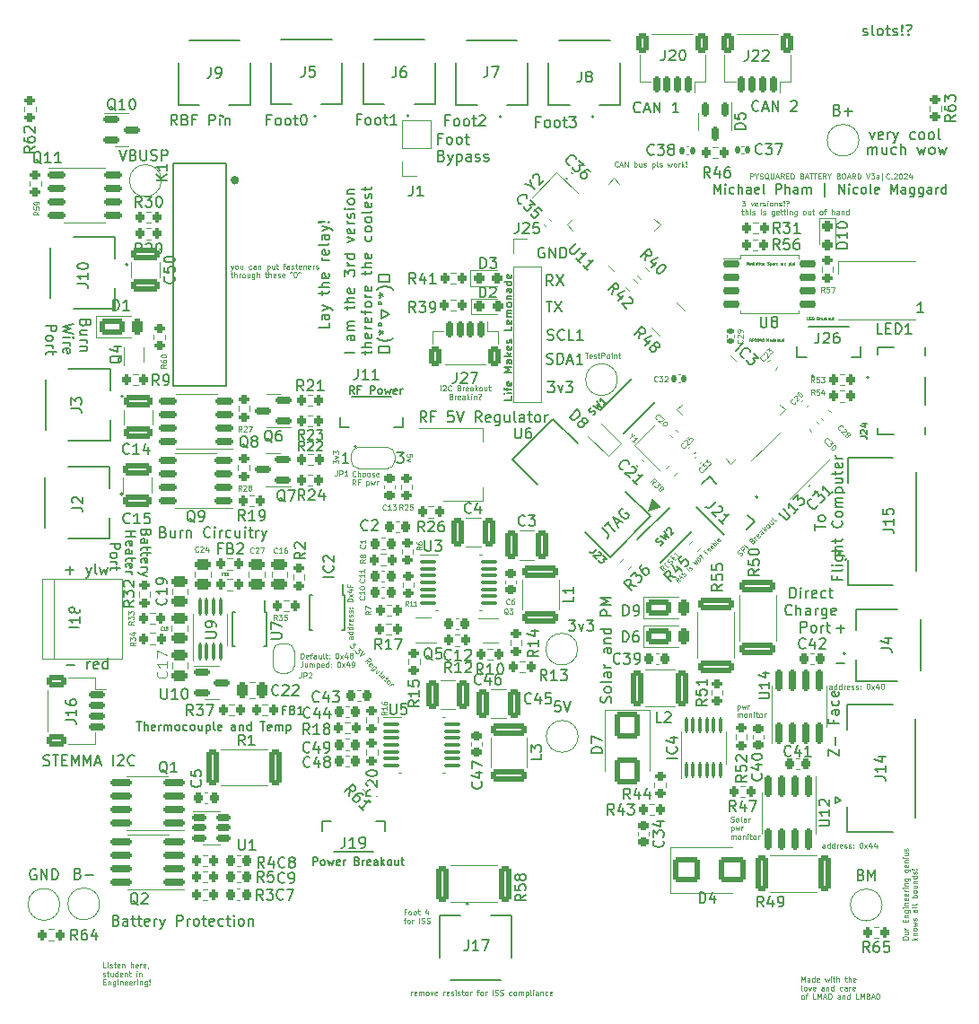
<source format=gbr>
%TF.GenerationSoftware,KiCad,Pcbnew,7.0.1*%
%TF.CreationDate,2024-01-14T15:51:54-07:00*%
%TF.ProjectId,Battery_Board_V3a,42617474-6572-4795-9f42-6f6172645f56,rev?*%
%TF.SameCoordinates,Original*%
%TF.FileFunction,Legend,Top*%
%TF.FilePolarity,Positive*%
%FSLAX46Y46*%
G04 Gerber Fmt 4.6, Leading zero omitted, Abs format (unit mm)*
G04 Created by KiCad (PCBNEW 7.0.1) date 2024-01-14 15:51:54*
%MOMM*%
%LPD*%
G01*
G04 APERTURE LIST*
G04 Aperture macros list*
%AMRoundRect*
0 Rectangle with rounded corners*
0 $1 Rounding radius*
0 $2 $3 $4 $5 $6 $7 $8 $9 X,Y pos of 4 corners*
0 Add a 4 corners polygon primitive as box body*
4,1,4,$2,$3,$4,$5,$6,$7,$8,$9,$2,$3,0*
0 Add four circle primitives for the rounded corners*
1,1,$1+$1,$2,$3*
1,1,$1+$1,$4,$5*
1,1,$1+$1,$6,$7*
1,1,$1+$1,$8,$9*
0 Add four rect primitives between the rounded corners*
20,1,$1+$1,$2,$3,$4,$5,0*
20,1,$1+$1,$4,$5,$6,$7,0*
20,1,$1+$1,$6,$7,$8,$9,0*
20,1,$1+$1,$8,$9,$2,$3,0*%
%AMRotRect*
0 Rectangle, with rotation*
0 The origin of the aperture is its center*
0 $1 length*
0 $2 width*
0 $3 Rotation angle, in degrees counterclockwise*
0 Add horizontal line*
21,1,$1,$2,0,0,$3*%
%AMFreePoly0*
4,1,19,0.550000,-0.750000,0.000000,-0.750000,0.000000,-0.744911,-0.071157,-0.744911,-0.207708,-0.704816,-0.327430,-0.627875,-0.420627,-0.520320,-0.479746,-0.390866,-0.500000,-0.250000,-0.500000,0.250000,-0.479746,0.390866,-0.420627,0.520320,-0.327430,0.627875,-0.207708,0.704816,-0.071157,0.744911,0.000000,0.744911,0.000000,0.750000,0.550000,0.750000,0.550000,-0.750000,0.550000,-0.750000,
$1*%
%AMFreePoly1*
4,1,19,0.000000,0.744911,0.071157,0.744911,0.207708,0.704816,0.327430,0.627875,0.420627,0.520320,0.479746,0.390866,0.500000,0.250000,0.500000,-0.250000,0.479746,-0.390866,0.420627,-0.520320,0.327430,-0.627875,0.207708,-0.704816,0.071157,-0.744911,0.000000,-0.744911,0.000000,-0.750000,-0.550000,-0.750000,-0.550000,0.750000,0.000000,0.750000,0.000000,0.744911,0.000000,0.744911,
$1*%
%AMFreePoly2*
4,1,19,0.500000,-0.750000,0.000000,-0.750000,0.000000,-0.744911,-0.071157,-0.744911,-0.207708,-0.704816,-0.327430,-0.627875,-0.420627,-0.520320,-0.479746,-0.390866,-0.500000,-0.250000,-0.500000,0.250000,-0.479746,0.390866,-0.420627,0.520320,-0.327430,0.627875,-0.207708,0.704816,-0.071157,0.744911,0.000000,0.744911,0.000000,0.750000,0.500000,0.750000,0.500000,-0.750000,0.500000,-0.750000,
$1*%
%AMFreePoly3*
4,1,19,0.000000,0.744911,0.071157,0.744911,0.207708,0.704816,0.327430,0.627875,0.420627,0.520320,0.479746,0.390866,0.500000,0.250000,0.500000,-0.250000,0.479746,-0.390866,0.420627,-0.520320,0.327430,-0.627875,0.207708,-0.704816,0.071157,-0.744911,0.000000,-0.744911,0.000000,-0.750000,-0.500000,-0.750000,-0.500000,0.750000,0.000000,0.750000,0.000000,0.744911,0.000000,0.744911,
$1*%
G04 Aperture macros list end*
%ADD10C,0.150000*%
%ADD11C,0.125000*%
%ADD12C,0.100000*%
%ADD13C,0.062500*%
%ADD14C,0.075000*%
%ADD15C,0.146304*%
%ADD16C,0.120000*%
%ADD17C,0.127000*%
%ADD18C,0.200000*%
%ADD19C,0.203200*%
%ADD20C,0.400000*%
%ADD21C,0.010000*%
%ADD22RoundRect,0.200000X0.275000X-0.200000X0.275000X0.200000X-0.275000X0.200000X-0.275000X-0.200000X0*%
%ADD23RotRect,0.600000X1.550000X135.000000*%
%ADD24RotRect,1.200000X1.800000X135.000000*%
%ADD25C,5.000000*%
%ADD26RoundRect,0.225000X-0.225000X-0.250000X0.225000X-0.250000X0.225000X0.250000X-0.225000X0.250000X0*%
%ADD27RoundRect,0.250000X-1.450000X0.312500X-1.450000X-0.312500X1.450000X-0.312500X1.450000X0.312500X0*%
%ADD28C,2.000000*%
%ADD29R,1.500000X0.900000*%
%ADD30RoundRect,0.150000X0.825000X0.150000X-0.825000X0.150000X-0.825000X-0.150000X0.825000X-0.150000X0*%
%ADD31RoundRect,0.150000X0.150000X0.625000X-0.150000X0.625000X-0.150000X-0.625000X0.150000X-0.625000X0*%
%ADD32RoundRect,0.250000X0.350000X0.650000X-0.350000X0.650000X-0.350000X-0.650000X0.350000X-0.650000X0*%
%ADD33R,0.650000X0.400000*%
%ADD34RoundRect,0.200000X-0.200000X-0.275000X0.200000X-0.275000X0.200000X0.275000X-0.200000X0.275000X0*%
%ADD35RoundRect,0.150000X0.662500X0.150000X-0.662500X0.150000X-0.662500X-0.150000X0.662500X-0.150000X0*%
%ADD36R,2.514000X3.200000*%
%ADD37RoundRect,0.150000X-0.512500X-0.150000X0.512500X-0.150000X0.512500X0.150000X-0.512500X0.150000X0*%
%ADD38RoundRect,0.140000X-0.021213X0.219203X-0.219203X0.021213X0.021213X-0.219203X0.219203X-0.021213X0*%
%ADD39R,0.600000X1.000000*%
%ADD40R,1.250000X1.800000*%
%ADD41RoundRect,0.140000X-0.219203X-0.021213X-0.021213X-0.219203X0.219203X0.021213X0.021213X0.219203X0*%
%ADD42RoundRect,0.200000X0.200000X0.275000X-0.200000X0.275000X-0.200000X-0.275000X0.200000X-0.275000X0*%
%ADD43RoundRect,0.250000X0.275000X0.500000X-0.275000X0.500000X-0.275000X-0.500000X0.275000X-0.500000X0*%
%ADD44RoundRect,0.250000X0.950000X0.500000X-0.950000X0.500000X-0.950000X-0.500000X0.950000X-0.500000X0*%
%ADD45RoundRect,0.225000X-0.250000X0.225000X-0.250000X-0.225000X0.250000X-0.225000X0.250000X0.225000X0*%
%ADD46RotRect,0.800000X0.500000X135.000000*%
%ADD47RotRect,0.800000X0.400000X135.000000*%
%ADD48RoundRect,0.250000X-1.100000X0.325000X-1.100000X-0.325000X1.100000X-0.325000X1.100000X0.325000X0*%
%ADD49RoundRect,0.200000X0.335876X0.053033X0.053033X0.335876X-0.335876X-0.053033X-0.053033X-0.335876X0*%
%ADD50RoundRect,0.225000X0.250000X-0.225000X0.250000X0.225000X-0.250000X0.225000X-0.250000X-0.225000X0*%
%ADD51RoundRect,0.250000X-0.475000X0.250000X-0.475000X-0.250000X0.475000X-0.250000X0.475000X0.250000X0*%
%ADD52RoundRect,0.150000X0.150000X-0.825000X0.150000X0.825000X-0.150000X0.825000X-0.150000X-0.825000X0*%
%ADD53R,2.200000X0.600000*%
%ADD54R,2.150000X3.450000*%
%ADD55RoundRect,0.150000X0.406586X0.618718X-0.618718X-0.406586X-0.406586X-0.618718X0.618718X0.406586X0*%
%ADD56RoundRect,0.050800X0.000000X0.636396X-0.636396X0.000000X0.000000X-0.636396X0.636396X0.000000X0*%
%ADD57RoundRect,0.225000X0.225000X0.250000X-0.225000X0.250000X-0.225000X-0.250000X0.225000X-0.250000X0*%
%ADD58RoundRect,0.050800X0.000000X-0.636396X0.636396X0.000000X0.000000X0.636396X-0.636396X0.000000X0*%
%ADD59RoundRect,0.150000X-0.662500X-0.150000X0.662500X-0.150000X0.662500X0.150000X-0.662500X0.150000X0*%
%ADD60RoundRect,0.150000X0.587500X0.150000X-0.587500X0.150000X-0.587500X-0.150000X0.587500X-0.150000X0*%
%ADD61RoundRect,0.250000X0.362500X1.425000X-0.362500X1.425000X-0.362500X-1.425000X0.362500X-1.425000X0*%
%ADD62RoundRect,0.250000X0.325000X1.100000X-0.325000X1.100000X-0.325000X-1.100000X0.325000X-1.100000X0*%
%ADD63R,1.700000X1.700000*%
%ADD64O,1.700000X1.700000*%
%ADD65RoundRect,0.200000X-0.275000X0.200000X-0.275000X-0.200000X0.275000X-0.200000X0.275000X0.200000X0*%
%ADD66C,1.800000*%
%ADD67R,3.000000X3.100000*%
%ADD68RoundRect,0.100000X-0.687500X-0.100000X0.687500X-0.100000X0.687500X0.100000X-0.687500X0.100000X0*%
%ADD69RoundRect,0.200000X0.053033X-0.335876X0.335876X-0.053033X-0.053033X0.335876X-0.335876X0.053033X0*%
%ADD70RoundRect,0.237500X-0.237500X0.287500X-0.237500X-0.287500X0.237500X-0.287500X0.237500X0.287500X0*%
%ADD71RoundRect,0.250000X-0.362500X-1.425000X0.362500X-1.425000X0.362500X1.425000X-0.362500X1.425000X0*%
%ADD72RoundRect,0.250000X-1.000000X-0.900000X1.000000X-0.900000X1.000000X0.900000X-1.000000X0.900000X0*%
%ADD73RoundRect,0.140000X0.219203X0.021213X0.021213X0.219203X-0.219203X-0.021213X-0.021213X-0.219203X0*%
%ADD74RoundRect,0.125000X0.176777X0.000000X0.000000X0.176777X-0.176777X0.000000X0.000000X-0.176777X0*%
%ADD75RoundRect,0.150000X-0.150000X0.512500X-0.150000X-0.512500X0.150000X-0.512500X0.150000X0.512500X0*%
%ADD76RoundRect,0.150000X-0.150000X0.825000X-0.150000X-0.825000X0.150000X-0.825000X0.150000X0.825000X0*%
%ADD77RoundRect,0.250000X-0.325000X-1.100000X0.325000X-1.100000X0.325000X1.100000X-0.325000X1.100000X0*%
%ADD78RoundRect,0.200000X-0.053033X0.335876X-0.335876X0.053033X0.053033X-0.335876X0.335876X-0.053033X0*%
%ADD79RoundRect,0.237500X-0.287500X-0.237500X0.287500X-0.237500X0.287500X0.237500X-0.287500X0.237500X0*%
%ADD80R,0.400000X0.510000*%
%ADD81RoundRect,0.250000X-1.425000X0.362500X-1.425000X-0.362500X1.425000X-0.362500X1.425000X0.362500X0*%
%ADD82R,1.000000X0.600000*%
%ADD83R,1.800000X1.250000*%
%ADD84RoundRect,0.100000X0.100000X-0.712500X0.100000X0.712500X-0.100000X0.712500X-0.100000X-0.712500X0*%
%ADD85RoundRect,0.150000X-0.650000X-0.150000X0.650000X-0.150000X0.650000X0.150000X-0.650000X0.150000X0*%
%ADD86RoundRect,0.150000X-0.587500X-0.150000X0.587500X-0.150000X0.587500X0.150000X-0.587500X0.150000X0*%
%ADD87RoundRect,0.150000X-0.625000X0.150000X-0.625000X-0.150000X0.625000X-0.150000X0.625000X0.150000X0*%
%ADD88RoundRect,0.250000X-0.650000X0.350000X-0.650000X-0.350000X0.650000X-0.350000X0.650000X0.350000X0*%
%ADD89FreePoly0,0.000000*%
%ADD90R,1.000000X1.500000*%
%ADD91FreePoly1,0.000000*%
%ADD92RoundRect,0.250000X1.100000X-0.325000X1.100000X0.325000X-1.100000X0.325000X-1.100000X-0.325000X0*%
%ADD93RoundRect,0.140000X0.170000X-0.140000X0.170000X0.140000X-0.170000X0.140000X-0.170000X-0.140000X0*%
%ADD94RoundRect,0.250000X1.425000X-0.362500X1.425000X0.362500X-1.425000X0.362500X-1.425000X-0.362500X0*%
%ADD95RoundRect,0.140000X-0.140000X-0.170000X0.140000X-0.170000X0.140000X0.170000X-0.140000X0.170000X0*%
%ADD96R,1.380000X0.450000*%
%ADD97O,2.416000X1.208000*%
%ADD98R,2.100000X1.475000*%
%ADD99R,1.900000X1.375000*%
%ADD100RoundRect,0.250000X-0.900000X1.000000X-0.900000X-1.000000X0.900000X-1.000000X0.900000X1.000000X0*%
%ADD101RoundRect,0.140000X0.140000X0.170000X-0.140000X0.170000X-0.140000X-0.170000X0.140000X-0.170000X0*%
%ADD102RoundRect,0.050000X-0.309359X0.238649X0.238649X-0.309359X0.309359X-0.238649X-0.238649X0.309359X0*%
%ADD103RoundRect,0.050000X-0.309359X-0.238649X-0.238649X-0.309359X0.309359X0.238649X0.238649X0.309359X0*%
%ADD104RotRect,3.200000X3.200000X315.000000*%
%ADD105RoundRect,0.250000X0.475000X-0.250000X0.475000X0.250000X-0.475000X0.250000X-0.475000X-0.250000X0*%
%ADD106R,0.250000X1.100000*%
%ADD107R,0.600000X1.550000*%
%ADD108R,1.200000X1.800000*%
%ADD109RoundRect,0.250000X-0.312500X-1.450000X0.312500X-1.450000X0.312500X1.450000X-0.312500X1.450000X0*%
%ADD110RoundRect,0.075000X0.362392X-0.256326X-0.256326X0.362392X-0.362392X0.256326X0.256326X-0.362392X0*%
%ADD111RoundRect,0.075000X0.362392X0.256326X0.256326X0.362392X-0.362392X-0.256326X-0.256326X-0.362392X0*%
%ADD112RotRect,4.250000X4.250000X135.000000*%
%ADD113C,1.000000*%
%ADD114RoundRect,0.050800X1.187939X0.650538X0.650538X1.187939X-1.187939X-0.650538X-0.650538X-1.187939X0*%
%ADD115R,1.508000X1.508000*%
%ADD116C,1.508000*%
%ADD117R,0.400000X1.100000*%
%ADD118RoundRect,0.225000X0.017678X-0.335876X0.335876X-0.017678X-0.017678X0.335876X-0.335876X0.017678X0*%
%ADD119RoundRect,0.225000X-0.335876X-0.017678X-0.017678X-0.335876X0.335876X0.017678X0.017678X0.335876X0*%
%ADD120RoundRect,0.100000X0.100000X-0.625000X0.100000X0.625000X-0.100000X0.625000X-0.100000X-0.625000X0*%
%ADD121R,2.850000X1.650000*%
%ADD122RotRect,1.150000X1.000000X315.000000*%
%ADD123RoundRect,0.250000X-0.250000X-0.475000X0.250000X-0.475000X0.250000X0.475000X-0.250000X0.475000X0*%
%ADD124RoundRect,0.140000X0.021213X-0.219203X0.219203X-0.021213X-0.021213X0.219203X-0.219203X0.021213X0*%
%ADD125RotRect,1.150000X1.000000X225.000000*%
%ADD126FreePoly2,270.000000*%
%ADD127FreePoly3,270.000000*%
%ADD128C,4.770000*%
%ADD129C,5.325000*%
%ADD130C,3.570000*%
%ADD131C,1.980000*%
G04 APERTURE END LIST*
D10*
X160061904Y-62735238D02*
X159966666Y-62687619D01*
X159966666Y-62687619D02*
X159823809Y-62687619D01*
X159823809Y-62687619D02*
X159680952Y-62735238D01*
X159680952Y-62735238D02*
X159585714Y-62830476D01*
X159585714Y-62830476D02*
X159538095Y-62925714D01*
X159538095Y-62925714D02*
X159490476Y-63116190D01*
X159490476Y-63116190D02*
X159490476Y-63259047D01*
X159490476Y-63259047D02*
X159538095Y-63449523D01*
X159538095Y-63449523D02*
X159585714Y-63544761D01*
X159585714Y-63544761D02*
X159680952Y-63640000D01*
X159680952Y-63640000D02*
X159823809Y-63687619D01*
X159823809Y-63687619D02*
X159919047Y-63687619D01*
X159919047Y-63687619D02*
X160061904Y-63640000D01*
X160061904Y-63640000D02*
X160109523Y-63592380D01*
X160109523Y-63592380D02*
X160109523Y-63259047D01*
X160109523Y-63259047D02*
X159919047Y-63259047D01*
X160538095Y-63687619D02*
X160538095Y-62687619D01*
X160538095Y-62687619D02*
X161109523Y-63687619D01*
X161109523Y-63687619D02*
X161109523Y-62687619D01*
X161585714Y-63687619D02*
X161585714Y-62687619D01*
X161585714Y-62687619D02*
X161823809Y-62687619D01*
X161823809Y-62687619D02*
X161966666Y-62735238D01*
X161966666Y-62735238D02*
X162061904Y-62830476D01*
X162061904Y-62830476D02*
X162109523Y-62925714D01*
X162109523Y-62925714D02*
X162157142Y-63116190D01*
X162157142Y-63116190D02*
X162157142Y-63259047D01*
X162157142Y-63259047D02*
X162109523Y-63449523D01*
X162109523Y-63449523D02*
X162061904Y-63544761D01*
X162061904Y-63544761D02*
X161966666Y-63640000D01*
X161966666Y-63640000D02*
X161823809Y-63687619D01*
X161823809Y-63687619D02*
X161585714Y-63687619D01*
X190762857Y-51820952D02*
X191000952Y-52487619D01*
X191000952Y-52487619D02*
X191239047Y-51820952D01*
X192000952Y-52440000D02*
X191905714Y-52487619D01*
X191905714Y-52487619D02*
X191715238Y-52487619D01*
X191715238Y-52487619D02*
X191620000Y-52440000D01*
X191620000Y-52440000D02*
X191572381Y-52344761D01*
X191572381Y-52344761D02*
X191572381Y-51963809D01*
X191572381Y-51963809D02*
X191620000Y-51868571D01*
X191620000Y-51868571D02*
X191715238Y-51820952D01*
X191715238Y-51820952D02*
X191905714Y-51820952D01*
X191905714Y-51820952D02*
X192000952Y-51868571D01*
X192000952Y-51868571D02*
X192048571Y-51963809D01*
X192048571Y-51963809D02*
X192048571Y-52059047D01*
X192048571Y-52059047D02*
X191572381Y-52154285D01*
X192477143Y-52487619D02*
X192477143Y-51820952D01*
X192477143Y-52011428D02*
X192524762Y-51916190D01*
X192524762Y-51916190D02*
X192572381Y-51868571D01*
X192572381Y-51868571D02*
X192667619Y-51820952D01*
X192667619Y-51820952D02*
X192762857Y-51820952D01*
X193000953Y-51820952D02*
X193239048Y-52487619D01*
X193477143Y-51820952D02*
X193239048Y-52487619D01*
X193239048Y-52487619D02*
X193143810Y-52725714D01*
X193143810Y-52725714D02*
X193096191Y-52773333D01*
X193096191Y-52773333D02*
X193000953Y-52820952D01*
X195048572Y-52440000D02*
X194953334Y-52487619D01*
X194953334Y-52487619D02*
X194762858Y-52487619D01*
X194762858Y-52487619D02*
X194667620Y-52440000D01*
X194667620Y-52440000D02*
X194620001Y-52392380D01*
X194620001Y-52392380D02*
X194572382Y-52297142D01*
X194572382Y-52297142D02*
X194572382Y-52011428D01*
X194572382Y-52011428D02*
X194620001Y-51916190D01*
X194620001Y-51916190D02*
X194667620Y-51868571D01*
X194667620Y-51868571D02*
X194762858Y-51820952D01*
X194762858Y-51820952D02*
X194953334Y-51820952D01*
X194953334Y-51820952D02*
X195048572Y-51868571D01*
X195620001Y-52487619D02*
X195524763Y-52440000D01*
X195524763Y-52440000D02*
X195477144Y-52392380D01*
X195477144Y-52392380D02*
X195429525Y-52297142D01*
X195429525Y-52297142D02*
X195429525Y-52011428D01*
X195429525Y-52011428D02*
X195477144Y-51916190D01*
X195477144Y-51916190D02*
X195524763Y-51868571D01*
X195524763Y-51868571D02*
X195620001Y-51820952D01*
X195620001Y-51820952D02*
X195762858Y-51820952D01*
X195762858Y-51820952D02*
X195858096Y-51868571D01*
X195858096Y-51868571D02*
X195905715Y-51916190D01*
X195905715Y-51916190D02*
X195953334Y-52011428D01*
X195953334Y-52011428D02*
X195953334Y-52297142D01*
X195953334Y-52297142D02*
X195905715Y-52392380D01*
X195905715Y-52392380D02*
X195858096Y-52440000D01*
X195858096Y-52440000D02*
X195762858Y-52487619D01*
X195762858Y-52487619D02*
X195620001Y-52487619D01*
X196524763Y-52487619D02*
X196429525Y-52440000D01*
X196429525Y-52440000D02*
X196381906Y-52392380D01*
X196381906Y-52392380D02*
X196334287Y-52297142D01*
X196334287Y-52297142D02*
X196334287Y-52011428D01*
X196334287Y-52011428D02*
X196381906Y-51916190D01*
X196381906Y-51916190D02*
X196429525Y-51868571D01*
X196429525Y-51868571D02*
X196524763Y-51820952D01*
X196524763Y-51820952D02*
X196667620Y-51820952D01*
X196667620Y-51820952D02*
X196762858Y-51868571D01*
X196762858Y-51868571D02*
X196810477Y-51916190D01*
X196810477Y-51916190D02*
X196858096Y-52011428D01*
X196858096Y-52011428D02*
X196858096Y-52297142D01*
X196858096Y-52297142D02*
X196810477Y-52392380D01*
X196810477Y-52392380D02*
X196762858Y-52440000D01*
X196762858Y-52440000D02*
X196667620Y-52487619D01*
X196667620Y-52487619D02*
X196524763Y-52487619D01*
X197429525Y-52487619D02*
X197334287Y-52440000D01*
X197334287Y-52440000D02*
X197286668Y-52344761D01*
X197286668Y-52344761D02*
X197286668Y-51487619D01*
X187658095Y-98656666D02*
X188420000Y-98656666D01*
X188039047Y-99037619D02*
X188039047Y-98275714D01*
X169129523Y-49872380D02*
X169081904Y-49920000D01*
X169081904Y-49920000D02*
X168939047Y-49967619D01*
X168939047Y-49967619D02*
X168843809Y-49967619D01*
X168843809Y-49967619D02*
X168700952Y-49920000D01*
X168700952Y-49920000D02*
X168605714Y-49824761D01*
X168605714Y-49824761D02*
X168558095Y-49729523D01*
X168558095Y-49729523D02*
X168510476Y-49539047D01*
X168510476Y-49539047D02*
X168510476Y-49396190D01*
X168510476Y-49396190D02*
X168558095Y-49205714D01*
X168558095Y-49205714D02*
X168605714Y-49110476D01*
X168605714Y-49110476D02*
X168700952Y-49015238D01*
X168700952Y-49015238D02*
X168843809Y-48967619D01*
X168843809Y-48967619D02*
X168939047Y-48967619D01*
X168939047Y-48967619D02*
X169081904Y-49015238D01*
X169081904Y-49015238D02*
X169129523Y-49062857D01*
X169510476Y-49681904D02*
X169986666Y-49681904D01*
X169415238Y-49967619D02*
X169748571Y-48967619D01*
X169748571Y-48967619D02*
X170081904Y-49967619D01*
X170415238Y-49967619D02*
X170415238Y-48967619D01*
X170415238Y-48967619D02*
X170986666Y-49967619D01*
X170986666Y-49967619D02*
X170986666Y-48967619D01*
X172748571Y-49967619D02*
X172177143Y-49967619D01*
X172462857Y-49967619D02*
X172462857Y-48967619D01*
X172462857Y-48967619D02*
X172367619Y-49110476D01*
X172367619Y-49110476D02*
X172272381Y-49205714D01*
X172272381Y-49205714D02*
X172177143Y-49253333D01*
X160859523Y-66297619D02*
X160526190Y-65821428D01*
X160288095Y-66297619D02*
X160288095Y-65297619D01*
X160288095Y-65297619D02*
X160669047Y-65297619D01*
X160669047Y-65297619D02*
X160764285Y-65345238D01*
X160764285Y-65345238D02*
X160811904Y-65392857D01*
X160811904Y-65392857D02*
X160859523Y-65488095D01*
X160859523Y-65488095D02*
X160859523Y-65630952D01*
X160859523Y-65630952D02*
X160811904Y-65726190D01*
X160811904Y-65726190D02*
X160764285Y-65773809D01*
X160764285Y-65773809D02*
X160669047Y-65821428D01*
X160669047Y-65821428D02*
X160288095Y-65821428D01*
X161192857Y-65297619D02*
X161859523Y-66297619D01*
X161859523Y-65297619D02*
X161192857Y-66297619D01*
X112820476Y-111530000D02*
X112963333Y-111577619D01*
X112963333Y-111577619D02*
X113201428Y-111577619D01*
X113201428Y-111577619D02*
X113296666Y-111530000D01*
X113296666Y-111530000D02*
X113344285Y-111482380D01*
X113344285Y-111482380D02*
X113391904Y-111387142D01*
X113391904Y-111387142D02*
X113391904Y-111291904D01*
X113391904Y-111291904D02*
X113344285Y-111196666D01*
X113344285Y-111196666D02*
X113296666Y-111149047D01*
X113296666Y-111149047D02*
X113201428Y-111101428D01*
X113201428Y-111101428D02*
X113010952Y-111053809D01*
X113010952Y-111053809D02*
X112915714Y-111006190D01*
X112915714Y-111006190D02*
X112868095Y-110958571D01*
X112868095Y-110958571D02*
X112820476Y-110863333D01*
X112820476Y-110863333D02*
X112820476Y-110768095D01*
X112820476Y-110768095D02*
X112868095Y-110672857D01*
X112868095Y-110672857D02*
X112915714Y-110625238D01*
X112915714Y-110625238D02*
X113010952Y-110577619D01*
X113010952Y-110577619D02*
X113249047Y-110577619D01*
X113249047Y-110577619D02*
X113391904Y-110625238D01*
X113677619Y-110577619D02*
X114249047Y-110577619D01*
X113963333Y-111577619D02*
X113963333Y-110577619D01*
X114582381Y-111053809D02*
X114915714Y-111053809D01*
X115058571Y-111577619D02*
X114582381Y-111577619D01*
X114582381Y-111577619D02*
X114582381Y-110577619D01*
X114582381Y-110577619D02*
X115058571Y-110577619D01*
X115487143Y-111577619D02*
X115487143Y-110577619D01*
X115487143Y-110577619D02*
X115820476Y-111291904D01*
X115820476Y-111291904D02*
X116153809Y-110577619D01*
X116153809Y-110577619D02*
X116153809Y-111577619D01*
X116630000Y-111577619D02*
X116630000Y-110577619D01*
X116630000Y-110577619D02*
X116963333Y-111291904D01*
X116963333Y-111291904D02*
X117296666Y-110577619D01*
X117296666Y-110577619D02*
X117296666Y-111577619D01*
X117725238Y-111291904D02*
X118201428Y-111291904D01*
X117630000Y-111577619D02*
X117963333Y-110577619D01*
X117963333Y-110577619D02*
X118296666Y-111577619D01*
X119391905Y-111577619D02*
X119391905Y-110577619D01*
X119820476Y-110672857D02*
X119868095Y-110625238D01*
X119868095Y-110625238D02*
X119963333Y-110577619D01*
X119963333Y-110577619D02*
X120201428Y-110577619D01*
X120201428Y-110577619D02*
X120296666Y-110625238D01*
X120296666Y-110625238D02*
X120344285Y-110672857D01*
X120344285Y-110672857D02*
X120391904Y-110768095D01*
X120391904Y-110768095D02*
X120391904Y-110863333D01*
X120391904Y-110863333D02*
X120344285Y-111006190D01*
X120344285Y-111006190D02*
X119772857Y-111577619D01*
X119772857Y-111577619D02*
X120391904Y-111577619D01*
X121391904Y-111482380D02*
X121344285Y-111530000D01*
X121344285Y-111530000D02*
X121201428Y-111577619D01*
X121201428Y-111577619D02*
X121106190Y-111577619D01*
X121106190Y-111577619D02*
X120963333Y-111530000D01*
X120963333Y-111530000D02*
X120868095Y-111434761D01*
X120868095Y-111434761D02*
X120820476Y-111339523D01*
X120820476Y-111339523D02*
X120772857Y-111149047D01*
X120772857Y-111149047D02*
X120772857Y-111006190D01*
X120772857Y-111006190D02*
X120820476Y-110815714D01*
X120820476Y-110815714D02*
X120868095Y-110720476D01*
X120868095Y-110720476D02*
X120963333Y-110625238D01*
X120963333Y-110625238D02*
X121106190Y-110577619D01*
X121106190Y-110577619D02*
X121201428Y-110577619D01*
X121201428Y-110577619D02*
X121344285Y-110625238D01*
X121344285Y-110625238D02*
X121391904Y-110672857D01*
X160245238Y-67767619D02*
X160816666Y-67767619D01*
X160530952Y-68767619D02*
X160530952Y-67767619D01*
X161054762Y-67767619D02*
X161721428Y-68767619D01*
X161721428Y-67767619D02*
X161054762Y-68767619D01*
D11*
X178567239Y-91772552D02*
X178634582Y-91738880D01*
X178634582Y-91738880D02*
X178718762Y-91654701D01*
X178718762Y-91654701D02*
X178735598Y-91604193D01*
X178735598Y-91604193D02*
X178735598Y-91570521D01*
X178735598Y-91570521D02*
X178718762Y-91520014D01*
X178718762Y-91520014D02*
X178685090Y-91486342D01*
X178685090Y-91486342D02*
X178634582Y-91469506D01*
X178634582Y-91469506D02*
X178600911Y-91469506D01*
X178600911Y-91469506D02*
X178550403Y-91486342D01*
X178550403Y-91486342D02*
X178466224Y-91536850D01*
X178466224Y-91536850D02*
X178415716Y-91553686D01*
X178415716Y-91553686D02*
X178382044Y-91553686D01*
X178382044Y-91553686D02*
X178331537Y-91536850D01*
X178331537Y-91536850D02*
X178297865Y-91503178D01*
X178297865Y-91503178D02*
X178281029Y-91452670D01*
X178281029Y-91452670D02*
X178281029Y-91418999D01*
X178281029Y-91418999D02*
X178297865Y-91368491D01*
X178297865Y-91368491D02*
X178382044Y-91284312D01*
X178382044Y-91284312D02*
X178449388Y-91250640D01*
X178937628Y-91435835D02*
X178584074Y-91082281D01*
X178584074Y-91082281D02*
X178718761Y-90947594D01*
X178718761Y-90947594D02*
X178769269Y-90930758D01*
X178769269Y-90930758D02*
X178802941Y-90930758D01*
X178802941Y-90930758D02*
X178853448Y-90947594D01*
X178853448Y-90947594D02*
X178903956Y-90998102D01*
X178903956Y-90998102D02*
X178920792Y-91048610D01*
X178920792Y-91048610D02*
X178920792Y-91082281D01*
X178920792Y-91082281D02*
X178903956Y-91132789D01*
X178903956Y-91132789D02*
X178769269Y-91267476D01*
X179291181Y-91082281D02*
X178937628Y-90728728D01*
X179661570Y-90341503D02*
X179728914Y-90307832D01*
X179728914Y-90307832D02*
X179762585Y-90307832D01*
X179762585Y-90307832D02*
X179813093Y-90324667D01*
X179813093Y-90324667D02*
X179863601Y-90375175D01*
X179863601Y-90375175D02*
X179880436Y-90425683D01*
X179880436Y-90425683D02*
X179880436Y-90459354D01*
X179880436Y-90459354D02*
X179863601Y-90509862D01*
X179863601Y-90509862D02*
X179728914Y-90644549D01*
X179728914Y-90644549D02*
X179375360Y-90290996D01*
X179375360Y-90290996D02*
X179493211Y-90173144D01*
X179493211Y-90173144D02*
X179543719Y-90156309D01*
X179543719Y-90156309D02*
X179577391Y-90156309D01*
X179577391Y-90156309D02*
X179627898Y-90173144D01*
X179627898Y-90173144D02*
X179661570Y-90206816D01*
X179661570Y-90206816D02*
X179678406Y-90257324D01*
X179678406Y-90257324D02*
X179678406Y-90290996D01*
X179678406Y-90290996D02*
X179661570Y-90341503D01*
X179661570Y-90341503D02*
X179543719Y-90459354D01*
X180082467Y-90290996D02*
X179846765Y-90055293D01*
X179914108Y-90122637D02*
X179897272Y-90072129D01*
X179897272Y-90072129D02*
X179897272Y-90038457D01*
X179897272Y-90038457D02*
X179914108Y-89987950D01*
X179914108Y-89987950D02*
X179947780Y-89954278D01*
X180419185Y-89920606D02*
X180402349Y-89971114D01*
X180402349Y-89971114D02*
X180335005Y-90038457D01*
X180335005Y-90038457D02*
X180284498Y-90055293D01*
X180284498Y-90055293D02*
X180233990Y-90038457D01*
X180233990Y-90038457D02*
X180099303Y-89903770D01*
X180099303Y-89903770D02*
X180082467Y-89853263D01*
X180082467Y-89853263D02*
X180099303Y-89802755D01*
X180099303Y-89802755D02*
X180166646Y-89735412D01*
X180166646Y-89735412D02*
X180217154Y-89718576D01*
X180217154Y-89718576D02*
X180267662Y-89735412D01*
X180267662Y-89735412D02*
X180301333Y-89769083D01*
X180301333Y-89769083D02*
X180166646Y-89971114D01*
X180755902Y-89617561D02*
X180570707Y-89432366D01*
X180570707Y-89432366D02*
X180520200Y-89415530D01*
X180520200Y-89415530D02*
X180469692Y-89432366D01*
X180469692Y-89432366D02*
X180402348Y-89499710D01*
X180402348Y-89499710D02*
X180385513Y-89550217D01*
X180739066Y-89600725D02*
X180722230Y-89651233D01*
X180722230Y-89651233D02*
X180638051Y-89735412D01*
X180638051Y-89735412D02*
X180587543Y-89752248D01*
X180587543Y-89752248D02*
X180537035Y-89735412D01*
X180537035Y-89735412D02*
X180503364Y-89701740D01*
X180503364Y-89701740D02*
X180486528Y-89651233D01*
X180486528Y-89651233D02*
X180503364Y-89600725D01*
X180503364Y-89600725D02*
X180587543Y-89516546D01*
X180587543Y-89516546D02*
X180604379Y-89466038D01*
X180924261Y-89449202D02*
X180570707Y-89095649D01*
X180823245Y-89280843D02*
X181058948Y-89314515D01*
X180823245Y-89078813D02*
X180823245Y-89348187D01*
X181260978Y-89112484D02*
X181210471Y-89129320D01*
X181210471Y-89129320D02*
X181176799Y-89129320D01*
X181176799Y-89129320D02*
X181126291Y-89112484D01*
X181126291Y-89112484D02*
X181025276Y-89011469D01*
X181025276Y-89011469D02*
X181008440Y-88960962D01*
X181008440Y-88960962D02*
X181008440Y-88927290D01*
X181008440Y-88927290D02*
X181025276Y-88876782D01*
X181025276Y-88876782D02*
X181075784Y-88826275D01*
X181075784Y-88826275D02*
X181126291Y-88809439D01*
X181126291Y-88809439D02*
X181159963Y-88809439D01*
X181159963Y-88809439D02*
X181210471Y-88826275D01*
X181210471Y-88826275D02*
X181311486Y-88927290D01*
X181311486Y-88927290D02*
X181328322Y-88977797D01*
X181328322Y-88977797D02*
X181328322Y-89011469D01*
X181328322Y-89011469D02*
X181311486Y-89061977D01*
X181311486Y-89061977D02*
X181260978Y-89112484D01*
X181446173Y-88455885D02*
X181681875Y-88691587D01*
X181294650Y-88607408D02*
X181479845Y-88792603D01*
X181479845Y-88792603D02*
X181530352Y-88809439D01*
X181530352Y-88809439D02*
X181580860Y-88792603D01*
X181580860Y-88792603D02*
X181631368Y-88742095D01*
X181631368Y-88742095D02*
X181648203Y-88691587D01*
X181648203Y-88691587D02*
X181648203Y-88657916D01*
X181564024Y-88338034D02*
X181698711Y-88203347D01*
X181496681Y-88169675D02*
X181799726Y-88472721D01*
X181799726Y-88472721D02*
X181850234Y-88489557D01*
X181850234Y-88489557D02*
X181900742Y-88472721D01*
X181900742Y-88472721D02*
X181934413Y-88439049D01*
D10*
X166345000Y-105632381D02*
X166392619Y-105489524D01*
X166392619Y-105489524D02*
X166392619Y-105251429D01*
X166392619Y-105251429D02*
X166345000Y-105156191D01*
X166345000Y-105156191D02*
X166297380Y-105108572D01*
X166297380Y-105108572D02*
X166202142Y-105060953D01*
X166202142Y-105060953D02*
X166106904Y-105060953D01*
X166106904Y-105060953D02*
X166011666Y-105108572D01*
X166011666Y-105108572D02*
X165964047Y-105156191D01*
X165964047Y-105156191D02*
X165916428Y-105251429D01*
X165916428Y-105251429D02*
X165868809Y-105441905D01*
X165868809Y-105441905D02*
X165821190Y-105537143D01*
X165821190Y-105537143D02*
X165773571Y-105584762D01*
X165773571Y-105584762D02*
X165678333Y-105632381D01*
X165678333Y-105632381D02*
X165583095Y-105632381D01*
X165583095Y-105632381D02*
X165487857Y-105584762D01*
X165487857Y-105584762D02*
X165440238Y-105537143D01*
X165440238Y-105537143D02*
X165392619Y-105441905D01*
X165392619Y-105441905D02*
X165392619Y-105203810D01*
X165392619Y-105203810D02*
X165440238Y-105060953D01*
X166392619Y-104489524D02*
X166345000Y-104584762D01*
X166345000Y-104584762D02*
X166297380Y-104632381D01*
X166297380Y-104632381D02*
X166202142Y-104680000D01*
X166202142Y-104680000D02*
X165916428Y-104680000D01*
X165916428Y-104680000D02*
X165821190Y-104632381D01*
X165821190Y-104632381D02*
X165773571Y-104584762D01*
X165773571Y-104584762D02*
X165725952Y-104489524D01*
X165725952Y-104489524D02*
X165725952Y-104346667D01*
X165725952Y-104346667D02*
X165773571Y-104251429D01*
X165773571Y-104251429D02*
X165821190Y-104203810D01*
X165821190Y-104203810D02*
X165916428Y-104156191D01*
X165916428Y-104156191D02*
X166202142Y-104156191D01*
X166202142Y-104156191D02*
X166297380Y-104203810D01*
X166297380Y-104203810D02*
X166345000Y-104251429D01*
X166345000Y-104251429D02*
X166392619Y-104346667D01*
X166392619Y-104346667D02*
X166392619Y-104489524D01*
X166392619Y-103584762D02*
X166345000Y-103680000D01*
X166345000Y-103680000D02*
X166249761Y-103727619D01*
X166249761Y-103727619D02*
X165392619Y-103727619D01*
X166392619Y-102775238D02*
X165868809Y-102775238D01*
X165868809Y-102775238D02*
X165773571Y-102822857D01*
X165773571Y-102822857D02*
X165725952Y-102918095D01*
X165725952Y-102918095D02*
X165725952Y-103108571D01*
X165725952Y-103108571D02*
X165773571Y-103203809D01*
X166345000Y-102775238D02*
X166392619Y-102870476D01*
X166392619Y-102870476D02*
X166392619Y-103108571D01*
X166392619Y-103108571D02*
X166345000Y-103203809D01*
X166345000Y-103203809D02*
X166249761Y-103251428D01*
X166249761Y-103251428D02*
X166154523Y-103251428D01*
X166154523Y-103251428D02*
X166059285Y-103203809D01*
X166059285Y-103203809D02*
X166011666Y-103108571D01*
X166011666Y-103108571D02*
X166011666Y-102870476D01*
X166011666Y-102870476D02*
X165964047Y-102775238D01*
X166392619Y-102299047D02*
X165725952Y-102299047D01*
X165916428Y-102299047D02*
X165821190Y-102251428D01*
X165821190Y-102251428D02*
X165773571Y-102203809D01*
X165773571Y-102203809D02*
X165725952Y-102108571D01*
X165725952Y-102108571D02*
X165725952Y-102013333D01*
X166392619Y-100489523D02*
X165868809Y-100489523D01*
X165868809Y-100489523D02*
X165773571Y-100537142D01*
X165773571Y-100537142D02*
X165725952Y-100632380D01*
X165725952Y-100632380D02*
X165725952Y-100822856D01*
X165725952Y-100822856D02*
X165773571Y-100918094D01*
X166345000Y-100489523D02*
X166392619Y-100584761D01*
X166392619Y-100584761D02*
X166392619Y-100822856D01*
X166392619Y-100822856D02*
X166345000Y-100918094D01*
X166345000Y-100918094D02*
X166249761Y-100965713D01*
X166249761Y-100965713D02*
X166154523Y-100965713D01*
X166154523Y-100965713D02*
X166059285Y-100918094D01*
X166059285Y-100918094D02*
X166011666Y-100822856D01*
X166011666Y-100822856D02*
X166011666Y-100584761D01*
X166011666Y-100584761D02*
X165964047Y-100489523D01*
X165725952Y-100013332D02*
X166392619Y-100013332D01*
X165821190Y-100013332D02*
X165773571Y-99965713D01*
X165773571Y-99965713D02*
X165725952Y-99870475D01*
X165725952Y-99870475D02*
X165725952Y-99727618D01*
X165725952Y-99727618D02*
X165773571Y-99632380D01*
X165773571Y-99632380D02*
X165868809Y-99584761D01*
X165868809Y-99584761D02*
X166392619Y-99584761D01*
X166392619Y-98679999D02*
X165392619Y-98679999D01*
X166345000Y-98679999D02*
X166392619Y-98775237D01*
X166392619Y-98775237D02*
X166392619Y-98965713D01*
X166392619Y-98965713D02*
X166345000Y-99060951D01*
X166345000Y-99060951D02*
X166297380Y-99108570D01*
X166297380Y-99108570D02*
X166202142Y-99156189D01*
X166202142Y-99156189D02*
X165916428Y-99156189D01*
X165916428Y-99156189D02*
X165821190Y-99108570D01*
X165821190Y-99108570D02*
X165773571Y-99060951D01*
X165773571Y-99060951D02*
X165725952Y-98965713D01*
X165725952Y-98965713D02*
X165725952Y-98775237D01*
X165725952Y-98775237D02*
X165773571Y-98679999D01*
X166392619Y-97441903D02*
X165392619Y-97441903D01*
X165392619Y-97441903D02*
X165392619Y-97060951D01*
X165392619Y-97060951D02*
X165440238Y-96965713D01*
X165440238Y-96965713D02*
X165487857Y-96918094D01*
X165487857Y-96918094D02*
X165583095Y-96870475D01*
X165583095Y-96870475D02*
X165725952Y-96870475D01*
X165725952Y-96870475D02*
X165821190Y-96918094D01*
X165821190Y-96918094D02*
X165868809Y-96965713D01*
X165868809Y-96965713D02*
X165916428Y-97060951D01*
X165916428Y-97060951D02*
X165916428Y-97441903D01*
X166392619Y-96441903D02*
X165392619Y-96441903D01*
X165392619Y-96441903D02*
X166106904Y-96108570D01*
X166106904Y-96108570D02*
X165392619Y-95775237D01*
X165392619Y-95775237D02*
X166392619Y-95775237D01*
D11*
X187203333Y-104358809D02*
X187203333Y-104096904D01*
X187203333Y-104096904D02*
X187179523Y-104049285D01*
X187179523Y-104049285D02*
X187131904Y-104025476D01*
X187131904Y-104025476D02*
X187036666Y-104025476D01*
X187036666Y-104025476D02*
X186989047Y-104049285D01*
X187203333Y-104335000D02*
X187155714Y-104358809D01*
X187155714Y-104358809D02*
X187036666Y-104358809D01*
X187036666Y-104358809D02*
X186989047Y-104335000D01*
X186989047Y-104335000D02*
X186965238Y-104287380D01*
X186965238Y-104287380D02*
X186965238Y-104239761D01*
X186965238Y-104239761D02*
X186989047Y-104192142D01*
X186989047Y-104192142D02*
X187036666Y-104168333D01*
X187036666Y-104168333D02*
X187155714Y-104168333D01*
X187155714Y-104168333D02*
X187203333Y-104144523D01*
X187655714Y-104358809D02*
X187655714Y-103858809D01*
X187655714Y-104335000D02*
X187608095Y-104358809D01*
X187608095Y-104358809D02*
X187512857Y-104358809D01*
X187512857Y-104358809D02*
X187465238Y-104335000D01*
X187465238Y-104335000D02*
X187441428Y-104311190D01*
X187441428Y-104311190D02*
X187417619Y-104263571D01*
X187417619Y-104263571D02*
X187417619Y-104120714D01*
X187417619Y-104120714D02*
X187441428Y-104073095D01*
X187441428Y-104073095D02*
X187465238Y-104049285D01*
X187465238Y-104049285D02*
X187512857Y-104025476D01*
X187512857Y-104025476D02*
X187608095Y-104025476D01*
X187608095Y-104025476D02*
X187655714Y-104049285D01*
X188108095Y-104358809D02*
X188108095Y-103858809D01*
X188108095Y-104335000D02*
X188060476Y-104358809D01*
X188060476Y-104358809D02*
X187965238Y-104358809D01*
X187965238Y-104358809D02*
X187917619Y-104335000D01*
X187917619Y-104335000D02*
X187893809Y-104311190D01*
X187893809Y-104311190D02*
X187870000Y-104263571D01*
X187870000Y-104263571D02*
X187870000Y-104120714D01*
X187870000Y-104120714D02*
X187893809Y-104073095D01*
X187893809Y-104073095D02*
X187917619Y-104049285D01*
X187917619Y-104049285D02*
X187965238Y-104025476D01*
X187965238Y-104025476D02*
X188060476Y-104025476D01*
X188060476Y-104025476D02*
X188108095Y-104049285D01*
X188346190Y-104358809D02*
X188346190Y-104025476D01*
X188346190Y-104120714D02*
X188370000Y-104073095D01*
X188370000Y-104073095D02*
X188393809Y-104049285D01*
X188393809Y-104049285D02*
X188441428Y-104025476D01*
X188441428Y-104025476D02*
X188489047Y-104025476D01*
X188846190Y-104335000D02*
X188798571Y-104358809D01*
X188798571Y-104358809D02*
X188703333Y-104358809D01*
X188703333Y-104358809D02*
X188655714Y-104335000D01*
X188655714Y-104335000D02*
X188631905Y-104287380D01*
X188631905Y-104287380D02*
X188631905Y-104096904D01*
X188631905Y-104096904D02*
X188655714Y-104049285D01*
X188655714Y-104049285D02*
X188703333Y-104025476D01*
X188703333Y-104025476D02*
X188798571Y-104025476D01*
X188798571Y-104025476D02*
X188846190Y-104049285D01*
X188846190Y-104049285D02*
X188870000Y-104096904D01*
X188870000Y-104096904D02*
X188870000Y-104144523D01*
X188870000Y-104144523D02*
X188631905Y-104192142D01*
X189060476Y-104335000D02*
X189108095Y-104358809D01*
X189108095Y-104358809D02*
X189203333Y-104358809D01*
X189203333Y-104358809D02*
X189250952Y-104335000D01*
X189250952Y-104335000D02*
X189274761Y-104287380D01*
X189274761Y-104287380D02*
X189274761Y-104263571D01*
X189274761Y-104263571D02*
X189250952Y-104215952D01*
X189250952Y-104215952D02*
X189203333Y-104192142D01*
X189203333Y-104192142D02*
X189131904Y-104192142D01*
X189131904Y-104192142D02*
X189084285Y-104168333D01*
X189084285Y-104168333D02*
X189060476Y-104120714D01*
X189060476Y-104120714D02*
X189060476Y-104096904D01*
X189060476Y-104096904D02*
X189084285Y-104049285D01*
X189084285Y-104049285D02*
X189131904Y-104025476D01*
X189131904Y-104025476D02*
X189203333Y-104025476D01*
X189203333Y-104025476D02*
X189250952Y-104049285D01*
X189465238Y-104335000D02*
X189512857Y-104358809D01*
X189512857Y-104358809D02*
X189608095Y-104358809D01*
X189608095Y-104358809D02*
X189655714Y-104335000D01*
X189655714Y-104335000D02*
X189679523Y-104287380D01*
X189679523Y-104287380D02*
X189679523Y-104263571D01*
X189679523Y-104263571D02*
X189655714Y-104215952D01*
X189655714Y-104215952D02*
X189608095Y-104192142D01*
X189608095Y-104192142D02*
X189536666Y-104192142D01*
X189536666Y-104192142D02*
X189489047Y-104168333D01*
X189489047Y-104168333D02*
X189465238Y-104120714D01*
X189465238Y-104120714D02*
X189465238Y-104096904D01*
X189465238Y-104096904D02*
X189489047Y-104049285D01*
X189489047Y-104049285D02*
X189536666Y-104025476D01*
X189536666Y-104025476D02*
X189608095Y-104025476D01*
X189608095Y-104025476D02*
X189655714Y-104049285D01*
X189893809Y-104311190D02*
X189917619Y-104335000D01*
X189917619Y-104335000D02*
X189893809Y-104358809D01*
X189893809Y-104358809D02*
X189870000Y-104335000D01*
X189870000Y-104335000D02*
X189893809Y-104311190D01*
X189893809Y-104311190D02*
X189893809Y-104358809D01*
X189893809Y-104049285D02*
X189917619Y-104073095D01*
X189917619Y-104073095D02*
X189893809Y-104096904D01*
X189893809Y-104096904D02*
X189870000Y-104073095D01*
X189870000Y-104073095D02*
X189893809Y-104049285D01*
X189893809Y-104049285D02*
X189893809Y-104096904D01*
X190608094Y-103858809D02*
X190655713Y-103858809D01*
X190655713Y-103858809D02*
X190703332Y-103882619D01*
X190703332Y-103882619D02*
X190727142Y-103906428D01*
X190727142Y-103906428D02*
X190750951Y-103954047D01*
X190750951Y-103954047D02*
X190774761Y-104049285D01*
X190774761Y-104049285D02*
X190774761Y-104168333D01*
X190774761Y-104168333D02*
X190750951Y-104263571D01*
X190750951Y-104263571D02*
X190727142Y-104311190D01*
X190727142Y-104311190D02*
X190703332Y-104335000D01*
X190703332Y-104335000D02*
X190655713Y-104358809D01*
X190655713Y-104358809D02*
X190608094Y-104358809D01*
X190608094Y-104358809D02*
X190560475Y-104335000D01*
X190560475Y-104335000D02*
X190536666Y-104311190D01*
X190536666Y-104311190D02*
X190512856Y-104263571D01*
X190512856Y-104263571D02*
X190489047Y-104168333D01*
X190489047Y-104168333D02*
X190489047Y-104049285D01*
X190489047Y-104049285D02*
X190512856Y-103954047D01*
X190512856Y-103954047D02*
X190536666Y-103906428D01*
X190536666Y-103906428D02*
X190560475Y-103882619D01*
X190560475Y-103882619D02*
X190608094Y-103858809D01*
X190941427Y-104358809D02*
X191203332Y-104025476D01*
X190941427Y-104025476D02*
X191203332Y-104358809D01*
X191608094Y-104025476D02*
X191608094Y-104358809D01*
X191489046Y-103835000D02*
X191369999Y-104192142D01*
X191369999Y-104192142D02*
X191679522Y-104192142D01*
X191965236Y-103858809D02*
X192012855Y-103858809D01*
X192012855Y-103858809D02*
X192060474Y-103882619D01*
X192060474Y-103882619D02*
X192084284Y-103906428D01*
X192084284Y-103906428D02*
X192108093Y-103954047D01*
X192108093Y-103954047D02*
X192131903Y-104049285D01*
X192131903Y-104049285D02*
X192131903Y-104168333D01*
X192131903Y-104168333D02*
X192108093Y-104263571D01*
X192108093Y-104263571D02*
X192084284Y-104311190D01*
X192084284Y-104311190D02*
X192060474Y-104335000D01*
X192060474Y-104335000D02*
X192012855Y-104358809D01*
X192012855Y-104358809D02*
X191965236Y-104358809D01*
X191965236Y-104358809D02*
X191917617Y-104335000D01*
X191917617Y-104335000D02*
X191893808Y-104311190D01*
X191893808Y-104311190D02*
X191869998Y-104263571D01*
X191869998Y-104263571D02*
X191846189Y-104168333D01*
X191846189Y-104168333D02*
X191846189Y-104049285D01*
X191846189Y-104049285D02*
X191869998Y-103954047D01*
X191869998Y-103954047D02*
X191893808Y-103906428D01*
X191893808Y-103906428D02*
X191917617Y-103882619D01*
X191917617Y-103882619D02*
X191965236Y-103858809D01*
D10*
X121604759Y-107450095D02*
X122061902Y-107450095D01*
X121833330Y-108250095D02*
X121833330Y-107450095D01*
X122328569Y-108250095D02*
X122328569Y-107450095D01*
X122671426Y-108250095D02*
X122671426Y-107831047D01*
X122671426Y-107831047D02*
X122633331Y-107754857D01*
X122633331Y-107754857D02*
X122557140Y-107716761D01*
X122557140Y-107716761D02*
X122442854Y-107716761D01*
X122442854Y-107716761D02*
X122366664Y-107754857D01*
X122366664Y-107754857D02*
X122328569Y-107792952D01*
X123357141Y-108212000D02*
X123280950Y-108250095D01*
X123280950Y-108250095D02*
X123128569Y-108250095D01*
X123128569Y-108250095D02*
X123052379Y-108212000D01*
X123052379Y-108212000D02*
X123014283Y-108135809D01*
X123014283Y-108135809D02*
X123014283Y-107831047D01*
X123014283Y-107831047D02*
X123052379Y-107754857D01*
X123052379Y-107754857D02*
X123128569Y-107716761D01*
X123128569Y-107716761D02*
X123280950Y-107716761D01*
X123280950Y-107716761D02*
X123357141Y-107754857D01*
X123357141Y-107754857D02*
X123395236Y-107831047D01*
X123395236Y-107831047D02*
X123395236Y-107907238D01*
X123395236Y-107907238D02*
X123014283Y-107983428D01*
X123738093Y-108250095D02*
X123738093Y-107716761D01*
X123738093Y-107869142D02*
X123776188Y-107792952D01*
X123776188Y-107792952D02*
X123814283Y-107754857D01*
X123814283Y-107754857D02*
X123890474Y-107716761D01*
X123890474Y-107716761D02*
X123966664Y-107716761D01*
X124233331Y-108250095D02*
X124233331Y-107716761D01*
X124233331Y-107792952D02*
X124271426Y-107754857D01*
X124271426Y-107754857D02*
X124347616Y-107716761D01*
X124347616Y-107716761D02*
X124461902Y-107716761D01*
X124461902Y-107716761D02*
X124538093Y-107754857D01*
X124538093Y-107754857D02*
X124576188Y-107831047D01*
X124576188Y-107831047D02*
X124576188Y-108250095D01*
X124576188Y-107831047D02*
X124614283Y-107754857D01*
X124614283Y-107754857D02*
X124690474Y-107716761D01*
X124690474Y-107716761D02*
X124804759Y-107716761D01*
X124804759Y-107716761D02*
X124880950Y-107754857D01*
X124880950Y-107754857D02*
X124919045Y-107831047D01*
X124919045Y-107831047D02*
X124919045Y-108250095D01*
X125414283Y-108250095D02*
X125338093Y-108212000D01*
X125338093Y-108212000D02*
X125299998Y-108173904D01*
X125299998Y-108173904D02*
X125261902Y-108097714D01*
X125261902Y-108097714D02*
X125261902Y-107869142D01*
X125261902Y-107869142D02*
X125299998Y-107792952D01*
X125299998Y-107792952D02*
X125338093Y-107754857D01*
X125338093Y-107754857D02*
X125414283Y-107716761D01*
X125414283Y-107716761D02*
X125528569Y-107716761D01*
X125528569Y-107716761D02*
X125604760Y-107754857D01*
X125604760Y-107754857D02*
X125642855Y-107792952D01*
X125642855Y-107792952D02*
X125680950Y-107869142D01*
X125680950Y-107869142D02*
X125680950Y-108097714D01*
X125680950Y-108097714D02*
X125642855Y-108173904D01*
X125642855Y-108173904D02*
X125604760Y-108212000D01*
X125604760Y-108212000D02*
X125528569Y-108250095D01*
X125528569Y-108250095D02*
X125414283Y-108250095D01*
X126366665Y-108212000D02*
X126290474Y-108250095D01*
X126290474Y-108250095D02*
X126138093Y-108250095D01*
X126138093Y-108250095D02*
X126061903Y-108212000D01*
X126061903Y-108212000D02*
X126023808Y-108173904D01*
X126023808Y-108173904D02*
X125985712Y-108097714D01*
X125985712Y-108097714D02*
X125985712Y-107869142D01*
X125985712Y-107869142D02*
X126023808Y-107792952D01*
X126023808Y-107792952D02*
X126061903Y-107754857D01*
X126061903Y-107754857D02*
X126138093Y-107716761D01*
X126138093Y-107716761D02*
X126290474Y-107716761D01*
X126290474Y-107716761D02*
X126366665Y-107754857D01*
X126823807Y-108250095D02*
X126747617Y-108212000D01*
X126747617Y-108212000D02*
X126709522Y-108173904D01*
X126709522Y-108173904D02*
X126671426Y-108097714D01*
X126671426Y-108097714D02*
X126671426Y-107869142D01*
X126671426Y-107869142D02*
X126709522Y-107792952D01*
X126709522Y-107792952D02*
X126747617Y-107754857D01*
X126747617Y-107754857D02*
X126823807Y-107716761D01*
X126823807Y-107716761D02*
X126938093Y-107716761D01*
X126938093Y-107716761D02*
X127014284Y-107754857D01*
X127014284Y-107754857D02*
X127052379Y-107792952D01*
X127052379Y-107792952D02*
X127090474Y-107869142D01*
X127090474Y-107869142D02*
X127090474Y-108097714D01*
X127090474Y-108097714D02*
X127052379Y-108173904D01*
X127052379Y-108173904D02*
X127014284Y-108212000D01*
X127014284Y-108212000D02*
X126938093Y-108250095D01*
X126938093Y-108250095D02*
X126823807Y-108250095D01*
X127776189Y-107716761D02*
X127776189Y-108250095D01*
X127433332Y-107716761D02*
X127433332Y-108135809D01*
X127433332Y-108135809D02*
X127471427Y-108212000D01*
X127471427Y-108212000D02*
X127547617Y-108250095D01*
X127547617Y-108250095D02*
X127661903Y-108250095D01*
X127661903Y-108250095D02*
X127738094Y-108212000D01*
X127738094Y-108212000D02*
X127776189Y-108173904D01*
X128157142Y-107716761D02*
X128157142Y-108516761D01*
X128157142Y-107754857D02*
X128233332Y-107716761D01*
X128233332Y-107716761D02*
X128385713Y-107716761D01*
X128385713Y-107716761D02*
X128461904Y-107754857D01*
X128461904Y-107754857D02*
X128499999Y-107792952D01*
X128499999Y-107792952D02*
X128538094Y-107869142D01*
X128538094Y-107869142D02*
X128538094Y-108097714D01*
X128538094Y-108097714D02*
X128499999Y-108173904D01*
X128499999Y-108173904D02*
X128461904Y-108212000D01*
X128461904Y-108212000D02*
X128385713Y-108250095D01*
X128385713Y-108250095D02*
X128233332Y-108250095D01*
X128233332Y-108250095D02*
X128157142Y-108212000D01*
X128995237Y-108250095D02*
X128919047Y-108212000D01*
X128919047Y-108212000D02*
X128880952Y-108135809D01*
X128880952Y-108135809D02*
X128880952Y-107450095D01*
X129604762Y-108212000D02*
X129528571Y-108250095D01*
X129528571Y-108250095D02*
X129376190Y-108250095D01*
X129376190Y-108250095D02*
X129300000Y-108212000D01*
X129300000Y-108212000D02*
X129261904Y-108135809D01*
X129261904Y-108135809D02*
X129261904Y-107831047D01*
X129261904Y-107831047D02*
X129300000Y-107754857D01*
X129300000Y-107754857D02*
X129376190Y-107716761D01*
X129376190Y-107716761D02*
X129528571Y-107716761D01*
X129528571Y-107716761D02*
X129604762Y-107754857D01*
X129604762Y-107754857D02*
X129642857Y-107831047D01*
X129642857Y-107831047D02*
X129642857Y-107907238D01*
X129642857Y-107907238D02*
X129261904Y-107983428D01*
X130938095Y-108250095D02*
X130938095Y-107831047D01*
X130938095Y-107831047D02*
X130900000Y-107754857D01*
X130900000Y-107754857D02*
X130823809Y-107716761D01*
X130823809Y-107716761D02*
X130671428Y-107716761D01*
X130671428Y-107716761D02*
X130595238Y-107754857D01*
X130938095Y-108212000D02*
X130861904Y-108250095D01*
X130861904Y-108250095D02*
X130671428Y-108250095D01*
X130671428Y-108250095D02*
X130595238Y-108212000D01*
X130595238Y-108212000D02*
X130557142Y-108135809D01*
X130557142Y-108135809D02*
X130557142Y-108059619D01*
X130557142Y-108059619D02*
X130595238Y-107983428D01*
X130595238Y-107983428D02*
X130671428Y-107945333D01*
X130671428Y-107945333D02*
X130861904Y-107945333D01*
X130861904Y-107945333D02*
X130938095Y-107907238D01*
X131319048Y-107716761D02*
X131319048Y-108250095D01*
X131319048Y-107792952D02*
X131357143Y-107754857D01*
X131357143Y-107754857D02*
X131433333Y-107716761D01*
X131433333Y-107716761D02*
X131547619Y-107716761D01*
X131547619Y-107716761D02*
X131623810Y-107754857D01*
X131623810Y-107754857D02*
X131661905Y-107831047D01*
X131661905Y-107831047D02*
X131661905Y-108250095D01*
X132385715Y-108250095D02*
X132385715Y-107450095D01*
X132385715Y-108212000D02*
X132309524Y-108250095D01*
X132309524Y-108250095D02*
X132157143Y-108250095D01*
X132157143Y-108250095D02*
X132080953Y-108212000D01*
X132080953Y-108212000D02*
X132042858Y-108173904D01*
X132042858Y-108173904D02*
X132004762Y-108097714D01*
X132004762Y-108097714D02*
X132004762Y-107869142D01*
X132004762Y-107869142D02*
X132042858Y-107792952D01*
X132042858Y-107792952D02*
X132080953Y-107754857D01*
X132080953Y-107754857D02*
X132157143Y-107716761D01*
X132157143Y-107716761D02*
X132309524Y-107716761D01*
X132309524Y-107716761D02*
X132385715Y-107754857D01*
X133261906Y-107450095D02*
X133719049Y-107450095D01*
X133490477Y-108250095D02*
X133490477Y-107450095D01*
X134290478Y-108212000D02*
X134214287Y-108250095D01*
X134214287Y-108250095D02*
X134061906Y-108250095D01*
X134061906Y-108250095D02*
X133985716Y-108212000D01*
X133985716Y-108212000D02*
X133947620Y-108135809D01*
X133947620Y-108135809D02*
X133947620Y-107831047D01*
X133947620Y-107831047D02*
X133985716Y-107754857D01*
X133985716Y-107754857D02*
X134061906Y-107716761D01*
X134061906Y-107716761D02*
X134214287Y-107716761D01*
X134214287Y-107716761D02*
X134290478Y-107754857D01*
X134290478Y-107754857D02*
X134328573Y-107831047D01*
X134328573Y-107831047D02*
X134328573Y-107907238D01*
X134328573Y-107907238D02*
X133947620Y-107983428D01*
X134671430Y-108250095D02*
X134671430Y-107716761D01*
X134671430Y-107792952D02*
X134709525Y-107754857D01*
X134709525Y-107754857D02*
X134785715Y-107716761D01*
X134785715Y-107716761D02*
X134900001Y-107716761D01*
X134900001Y-107716761D02*
X134976192Y-107754857D01*
X134976192Y-107754857D02*
X135014287Y-107831047D01*
X135014287Y-107831047D02*
X135014287Y-108250095D01*
X135014287Y-107831047D02*
X135052382Y-107754857D01*
X135052382Y-107754857D02*
X135128573Y-107716761D01*
X135128573Y-107716761D02*
X135242858Y-107716761D01*
X135242858Y-107716761D02*
X135319049Y-107754857D01*
X135319049Y-107754857D02*
X135357144Y-107831047D01*
X135357144Y-107831047D02*
X135357144Y-108250095D01*
X135738097Y-107716761D02*
X135738097Y-108516761D01*
X135738097Y-107754857D02*
X135814287Y-107716761D01*
X135814287Y-107716761D02*
X135966668Y-107716761D01*
X135966668Y-107716761D02*
X136042859Y-107754857D01*
X136042859Y-107754857D02*
X136080954Y-107792952D01*
X136080954Y-107792952D02*
X136119049Y-107869142D01*
X136119049Y-107869142D02*
X136119049Y-108097714D01*
X136119049Y-108097714D02*
X136080954Y-108173904D01*
X136080954Y-108173904D02*
X136042859Y-108212000D01*
X136042859Y-108212000D02*
X135966668Y-108250095D01*
X135966668Y-108250095D02*
X135814287Y-108250095D01*
X135814287Y-108250095D02*
X135738097Y-108212000D01*
D11*
X147591190Y-82457142D02*
X147591190Y-82219047D01*
X147591190Y-82219047D02*
X147353095Y-82195238D01*
X147353095Y-82195238D02*
X147376904Y-82219047D01*
X147376904Y-82219047D02*
X147400714Y-82266666D01*
X147400714Y-82266666D02*
X147400714Y-82385714D01*
X147400714Y-82385714D02*
X147376904Y-82433333D01*
X147376904Y-82433333D02*
X147353095Y-82457142D01*
X147353095Y-82457142D02*
X147305476Y-82480952D01*
X147305476Y-82480952D02*
X147186428Y-82480952D01*
X147186428Y-82480952D02*
X147138809Y-82457142D01*
X147138809Y-82457142D02*
X147115000Y-82433333D01*
X147115000Y-82433333D02*
X147091190Y-82385714D01*
X147091190Y-82385714D02*
X147091190Y-82266666D01*
X147091190Y-82266666D02*
X147115000Y-82219047D01*
X147115000Y-82219047D02*
X147138809Y-82195238D01*
X147424523Y-82647618D02*
X147091190Y-82766666D01*
X147091190Y-82766666D02*
X147424523Y-82885713D01*
D10*
X190618095Y-53897619D02*
X190618095Y-53230952D01*
X190618095Y-53326190D02*
X190665714Y-53278571D01*
X190665714Y-53278571D02*
X190760952Y-53230952D01*
X190760952Y-53230952D02*
X190903809Y-53230952D01*
X190903809Y-53230952D02*
X190999047Y-53278571D01*
X190999047Y-53278571D02*
X191046666Y-53373809D01*
X191046666Y-53373809D02*
X191046666Y-53897619D01*
X191046666Y-53373809D02*
X191094285Y-53278571D01*
X191094285Y-53278571D02*
X191189523Y-53230952D01*
X191189523Y-53230952D02*
X191332380Y-53230952D01*
X191332380Y-53230952D02*
X191427619Y-53278571D01*
X191427619Y-53278571D02*
X191475238Y-53373809D01*
X191475238Y-53373809D02*
X191475238Y-53897619D01*
X192379999Y-53230952D02*
X192379999Y-53897619D01*
X191951428Y-53230952D02*
X191951428Y-53754761D01*
X191951428Y-53754761D02*
X191999047Y-53850000D01*
X191999047Y-53850000D02*
X192094285Y-53897619D01*
X192094285Y-53897619D02*
X192237142Y-53897619D01*
X192237142Y-53897619D02*
X192332380Y-53850000D01*
X192332380Y-53850000D02*
X192379999Y-53802380D01*
X193284761Y-53850000D02*
X193189523Y-53897619D01*
X193189523Y-53897619D02*
X192999047Y-53897619D01*
X192999047Y-53897619D02*
X192903809Y-53850000D01*
X192903809Y-53850000D02*
X192856190Y-53802380D01*
X192856190Y-53802380D02*
X192808571Y-53707142D01*
X192808571Y-53707142D02*
X192808571Y-53421428D01*
X192808571Y-53421428D02*
X192856190Y-53326190D01*
X192856190Y-53326190D02*
X192903809Y-53278571D01*
X192903809Y-53278571D02*
X192999047Y-53230952D01*
X192999047Y-53230952D02*
X193189523Y-53230952D01*
X193189523Y-53230952D02*
X193284761Y-53278571D01*
X193713333Y-53897619D02*
X193713333Y-52897619D01*
X194141904Y-53897619D02*
X194141904Y-53373809D01*
X194141904Y-53373809D02*
X194094285Y-53278571D01*
X194094285Y-53278571D02*
X193999047Y-53230952D01*
X193999047Y-53230952D02*
X193856190Y-53230952D01*
X193856190Y-53230952D02*
X193760952Y-53278571D01*
X193760952Y-53278571D02*
X193713333Y-53326190D01*
X195284762Y-53230952D02*
X195475238Y-53897619D01*
X195475238Y-53897619D02*
X195665714Y-53421428D01*
X195665714Y-53421428D02*
X195856190Y-53897619D01*
X195856190Y-53897619D02*
X196046666Y-53230952D01*
X196570476Y-53897619D02*
X196475238Y-53850000D01*
X196475238Y-53850000D02*
X196427619Y-53802380D01*
X196427619Y-53802380D02*
X196380000Y-53707142D01*
X196380000Y-53707142D02*
X196380000Y-53421428D01*
X196380000Y-53421428D02*
X196427619Y-53326190D01*
X196427619Y-53326190D02*
X196475238Y-53278571D01*
X196475238Y-53278571D02*
X196570476Y-53230952D01*
X196570476Y-53230952D02*
X196713333Y-53230952D01*
X196713333Y-53230952D02*
X196808571Y-53278571D01*
X196808571Y-53278571D02*
X196856190Y-53326190D01*
X196856190Y-53326190D02*
X196903809Y-53421428D01*
X196903809Y-53421428D02*
X196903809Y-53707142D01*
X196903809Y-53707142D02*
X196856190Y-53802380D01*
X196856190Y-53802380D02*
X196808571Y-53850000D01*
X196808571Y-53850000D02*
X196713333Y-53897619D01*
X196713333Y-53897619D02*
X196570476Y-53897619D01*
X197237143Y-53230952D02*
X197427619Y-53897619D01*
X197427619Y-53897619D02*
X197618095Y-53421428D01*
X197618095Y-53421428D02*
X197808571Y-53897619D01*
X197808571Y-53897619D02*
X197999047Y-53230952D01*
X142127142Y-76518214D02*
X141877142Y-76161071D01*
X141698571Y-76518214D02*
X141698571Y-75768214D01*
X141698571Y-75768214D02*
X141984285Y-75768214D01*
X141984285Y-75768214D02*
X142055714Y-75803928D01*
X142055714Y-75803928D02*
X142091428Y-75839642D01*
X142091428Y-75839642D02*
X142127142Y-75911071D01*
X142127142Y-75911071D02*
X142127142Y-76018214D01*
X142127142Y-76018214D02*
X142091428Y-76089642D01*
X142091428Y-76089642D02*
X142055714Y-76125357D01*
X142055714Y-76125357D02*
X141984285Y-76161071D01*
X141984285Y-76161071D02*
X141698571Y-76161071D01*
X142698571Y-76125357D02*
X142448571Y-76125357D01*
X142448571Y-76518214D02*
X142448571Y-75768214D01*
X142448571Y-75768214D02*
X142805714Y-75768214D01*
X143662857Y-76518214D02*
X143662857Y-75768214D01*
X143662857Y-75768214D02*
X143948571Y-75768214D01*
X143948571Y-75768214D02*
X144020000Y-75803928D01*
X144020000Y-75803928D02*
X144055714Y-75839642D01*
X144055714Y-75839642D02*
X144091428Y-75911071D01*
X144091428Y-75911071D02*
X144091428Y-76018214D01*
X144091428Y-76018214D02*
X144055714Y-76089642D01*
X144055714Y-76089642D02*
X144020000Y-76125357D01*
X144020000Y-76125357D02*
X143948571Y-76161071D01*
X143948571Y-76161071D02*
X143662857Y-76161071D01*
X144520000Y-76518214D02*
X144448571Y-76482500D01*
X144448571Y-76482500D02*
X144412857Y-76446785D01*
X144412857Y-76446785D02*
X144377143Y-76375357D01*
X144377143Y-76375357D02*
X144377143Y-76161071D01*
X144377143Y-76161071D02*
X144412857Y-76089642D01*
X144412857Y-76089642D02*
X144448571Y-76053928D01*
X144448571Y-76053928D02*
X144520000Y-76018214D01*
X144520000Y-76018214D02*
X144627143Y-76018214D01*
X144627143Y-76018214D02*
X144698571Y-76053928D01*
X144698571Y-76053928D02*
X144734286Y-76089642D01*
X144734286Y-76089642D02*
X144770000Y-76161071D01*
X144770000Y-76161071D02*
X144770000Y-76375357D01*
X144770000Y-76375357D02*
X144734286Y-76446785D01*
X144734286Y-76446785D02*
X144698571Y-76482500D01*
X144698571Y-76482500D02*
X144627143Y-76518214D01*
X144627143Y-76518214D02*
X144520000Y-76518214D01*
X145019999Y-76018214D02*
X145162857Y-76518214D01*
X145162857Y-76518214D02*
X145305714Y-76161071D01*
X145305714Y-76161071D02*
X145448571Y-76518214D01*
X145448571Y-76518214D02*
X145591428Y-76018214D01*
X146162856Y-76482500D02*
X146091428Y-76518214D01*
X146091428Y-76518214D02*
X145948571Y-76518214D01*
X145948571Y-76518214D02*
X145877142Y-76482500D01*
X145877142Y-76482500D02*
X145841428Y-76411071D01*
X145841428Y-76411071D02*
X145841428Y-76125357D01*
X145841428Y-76125357D02*
X145877142Y-76053928D01*
X145877142Y-76053928D02*
X145948571Y-76018214D01*
X145948571Y-76018214D02*
X146091428Y-76018214D01*
X146091428Y-76018214D02*
X146162856Y-76053928D01*
X146162856Y-76053928D02*
X146198571Y-76125357D01*
X146198571Y-76125357D02*
X146198571Y-76196785D01*
X146198571Y-76196785D02*
X145841428Y-76268214D01*
X146519999Y-76518214D02*
X146519999Y-76018214D01*
X146519999Y-76161071D02*
X146555713Y-76089642D01*
X146555713Y-76089642D02*
X146591428Y-76053928D01*
X146591428Y-76053928D02*
X146662856Y-76018214D01*
X146662856Y-76018214D02*
X146734285Y-76018214D01*
D12*
X142264761Y-84241190D02*
X142240952Y-84265000D01*
X142240952Y-84265000D02*
X142169523Y-84288809D01*
X142169523Y-84288809D02*
X142121904Y-84288809D01*
X142121904Y-84288809D02*
X142050476Y-84265000D01*
X142050476Y-84265000D02*
X142002857Y-84217380D01*
X142002857Y-84217380D02*
X141979047Y-84169761D01*
X141979047Y-84169761D02*
X141955238Y-84074523D01*
X141955238Y-84074523D02*
X141955238Y-84003095D01*
X141955238Y-84003095D02*
X141979047Y-83907857D01*
X141979047Y-83907857D02*
X142002857Y-83860238D01*
X142002857Y-83860238D02*
X142050476Y-83812619D01*
X142050476Y-83812619D02*
X142121904Y-83788809D01*
X142121904Y-83788809D02*
X142169523Y-83788809D01*
X142169523Y-83788809D02*
X142240952Y-83812619D01*
X142240952Y-83812619D02*
X142264761Y-83836428D01*
X142479047Y-84288809D02*
X142479047Y-83788809D01*
X142693333Y-84288809D02*
X142693333Y-84026904D01*
X142693333Y-84026904D02*
X142669523Y-83979285D01*
X142669523Y-83979285D02*
X142621904Y-83955476D01*
X142621904Y-83955476D02*
X142550476Y-83955476D01*
X142550476Y-83955476D02*
X142502857Y-83979285D01*
X142502857Y-83979285D02*
X142479047Y-84003095D01*
X143002857Y-84288809D02*
X142955238Y-84265000D01*
X142955238Y-84265000D02*
X142931428Y-84241190D01*
X142931428Y-84241190D02*
X142907619Y-84193571D01*
X142907619Y-84193571D02*
X142907619Y-84050714D01*
X142907619Y-84050714D02*
X142931428Y-84003095D01*
X142931428Y-84003095D02*
X142955238Y-83979285D01*
X142955238Y-83979285D02*
X143002857Y-83955476D01*
X143002857Y-83955476D02*
X143074285Y-83955476D01*
X143074285Y-83955476D02*
X143121904Y-83979285D01*
X143121904Y-83979285D02*
X143145714Y-84003095D01*
X143145714Y-84003095D02*
X143169523Y-84050714D01*
X143169523Y-84050714D02*
X143169523Y-84193571D01*
X143169523Y-84193571D02*
X143145714Y-84241190D01*
X143145714Y-84241190D02*
X143121904Y-84265000D01*
X143121904Y-84265000D02*
X143074285Y-84288809D01*
X143074285Y-84288809D02*
X143002857Y-84288809D01*
X143455238Y-84288809D02*
X143407619Y-84265000D01*
X143407619Y-84265000D02*
X143383809Y-84241190D01*
X143383809Y-84241190D02*
X143360000Y-84193571D01*
X143360000Y-84193571D02*
X143360000Y-84050714D01*
X143360000Y-84050714D02*
X143383809Y-84003095D01*
X143383809Y-84003095D02*
X143407619Y-83979285D01*
X143407619Y-83979285D02*
X143455238Y-83955476D01*
X143455238Y-83955476D02*
X143526666Y-83955476D01*
X143526666Y-83955476D02*
X143574285Y-83979285D01*
X143574285Y-83979285D02*
X143598095Y-84003095D01*
X143598095Y-84003095D02*
X143621904Y-84050714D01*
X143621904Y-84050714D02*
X143621904Y-84193571D01*
X143621904Y-84193571D02*
X143598095Y-84241190D01*
X143598095Y-84241190D02*
X143574285Y-84265000D01*
X143574285Y-84265000D02*
X143526666Y-84288809D01*
X143526666Y-84288809D02*
X143455238Y-84288809D01*
X143812381Y-84265000D02*
X143860000Y-84288809D01*
X143860000Y-84288809D02*
X143955238Y-84288809D01*
X143955238Y-84288809D02*
X144002857Y-84265000D01*
X144002857Y-84265000D02*
X144026666Y-84217380D01*
X144026666Y-84217380D02*
X144026666Y-84193571D01*
X144026666Y-84193571D02*
X144002857Y-84145952D01*
X144002857Y-84145952D02*
X143955238Y-84122142D01*
X143955238Y-84122142D02*
X143883809Y-84122142D01*
X143883809Y-84122142D02*
X143836190Y-84098333D01*
X143836190Y-84098333D02*
X143812381Y-84050714D01*
X143812381Y-84050714D02*
X143812381Y-84026904D01*
X143812381Y-84026904D02*
X143836190Y-83979285D01*
X143836190Y-83979285D02*
X143883809Y-83955476D01*
X143883809Y-83955476D02*
X143955238Y-83955476D01*
X143955238Y-83955476D02*
X144002857Y-83979285D01*
X144431428Y-84265000D02*
X144383809Y-84288809D01*
X144383809Y-84288809D02*
X144288571Y-84288809D01*
X144288571Y-84288809D02*
X144240952Y-84265000D01*
X144240952Y-84265000D02*
X144217143Y-84217380D01*
X144217143Y-84217380D02*
X144217143Y-84026904D01*
X144217143Y-84026904D02*
X144240952Y-83979285D01*
X144240952Y-83979285D02*
X144288571Y-83955476D01*
X144288571Y-83955476D02*
X144383809Y-83955476D01*
X144383809Y-83955476D02*
X144431428Y-83979285D01*
X144431428Y-83979285D02*
X144455238Y-84026904D01*
X144455238Y-84026904D02*
X144455238Y-84074523D01*
X144455238Y-84074523D02*
X144217143Y-84122142D01*
X142264761Y-85098809D02*
X142098095Y-84860714D01*
X141979047Y-85098809D02*
X141979047Y-84598809D01*
X141979047Y-84598809D02*
X142169523Y-84598809D01*
X142169523Y-84598809D02*
X142217142Y-84622619D01*
X142217142Y-84622619D02*
X142240952Y-84646428D01*
X142240952Y-84646428D02*
X142264761Y-84694047D01*
X142264761Y-84694047D02*
X142264761Y-84765476D01*
X142264761Y-84765476D02*
X142240952Y-84813095D01*
X142240952Y-84813095D02*
X142217142Y-84836904D01*
X142217142Y-84836904D02*
X142169523Y-84860714D01*
X142169523Y-84860714D02*
X141979047Y-84860714D01*
X142645714Y-84836904D02*
X142479047Y-84836904D01*
X142479047Y-85098809D02*
X142479047Y-84598809D01*
X142479047Y-84598809D02*
X142717142Y-84598809D01*
X143288570Y-84765476D02*
X143288570Y-85265476D01*
X143288570Y-84789285D02*
X143336189Y-84765476D01*
X143336189Y-84765476D02*
X143431427Y-84765476D01*
X143431427Y-84765476D02*
X143479046Y-84789285D01*
X143479046Y-84789285D02*
X143502856Y-84813095D01*
X143502856Y-84813095D02*
X143526665Y-84860714D01*
X143526665Y-84860714D02*
X143526665Y-85003571D01*
X143526665Y-85003571D02*
X143502856Y-85051190D01*
X143502856Y-85051190D02*
X143479046Y-85075000D01*
X143479046Y-85075000D02*
X143431427Y-85098809D01*
X143431427Y-85098809D02*
X143336189Y-85098809D01*
X143336189Y-85098809D02*
X143288570Y-85075000D01*
X143693332Y-84765476D02*
X143788570Y-85098809D01*
X143788570Y-85098809D02*
X143883808Y-84860714D01*
X143883808Y-84860714D02*
X143979046Y-85098809D01*
X143979046Y-85098809D02*
X144074284Y-84765476D01*
X144264761Y-85098809D02*
X144264761Y-84765476D01*
X144264761Y-84860714D02*
X144288571Y-84813095D01*
X144288571Y-84813095D02*
X144312380Y-84789285D01*
X144312380Y-84789285D02*
X144359999Y-84765476D01*
X144359999Y-84765476D02*
X144407618Y-84765476D01*
D11*
X186543333Y-119338809D02*
X186543333Y-119076904D01*
X186543333Y-119076904D02*
X186519523Y-119029285D01*
X186519523Y-119029285D02*
X186471904Y-119005476D01*
X186471904Y-119005476D02*
X186376666Y-119005476D01*
X186376666Y-119005476D02*
X186329047Y-119029285D01*
X186543333Y-119315000D02*
X186495714Y-119338809D01*
X186495714Y-119338809D02*
X186376666Y-119338809D01*
X186376666Y-119338809D02*
X186329047Y-119315000D01*
X186329047Y-119315000D02*
X186305238Y-119267380D01*
X186305238Y-119267380D02*
X186305238Y-119219761D01*
X186305238Y-119219761D02*
X186329047Y-119172142D01*
X186329047Y-119172142D02*
X186376666Y-119148333D01*
X186376666Y-119148333D02*
X186495714Y-119148333D01*
X186495714Y-119148333D02*
X186543333Y-119124523D01*
X186995714Y-119338809D02*
X186995714Y-118838809D01*
X186995714Y-119315000D02*
X186948095Y-119338809D01*
X186948095Y-119338809D02*
X186852857Y-119338809D01*
X186852857Y-119338809D02*
X186805238Y-119315000D01*
X186805238Y-119315000D02*
X186781428Y-119291190D01*
X186781428Y-119291190D02*
X186757619Y-119243571D01*
X186757619Y-119243571D02*
X186757619Y-119100714D01*
X186757619Y-119100714D02*
X186781428Y-119053095D01*
X186781428Y-119053095D02*
X186805238Y-119029285D01*
X186805238Y-119029285D02*
X186852857Y-119005476D01*
X186852857Y-119005476D02*
X186948095Y-119005476D01*
X186948095Y-119005476D02*
X186995714Y-119029285D01*
X187448095Y-119338809D02*
X187448095Y-118838809D01*
X187448095Y-119315000D02*
X187400476Y-119338809D01*
X187400476Y-119338809D02*
X187305238Y-119338809D01*
X187305238Y-119338809D02*
X187257619Y-119315000D01*
X187257619Y-119315000D02*
X187233809Y-119291190D01*
X187233809Y-119291190D02*
X187210000Y-119243571D01*
X187210000Y-119243571D02*
X187210000Y-119100714D01*
X187210000Y-119100714D02*
X187233809Y-119053095D01*
X187233809Y-119053095D02*
X187257619Y-119029285D01*
X187257619Y-119029285D02*
X187305238Y-119005476D01*
X187305238Y-119005476D02*
X187400476Y-119005476D01*
X187400476Y-119005476D02*
X187448095Y-119029285D01*
X187686190Y-119338809D02*
X187686190Y-119005476D01*
X187686190Y-119100714D02*
X187710000Y-119053095D01*
X187710000Y-119053095D02*
X187733809Y-119029285D01*
X187733809Y-119029285D02*
X187781428Y-119005476D01*
X187781428Y-119005476D02*
X187829047Y-119005476D01*
X188186190Y-119315000D02*
X188138571Y-119338809D01*
X188138571Y-119338809D02*
X188043333Y-119338809D01*
X188043333Y-119338809D02*
X187995714Y-119315000D01*
X187995714Y-119315000D02*
X187971905Y-119267380D01*
X187971905Y-119267380D02*
X187971905Y-119076904D01*
X187971905Y-119076904D02*
X187995714Y-119029285D01*
X187995714Y-119029285D02*
X188043333Y-119005476D01*
X188043333Y-119005476D02*
X188138571Y-119005476D01*
X188138571Y-119005476D02*
X188186190Y-119029285D01*
X188186190Y-119029285D02*
X188210000Y-119076904D01*
X188210000Y-119076904D02*
X188210000Y-119124523D01*
X188210000Y-119124523D02*
X187971905Y-119172142D01*
X188400476Y-119315000D02*
X188448095Y-119338809D01*
X188448095Y-119338809D02*
X188543333Y-119338809D01*
X188543333Y-119338809D02*
X188590952Y-119315000D01*
X188590952Y-119315000D02*
X188614761Y-119267380D01*
X188614761Y-119267380D02*
X188614761Y-119243571D01*
X188614761Y-119243571D02*
X188590952Y-119195952D01*
X188590952Y-119195952D02*
X188543333Y-119172142D01*
X188543333Y-119172142D02*
X188471904Y-119172142D01*
X188471904Y-119172142D02*
X188424285Y-119148333D01*
X188424285Y-119148333D02*
X188400476Y-119100714D01*
X188400476Y-119100714D02*
X188400476Y-119076904D01*
X188400476Y-119076904D02*
X188424285Y-119029285D01*
X188424285Y-119029285D02*
X188471904Y-119005476D01*
X188471904Y-119005476D02*
X188543333Y-119005476D01*
X188543333Y-119005476D02*
X188590952Y-119029285D01*
X188805238Y-119315000D02*
X188852857Y-119338809D01*
X188852857Y-119338809D02*
X188948095Y-119338809D01*
X188948095Y-119338809D02*
X188995714Y-119315000D01*
X188995714Y-119315000D02*
X189019523Y-119267380D01*
X189019523Y-119267380D02*
X189019523Y-119243571D01*
X189019523Y-119243571D02*
X188995714Y-119195952D01*
X188995714Y-119195952D02*
X188948095Y-119172142D01*
X188948095Y-119172142D02*
X188876666Y-119172142D01*
X188876666Y-119172142D02*
X188829047Y-119148333D01*
X188829047Y-119148333D02*
X188805238Y-119100714D01*
X188805238Y-119100714D02*
X188805238Y-119076904D01*
X188805238Y-119076904D02*
X188829047Y-119029285D01*
X188829047Y-119029285D02*
X188876666Y-119005476D01*
X188876666Y-119005476D02*
X188948095Y-119005476D01*
X188948095Y-119005476D02*
X188995714Y-119029285D01*
X189233809Y-119291190D02*
X189257619Y-119315000D01*
X189257619Y-119315000D02*
X189233809Y-119338809D01*
X189233809Y-119338809D02*
X189210000Y-119315000D01*
X189210000Y-119315000D02*
X189233809Y-119291190D01*
X189233809Y-119291190D02*
X189233809Y-119338809D01*
X189233809Y-119029285D02*
X189257619Y-119053095D01*
X189257619Y-119053095D02*
X189233809Y-119076904D01*
X189233809Y-119076904D02*
X189210000Y-119053095D01*
X189210000Y-119053095D02*
X189233809Y-119029285D01*
X189233809Y-119029285D02*
X189233809Y-119076904D01*
X189948094Y-118838809D02*
X189995713Y-118838809D01*
X189995713Y-118838809D02*
X190043332Y-118862619D01*
X190043332Y-118862619D02*
X190067142Y-118886428D01*
X190067142Y-118886428D02*
X190090951Y-118934047D01*
X190090951Y-118934047D02*
X190114761Y-119029285D01*
X190114761Y-119029285D02*
X190114761Y-119148333D01*
X190114761Y-119148333D02*
X190090951Y-119243571D01*
X190090951Y-119243571D02*
X190067142Y-119291190D01*
X190067142Y-119291190D02*
X190043332Y-119315000D01*
X190043332Y-119315000D02*
X189995713Y-119338809D01*
X189995713Y-119338809D02*
X189948094Y-119338809D01*
X189948094Y-119338809D02*
X189900475Y-119315000D01*
X189900475Y-119315000D02*
X189876666Y-119291190D01*
X189876666Y-119291190D02*
X189852856Y-119243571D01*
X189852856Y-119243571D02*
X189829047Y-119148333D01*
X189829047Y-119148333D02*
X189829047Y-119029285D01*
X189829047Y-119029285D02*
X189852856Y-118934047D01*
X189852856Y-118934047D02*
X189876666Y-118886428D01*
X189876666Y-118886428D02*
X189900475Y-118862619D01*
X189900475Y-118862619D02*
X189948094Y-118838809D01*
X190281427Y-119338809D02*
X190543332Y-119005476D01*
X190281427Y-119005476D02*
X190543332Y-119338809D01*
X190948094Y-119005476D02*
X190948094Y-119338809D01*
X190829046Y-118815000D02*
X190709999Y-119172142D01*
X190709999Y-119172142D02*
X191019522Y-119172142D01*
X191424284Y-119005476D02*
X191424284Y-119338809D01*
X191305236Y-118815000D02*
X191186189Y-119172142D01*
X191186189Y-119172142D02*
X191495712Y-119172142D01*
D10*
X160310476Y-73640000D02*
X160453333Y-73687619D01*
X160453333Y-73687619D02*
X160691428Y-73687619D01*
X160691428Y-73687619D02*
X160786666Y-73640000D01*
X160786666Y-73640000D02*
X160834285Y-73592380D01*
X160834285Y-73592380D02*
X160881904Y-73497142D01*
X160881904Y-73497142D02*
X160881904Y-73401904D01*
X160881904Y-73401904D02*
X160834285Y-73306666D01*
X160834285Y-73306666D02*
X160786666Y-73259047D01*
X160786666Y-73259047D02*
X160691428Y-73211428D01*
X160691428Y-73211428D02*
X160500952Y-73163809D01*
X160500952Y-73163809D02*
X160405714Y-73116190D01*
X160405714Y-73116190D02*
X160358095Y-73068571D01*
X160358095Y-73068571D02*
X160310476Y-72973333D01*
X160310476Y-72973333D02*
X160310476Y-72878095D01*
X160310476Y-72878095D02*
X160358095Y-72782857D01*
X160358095Y-72782857D02*
X160405714Y-72735238D01*
X160405714Y-72735238D02*
X160500952Y-72687619D01*
X160500952Y-72687619D02*
X160739047Y-72687619D01*
X160739047Y-72687619D02*
X160881904Y-72735238D01*
X161310476Y-73687619D02*
X161310476Y-72687619D01*
X161310476Y-72687619D02*
X161548571Y-72687619D01*
X161548571Y-72687619D02*
X161691428Y-72735238D01*
X161691428Y-72735238D02*
X161786666Y-72830476D01*
X161786666Y-72830476D02*
X161834285Y-72925714D01*
X161834285Y-72925714D02*
X161881904Y-73116190D01*
X161881904Y-73116190D02*
X161881904Y-73259047D01*
X161881904Y-73259047D02*
X161834285Y-73449523D01*
X161834285Y-73449523D02*
X161786666Y-73544761D01*
X161786666Y-73544761D02*
X161691428Y-73640000D01*
X161691428Y-73640000D02*
X161548571Y-73687619D01*
X161548571Y-73687619D02*
X161310476Y-73687619D01*
X162262857Y-73401904D02*
X162739047Y-73401904D01*
X162167619Y-73687619D02*
X162500952Y-72687619D01*
X162500952Y-72687619D02*
X162834285Y-73687619D01*
X163691428Y-73687619D02*
X163120000Y-73687619D01*
X163405714Y-73687619D02*
X163405714Y-72687619D01*
X163405714Y-72687619D02*
X163310476Y-72830476D01*
X163310476Y-72830476D02*
X163215238Y-72925714D01*
X163215238Y-72925714D02*
X163120000Y-72973333D01*
D11*
X147025714Y-125376904D02*
X146859047Y-125376904D01*
X146859047Y-125638809D02*
X146859047Y-125138809D01*
X146859047Y-125138809D02*
X147097142Y-125138809D01*
X147359047Y-125638809D02*
X147311428Y-125615000D01*
X147311428Y-125615000D02*
X147287618Y-125591190D01*
X147287618Y-125591190D02*
X147263809Y-125543571D01*
X147263809Y-125543571D02*
X147263809Y-125400714D01*
X147263809Y-125400714D02*
X147287618Y-125353095D01*
X147287618Y-125353095D02*
X147311428Y-125329285D01*
X147311428Y-125329285D02*
X147359047Y-125305476D01*
X147359047Y-125305476D02*
X147430475Y-125305476D01*
X147430475Y-125305476D02*
X147478094Y-125329285D01*
X147478094Y-125329285D02*
X147501904Y-125353095D01*
X147501904Y-125353095D02*
X147525713Y-125400714D01*
X147525713Y-125400714D02*
X147525713Y-125543571D01*
X147525713Y-125543571D02*
X147501904Y-125591190D01*
X147501904Y-125591190D02*
X147478094Y-125615000D01*
X147478094Y-125615000D02*
X147430475Y-125638809D01*
X147430475Y-125638809D02*
X147359047Y-125638809D01*
X147811428Y-125638809D02*
X147763809Y-125615000D01*
X147763809Y-125615000D02*
X147739999Y-125591190D01*
X147739999Y-125591190D02*
X147716190Y-125543571D01*
X147716190Y-125543571D02*
X147716190Y-125400714D01*
X147716190Y-125400714D02*
X147739999Y-125353095D01*
X147739999Y-125353095D02*
X147763809Y-125329285D01*
X147763809Y-125329285D02*
X147811428Y-125305476D01*
X147811428Y-125305476D02*
X147882856Y-125305476D01*
X147882856Y-125305476D02*
X147930475Y-125329285D01*
X147930475Y-125329285D02*
X147954285Y-125353095D01*
X147954285Y-125353095D02*
X147978094Y-125400714D01*
X147978094Y-125400714D02*
X147978094Y-125543571D01*
X147978094Y-125543571D02*
X147954285Y-125591190D01*
X147954285Y-125591190D02*
X147930475Y-125615000D01*
X147930475Y-125615000D02*
X147882856Y-125638809D01*
X147882856Y-125638809D02*
X147811428Y-125638809D01*
X148120952Y-125305476D02*
X148311428Y-125305476D01*
X148192380Y-125138809D02*
X148192380Y-125567380D01*
X148192380Y-125567380D02*
X148216190Y-125615000D01*
X148216190Y-125615000D02*
X148263809Y-125638809D01*
X148263809Y-125638809D02*
X148311428Y-125638809D01*
X149073332Y-125305476D02*
X149073332Y-125638809D01*
X148954284Y-125115000D02*
X148835237Y-125472142D01*
X148835237Y-125472142D02*
X149144760Y-125472142D01*
X146787619Y-126115476D02*
X146978095Y-126115476D01*
X146859047Y-126448809D02*
X146859047Y-126020238D01*
X146859047Y-126020238D02*
X146882857Y-125972619D01*
X146882857Y-125972619D02*
X146930476Y-125948809D01*
X146930476Y-125948809D02*
X146978095Y-125948809D01*
X147216190Y-126448809D02*
X147168571Y-126425000D01*
X147168571Y-126425000D02*
X147144761Y-126401190D01*
X147144761Y-126401190D02*
X147120952Y-126353571D01*
X147120952Y-126353571D02*
X147120952Y-126210714D01*
X147120952Y-126210714D02*
X147144761Y-126163095D01*
X147144761Y-126163095D02*
X147168571Y-126139285D01*
X147168571Y-126139285D02*
X147216190Y-126115476D01*
X147216190Y-126115476D02*
X147287618Y-126115476D01*
X147287618Y-126115476D02*
X147335237Y-126139285D01*
X147335237Y-126139285D02*
X147359047Y-126163095D01*
X147359047Y-126163095D02*
X147382856Y-126210714D01*
X147382856Y-126210714D02*
X147382856Y-126353571D01*
X147382856Y-126353571D02*
X147359047Y-126401190D01*
X147359047Y-126401190D02*
X147335237Y-126425000D01*
X147335237Y-126425000D02*
X147287618Y-126448809D01*
X147287618Y-126448809D02*
X147216190Y-126448809D01*
X147597142Y-126448809D02*
X147597142Y-126115476D01*
X147597142Y-126210714D02*
X147620952Y-126163095D01*
X147620952Y-126163095D02*
X147644761Y-126139285D01*
X147644761Y-126139285D02*
X147692380Y-126115476D01*
X147692380Y-126115476D02*
X147739999Y-126115476D01*
X148287618Y-126448809D02*
X148287618Y-125948809D01*
X148501904Y-126425000D02*
X148573332Y-126448809D01*
X148573332Y-126448809D02*
X148692380Y-126448809D01*
X148692380Y-126448809D02*
X148739999Y-126425000D01*
X148739999Y-126425000D02*
X148763808Y-126401190D01*
X148763808Y-126401190D02*
X148787618Y-126353571D01*
X148787618Y-126353571D02*
X148787618Y-126305952D01*
X148787618Y-126305952D02*
X148763808Y-126258333D01*
X148763808Y-126258333D02*
X148739999Y-126234523D01*
X148739999Y-126234523D02*
X148692380Y-126210714D01*
X148692380Y-126210714D02*
X148597142Y-126186904D01*
X148597142Y-126186904D02*
X148549523Y-126163095D01*
X148549523Y-126163095D02*
X148525713Y-126139285D01*
X148525713Y-126139285D02*
X148501904Y-126091666D01*
X148501904Y-126091666D02*
X148501904Y-126044047D01*
X148501904Y-126044047D02*
X148525713Y-125996428D01*
X148525713Y-125996428D02*
X148549523Y-125972619D01*
X148549523Y-125972619D02*
X148597142Y-125948809D01*
X148597142Y-125948809D02*
X148716189Y-125948809D01*
X148716189Y-125948809D02*
X148787618Y-125972619D01*
X148978094Y-126425000D02*
X149049522Y-126448809D01*
X149049522Y-126448809D02*
X149168570Y-126448809D01*
X149168570Y-126448809D02*
X149216189Y-126425000D01*
X149216189Y-126425000D02*
X149239998Y-126401190D01*
X149239998Y-126401190D02*
X149263808Y-126353571D01*
X149263808Y-126353571D02*
X149263808Y-126305952D01*
X149263808Y-126305952D02*
X149239998Y-126258333D01*
X149239998Y-126258333D02*
X149216189Y-126234523D01*
X149216189Y-126234523D02*
X149168570Y-126210714D01*
X149168570Y-126210714D02*
X149073332Y-126186904D01*
X149073332Y-126186904D02*
X149025713Y-126163095D01*
X149025713Y-126163095D02*
X149001903Y-126139285D01*
X149001903Y-126139285D02*
X148978094Y-126091666D01*
X148978094Y-126091666D02*
X148978094Y-126044047D01*
X148978094Y-126044047D02*
X149001903Y-125996428D01*
X149001903Y-125996428D02*
X149025713Y-125972619D01*
X149025713Y-125972619D02*
X149073332Y-125948809D01*
X149073332Y-125948809D02*
X149192379Y-125948809D01*
X149192379Y-125948809D02*
X149263808Y-125972619D01*
D10*
X150391428Y-52413809D02*
X150058095Y-52413809D01*
X150058095Y-52937619D02*
X150058095Y-51937619D01*
X150058095Y-51937619D02*
X150534285Y-51937619D01*
X151058095Y-52937619D02*
X150962857Y-52890000D01*
X150962857Y-52890000D02*
X150915238Y-52842380D01*
X150915238Y-52842380D02*
X150867619Y-52747142D01*
X150867619Y-52747142D02*
X150867619Y-52461428D01*
X150867619Y-52461428D02*
X150915238Y-52366190D01*
X150915238Y-52366190D02*
X150962857Y-52318571D01*
X150962857Y-52318571D02*
X151058095Y-52270952D01*
X151058095Y-52270952D02*
X151200952Y-52270952D01*
X151200952Y-52270952D02*
X151296190Y-52318571D01*
X151296190Y-52318571D02*
X151343809Y-52366190D01*
X151343809Y-52366190D02*
X151391428Y-52461428D01*
X151391428Y-52461428D02*
X151391428Y-52747142D01*
X151391428Y-52747142D02*
X151343809Y-52842380D01*
X151343809Y-52842380D02*
X151296190Y-52890000D01*
X151296190Y-52890000D02*
X151200952Y-52937619D01*
X151200952Y-52937619D02*
X151058095Y-52937619D01*
X151962857Y-52937619D02*
X151867619Y-52890000D01*
X151867619Y-52890000D02*
X151820000Y-52842380D01*
X151820000Y-52842380D02*
X151772381Y-52747142D01*
X151772381Y-52747142D02*
X151772381Y-52461428D01*
X151772381Y-52461428D02*
X151820000Y-52366190D01*
X151820000Y-52366190D02*
X151867619Y-52318571D01*
X151867619Y-52318571D02*
X151962857Y-52270952D01*
X151962857Y-52270952D02*
X152105714Y-52270952D01*
X152105714Y-52270952D02*
X152200952Y-52318571D01*
X152200952Y-52318571D02*
X152248571Y-52366190D01*
X152248571Y-52366190D02*
X152296190Y-52461428D01*
X152296190Y-52461428D02*
X152296190Y-52747142D01*
X152296190Y-52747142D02*
X152248571Y-52842380D01*
X152248571Y-52842380D02*
X152200952Y-52890000D01*
X152200952Y-52890000D02*
X152105714Y-52937619D01*
X152105714Y-52937619D02*
X151962857Y-52937619D01*
X152581905Y-52270952D02*
X152962857Y-52270952D01*
X152724762Y-51937619D02*
X152724762Y-52794761D01*
X152724762Y-52794761D02*
X152772381Y-52890000D01*
X152772381Y-52890000D02*
X152867619Y-52937619D01*
X152867619Y-52937619D02*
X152962857Y-52937619D01*
X150391428Y-54033809D02*
X150534285Y-54081428D01*
X150534285Y-54081428D02*
X150581904Y-54129047D01*
X150581904Y-54129047D02*
X150629523Y-54224285D01*
X150629523Y-54224285D02*
X150629523Y-54367142D01*
X150629523Y-54367142D02*
X150581904Y-54462380D01*
X150581904Y-54462380D02*
X150534285Y-54510000D01*
X150534285Y-54510000D02*
X150439047Y-54557619D01*
X150439047Y-54557619D02*
X150058095Y-54557619D01*
X150058095Y-54557619D02*
X150058095Y-53557619D01*
X150058095Y-53557619D02*
X150391428Y-53557619D01*
X150391428Y-53557619D02*
X150486666Y-53605238D01*
X150486666Y-53605238D02*
X150534285Y-53652857D01*
X150534285Y-53652857D02*
X150581904Y-53748095D01*
X150581904Y-53748095D02*
X150581904Y-53843333D01*
X150581904Y-53843333D02*
X150534285Y-53938571D01*
X150534285Y-53938571D02*
X150486666Y-53986190D01*
X150486666Y-53986190D02*
X150391428Y-54033809D01*
X150391428Y-54033809D02*
X150058095Y-54033809D01*
X150962857Y-53890952D02*
X151200952Y-54557619D01*
X151439047Y-53890952D02*
X151200952Y-54557619D01*
X151200952Y-54557619D02*
X151105714Y-54795714D01*
X151105714Y-54795714D02*
X151058095Y-54843333D01*
X151058095Y-54843333D02*
X150962857Y-54890952D01*
X151820000Y-53890952D02*
X151820000Y-54890952D01*
X151820000Y-53938571D02*
X151915238Y-53890952D01*
X151915238Y-53890952D02*
X152105714Y-53890952D01*
X152105714Y-53890952D02*
X152200952Y-53938571D01*
X152200952Y-53938571D02*
X152248571Y-53986190D01*
X152248571Y-53986190D02*
X152296190Y-54081428D01*
X152296190Y-54081428D02*
X152296190Y-54367142D01*
X152296190Y-54367142D02*
X152248571Y-54462380D01*
X152248571Y-54462380D02*
X152200952Y-54510000D01*
X152200952Y-54510000D02*
X152105714Y-54557619D01*
X152105714Y-54557619D02*
X151915238Y-54557619D01*
X151915238Y-54557619D02*
X151820000Y-54510000D01*
X153153333Y-54557619D02*
X153153333Y-54033809D01*
X153153333Y-54033809D02*
X153105714Y-53938571D01*
X153105714Y-53938571D02*
X153010476Y-53890952D01*
X153010476Y-53890952D02*
X152820000Y-53890952D01*
X152820000Y-53890952D02*
X152724762Y-53938571D01*
X153153333Y-54510000D02*
X153058095Y-54557619D01*
X153058095Y-54557619D02*
X152820000Y-54557619D01*
X152820000Y-54557619D02*
X152724762Y-54510000D01*
X152724762Y-54510000D02*
X152677143Y-54414761D01*
X152677143Y-54414761D02*
X152677143Y-54319523D01*
X152677143Y-54319523D02*
X152724762Y-54224285D01*
X152724762Y-54224285D02*
X152820000Y-54176666D01*
X152820000Y-54176666D02*
X153058095Y-54176666D01*
X153058095Y-54176666D02*
X153153333Y-54129047D01*
X153581905Y-54510000D02*
X153677143Y-54557619D01*
X153677143Y-54557619D02*
X153867619Y-54557619D01*
X153867619Y-54557619D02*
X153962857Y-54510000D01*
X153962857Y-54510000D02*
X154010476Y-54414761D01*
X154010476Y-54414761D02*
X154010476Y-54367142D01*
X154010476Y-54367142D02*
X153962857Y-54271904D01*
X153962857Y-54271904D02*
X153867619Y-54224285D01*
X153867619Y-54224285D02*
X153724762Y-54224285D01*
X153724762Y-54224285D02*
X153629524Y-54176666D01*
X153629524Y-54176666D02*
X153581905Y-54081428D01*
X153581905Y-54081428D02*
X153581905Y-54033809D01*
X153581905Y-54033809D02*
X153629524Y-53938571D01*
X153629524Y-53938571D02*
X153724762Y-53890952D01*
X153724762Y-53890952D02*
X153867619Y-53890952D01*
X153867619Y-53890952D02*
X153962857Y-53938571D01*
X154391429Y-54510000D02*
X154486667Y-54557619D01*
X154486667Y-54557619D02*
X154677143Y-54557619D01*
X154677143Y-54557619D02*
X154772381Y-54510000D01*
X154772381Y-54510000D02*
X154820000Y-54414761D01*
X154820000Y-54414761D02*
X154820000Y-54367142D01*
X154820000Y-54367142D02*
X154772381Y-54271904D01*
X154772381Y-54271904D02*
X154677143Y-54224285D01*
X154677143Y-54224285D02*
X154534286Y-54224285D01*
X154534286Y-54224285D02*
X154439048Y-54176666D01*
X154439048Y-54176666D02*
X154391429Y-54081428D01*
X154391429Y-54081428D02*
X154391429Y-54033809D01*
X154391429Y-54033809D02*
X154439048Y-53938571D01*
X154439048Y-53938571D02*
X154534286Y-53890952D01*
X154534286Y-53890952D02*
X154677143Y-53890952D01*
X154677143Y-53890952D02*
X154772381Y-53938571D01*
X134226190Y-50628809D02*
X133892857Y-50628809D01*
X133892857Y-51152619D02*
X133892857Y-50152619D01*
X133892857Y-50152619D02*
X134369047Y-50152619D01*
X134892857Y-51152619D02*
X134797619Y-51105000D01*
X134797619Y-51105000D02*
X134750000Y-51057380D01*
X134750000Y-51057380D02*
X134702381Y-50962142D01*
X134702381Y-50962142D02*
X134702381Y-50676428D01*
X134702381Y-50676428D02*
X134750000Y-50581190D01*
X134750000Y-50581190D02*
X134797619Y-50533571D01*
X134797619Y-50533571D02*
X134892857Y-50485952D01*
X134892857Y-50485952D02*
X135035714Y-50485952D01*
X135035714Y-50485952D02*
X135130952Y-50533571D01*
X135130952Y-50533571D02*
X135178571Y-50581190D01*
X135178571Y-50581190D02*
X135226190Y-50676428D01*
X135226190Y-50676428D02*
X135226190Y-50962142D01*
X135226190Y-50962142D02*
X135178571Y-51057380D01*
X135178571Y-51057380D02*
X135130952Y-51105000D01*
X135130952Y-51105000D02*
X135035714Y-51152619D01*
X135035714Y-51152619D02*
X134892857Y-51152619D01*
X135797619Y-51152619D02*
X135702381Y-51105000D01*
X135702381Y-51105000D02*
X135654762Y-51057380D01*
X135654762Y-51057380D02*
X135607143Y-50962142D01*
X135607143Y-50962142D02*
X135607143Y-50676428D01*
X135607143Y-50676428D02*
X135654762Y-50581190D01*
X135654762Y-50581190D02*
X135702381Y-50533571D01*
X135702381Y-50533571D02*
X135797619Y-50485952D01*
X135797619Y-50485952D02*
X135940476Y-50485952D01*
X135940476Y-50485952D02*
X136035714Y-50533571D01*
X136035714Y-50533571D02*
X136083333Y-50581190D01*
X136083333Y-50581190D02*
X136130952Y-50676428D01*
X136130952Y-50676428D02*
X136130952Y-50962142D01*
X136130952Y-50962142D02*
X136083333Y-51057380D01*
X136083333Y-51057380D02*
X136035714Y-51105000D01*
X136035714Y-51105000D02*
X135940476Y-51152619D01*
X135940476Y-51152619D02*
X135797619Y-51152619D01*
X136416667Y-50485952D02*
X136797619Y-50485952D01*
X136559524Y-50152619D02*
X136559524Y-51009761D01*
X136559524Y-51009761D02*
X136607143Y-51105000D01*
X136607143Y-51105000D02*
X136702381Y-51152619D01*
X136702381Y-51152619D02*
X136797619Y-51152619D01*
X137321429Y-50152619D02*
X137416667Y-50152619D01*
X137416667Y-50152619D02*
X137511905Y-50200238D01*
X137511905Y-50200238D02*
X137559524Y-50247857D01*
X137559524Y-50247857D02*
X137607143Y-50343095D01*
X137607143Y-50343095D02*
X137654762Y-50533571D01*
X137654762Y-50533571D02*
X137654762Y-50771666D01*
X137654762Y-50771666D02*
X137607143Y-50962142D01*
X137607143Y-50962142D02*
X137559524Y-51057380D01*
X137559524Y-51057380D02*
X137511905Y-51105000D01*
X137511905Y-51105000D02*
X137416667Y-51152619D01*
X137416667Y-51152619D02*
X137321429Y-51152619D01*
X137321429Y-51152619D02*
X137226191Y-51105000D01*
X137226191Y-51105000D02*
X137178572Y-51057380D01*
X137178572Y-51057380D02*
X137130953Y-50962142D01*
X137130953Y-50962142D02*
X137083334Y-50771666D01*
X137083334Y-50771666D02*
X137083334Y-50533571D01*
X137083334Y-50533571D02*
X137130953Y-50343095D01*
X137130953Y-50343095D02*
X137178572Y-50247857D01*
X137178572Y-50247857D02*
X137226191Y-50200238D01*
X137226191Y-50200238D02*
X137321429Y-50152619D01*
X160380476Y-71380000D02*
X160523333Y-71427619D01*
X160523333Y-71427619D02*
X160761428Y-71427619D01*
X160761428Y-71427619D02*
X160856666Y-71380000D01*
X160856666Y-71380000D02*
X160904285Y-71332380D01*
X160904285Y-71332380D02*
X160951904Y-71237142D01*
X160951904Y-71237142D02*
X160951904Y-71141904D01*
X160951904Y-71141904D02*
X160904285Y-71046666D01*
X160904285Y-71046666D02*
X160856666Y-70999047D01*
X160856666Y-70999047D02*
X160761428Y-70951428D01*
X160761428Y-70951428D02*
X160570952Y-70903809D01*
X160570952Y-70903809D02*
X160475714Y-70856190D01*
X160475714Y-70856190D02*
X160428095Y-70808571D01*
X160428095Y-70808571D02*
X160380476Y-70713333D01*
X160380476Y-70713333D02*
X160380476Y-70618095D01*
X160380476Y-70618095D02*
X160428095Y-70522857D01*
X160428095Y-70522857D02*
X160475714Y-70475238D01*
X160475714Y-70475238D02*
X160570952Y-70427619D01*
X160570952Y-70427619D02*
X160809047Y-70427619D01*
X160809047Y-70427619D02*
X160951904Y-70475238D01*
X161951904Y-71332380D02*
X161904285Y-71380000D01*
X161904285Y-71380000D02*
X161761428Y-71427619D01*
X161761428Y-71427619D02*
X161666190Y-71427619D01*
X161666190Y-71427619D02*
X161523333Y-71380000D01*
X161523333Y-71380000D02*
X161428095Y-71284761D01*
X161428095Y-71284761D02*
X161380476Y-71189523D01*
X161380476Y-71189523D02*
X161332857Y-70999047D01*
X161332857Y-70999047D02*
X161332857Y-70856190D01*
X161332857Y-70856190D02*
X161380476Y-70665714D01*
X161380476Y-70665714D02*
X161428095Y-70570476D01*
X161428095Y-70570476D02*
X161523333Y-70475238D01*
X161523333Y-70475238D02*
X161666190Y-70427619D01*
X161666190Y-70427619D02*
X161761428Y-70427619D01*
X161761428Y-70427619D02*
X161904285Y-70475238D01*
X161904285Y-70475238D02*
X161951904Y-70522857D01*
X162856666Y-71427619D02*
X162380476Y-71427619D01*
X162380476Y-71427619D02*
X162380476Y-70427619D01*
X163713809Y-71427619D02*
X163142381Y-71427619D01*
X163428095Y-71427619D02*
X163428095Y-70427619D01*
X163428095Y-70427619D02*
X163332857Y-70570476D01*
X163332857Y-70570476D02*
X163237619Y-70665714D01*
X163237619Y-70665714D02*
X163142381Y-70713333D01*
D11*
X179509047Y-56208809D02*
X179509047Y-55708809D01*
X179509047Y-55708809D02*
X179699523Y-55708809D01*
X179699523Y-55708809D02*
X179747142Y-55732619D01*
X179747142Y-55732619D02*
X179770952Y-55756428D01*
X179770952Y-55756428D02*
X179794761Y-55804047D01*
X179794761Y-55804047D02*
X179794761Y-55875476D01*
X179794761Y-55875476D02*
X179770952Y-55923095D01*
X179770952Y-55923095D02*
X179747142Y-55946904D01*
X179747142Y-55946904D02*
X179699523Y-55970714D01*
X179699523Y-55970714D02*
X179509047Y-55970714D01*
X180104285Y-55970714D02*
X180104285Y-56208809D01*
X179937619Y-55708809D02*
X180104285Y-55970714D01*
X180104285Y-55970714D02*
X180270952Y-55708809D01*
X180413809Y-56185000D02*
X180485237Y-56208809D01*
X180485237Y-56208809D02*
X180604285Y-56208809D01*
X180604285Y-56208809D02*
X180651904Y-56185000D01*
X180651904Y-56185000D02*
X180675713Y-56161190D01*
X180675713Y-56161190D02*
X180699523Y-56113571D01*
X180699523Y-56113571D02*
X180699523Y-56065952D01*
X180699523Y-56065952D02*
X180675713Y-56018333D01*
X180675713Y-56018333D02*
X180651904Y-55994523D01*
X180651904Y-55994523D02*
X180604285Y-55970714D01*
X180604285Y-55970714D02*
X180509047Y-55946904D01*
X180509047Y-55946904D02*
X180461428Y-55923095D01*
X180461428Y-55923095D02*
X180437618Y-55899285D01*
X180437618Y-55899285D02*
X180413809Y-55851666D01*
X180413809Y-55851666D02*
X180413809Y-55804047D01*
X180413809Y-55804047D02*
X180437618Y-55756428D01*
X180437618Y-55756428D02*
X180461428Y-55732619D01*
X180461428Y-55732619D02*
X180509047Y-55708809D01*
X180509047Y-55708809D02*
X180628094Y-55708809D01*
X180628094Y-55708809D02*
X180699523Y-55732619D01*
X181247141Y-56256428D02*
X181199522Y-56232619D01*
X181199522Y-56232619D02*
X181151903Y-56185000D01*
X181151903Y-56185000D02*
X181080475Y-56113571D01*
X181080475Y-56113571D02*
X181032856Y-56089761D01*
X181032856Y-56089761D02*
X180985237Y-56089761D01*
X181009046Y-56208809D02*
X180961427Y-56185000D01*
X180961427Y-56185000D02*
X180913808Y-56137380D01*
X180913808Y-56137380D02*
X180889999Y-56042142D01*
X180889999Y-56042142D02*
X180889999Y-55875476D01*
X180889999Y-55875476D02*
X180913808Y-55780238D01*
X180913808Y-55780238D02*
X180961427Y-55732619D01*
X180961427Y-55732619D02*
X181009046Y-55708809D01*
X181009046Y-55708809D02*
X181104284Y-55708809D01*
X181104284Y-55708809D02*
X181151903Y-55732619D01*
X181151903Y-55732619D02*
X181199522Y-55780238D01*
X181199522Y-55780238D02*
X181223332Y-55875476D01*
X181223332Y-55875476D02*
X181223332Y-56042142D01*
X181223332Y-56042142D02*
X181199522Y-56137380D01*
X181199522Y-56137380D02*
X181151903Y-56185000D01*
X181151903Y-56185000D02*
X181104284Y-56208809D01*
X181104284Y-56208809D02*
X181009046Y-56208809D01*
X181437618Y-55708809D02*
X181437618Y-56113571D01*
X181437618Y-56113571D02*
X181461428Y-56161190D01*
X181461428Y-56161190D02*
X181485237Y-56185000D01*
X181485237Y-56185000D02*
X181532856Y-56208809D01*
X181532856Y-56208809D02*
X181628094Y-56208809D01*
X181628094Y-56208809D02*
X181675713Y-56185000D01*
X181675713Y-56185000D02*
X181699523Y-56161190D01*
X181699523Y-56161190D02*
X181723332Y-56113571D01*
X181723332Y-56113571D02*
X181723332Y-55708809D01*
X181937619Y-56065952D02*
X182175714Y-56065952D01*
X181890000Y-56208809D02*
X182056666Y-55708809D01*
X182056666Y-55708809D02*
X182223333Y-56208809D01*
X182675713Y-56208809D02*
X182509047Y-55970714D01*
X182389999Y-56208809D02*
X182389999Y-55708809D01*
X182389999Y-55708809D02*
X182580475Y-55708809D01*
X182580475Y-55708809D02*
X182628094Y-55732619D01*
X182628094Y-55732619D02*
X182651904Y-55756428D01*
X182651904Y-55756428D02*
X182675713Y-55804047D01*
X182675713Y-55804047D02*
X182675713Y-55875476D01*
X182675713Y-55875476D02*
X182651904Y-55923095D01*
X182651904Y-55923095D02*
X182628094Y-55946904D01*
X182628094Y-55946904D02*
X182580475Y-55970714D01*
X182580475Y-55970714D02*
X182389999Y-55970714D01*
X182889999Y-55946904D02*
X183056666Y-55946904D01*
X183128094Y-56208809D02*
X182889999Y-56208809D01*
X182889999Y-56208809D02*
X182889999Y-55708809D01*
X182889999Y-55708809D02*
X183128094Y-55708809D01*
X183342380Y-56208809D02*
X183342380Y-55708809D01*
X183342380Y-55708809D02*
X183461428Y-55708809D01*
X183461428Y-55708809D02*
X183532856Y-55732619D01*
X183532856Y-55732619D02*
X183580475Y-55780238D01*
X183580475Y-55780238D02*
X183604285Y-55827857D01*
X183604285Y-55827857D02*
X183628094Y-55923095D01*
X183628094Y-55923095D02*
X183628094Y-55994523D01*
X183628094Y-55994523D02*
X183604285Y-56089761D01*
X183604285Y-56089761D02*
X183580475Y-56137380D01*
X183580475Y-56137380D02*
X183532856Y-56185000D01*
X183532856Y-56185000D02*
X183461428Y-56208809D01*
X183461428Y-56208809D02*
X183342380Y-56208809D01*
X184389999Y-55946904D02*
X184461427Y-55970714D01*
X184461427Y-55970714D02*
X184485237Y-55994523D01*
X184485237Y-55994523D02*
X184509046Y-56042142D01*
X184509046Y-56042142D02*
X184509046Y-56113571D01*
X184509046Y-56113571D02*
X184485237Y-56161190D01*
X184485237Y-56161190D02*
X184461427Y-56185000D01*
X184461427Y-56185000D02*
X184413808Y-56208809D01*
X184413808Y-56208809D02*
X184223332Y-56208809D01*
X184223332Y-56208809D02*
X184223332Y-55708809D01*
X184223332Y-55708809D02*
X184389999Y-55708809D01*
X184389999Y-55708809D02*
X184437618Y-55732619D01*
X184437618Y-55732619D02*
X184461427Y-55756428D01*
X184461427Y-55756428D02*
X184485237Y-55804047D01*
X184485237Y-55804047D02*
X184485237Y-55851666D01*
X184485237Y-55851666D02*
X184461427Y-55899285D01*
X184461427Y-55899285D02*
X184437618Y-55923095D01*
X184437618Y-55923095D02*
X184389999Y-55946904D01*
X184389999Y-55946904D02*
X184223332Y-55946904D01*
X184699523Y-56065952D02*
X184937618Y-56065952D01*
X184651904Y-56208809D02*
X184818570Y-55708809D01*
X184818570Y-55708809D02*
X184985237Y-56208809D01*
X185080475Y-55708809D02*
X185366189Y-55708809D01*
X185223332Y-56208809D02*
X185223332Y-55708809D01*
X185461427Y-55708809D02*
X185747141Y-55708809D01*
X185604284Y-56208809D02*
X185604284Y-55708809D01*
X185913807Y-55946904D02*
X186080474Y-55946904D01*
X186151902Y-56208809D02*
X185913807Y-56208809D01*
X185913807Y-56208809D02*
X185913807Y-55708809D01*
X185913807Y-55708809D02*
X186151902Y-55708809D01*
X186651902Y-56208809D02*
X186485236Y-55970714D01*
X186366188Y-56208809D02*
X186366188Y-55708809D01*
X186366188Y-55708809D02*
X186556664Y-55708809D01*
X186556664Y-55708809D02*
X186604283Y-55732619D01*
X186604283Y-55732619D02*
X186628093Y-55756428D01*
X186628093Y-55756428D02*
X186651902Y-55804047D01*
X186651902Y-55804047D02*
X186651902Y-55875476D01*
X186651902Y-55875476D02*
X186628093Y-55923095D01*
X186628093Y-55923095D02*
X186604283Y-55946904D01*
X186604283Y-55946904D02*
X186556664Y-55970714D01*
X186556664Y-55970714D02*
X186366188Y-55970714D01*
X186961426Y-55970714D02*
X186961426Y-56208809D01*
X186794760Y-55708809D02*
X186961426Y-55970714D01*
X186961426Y-55970714D02*
X187128093Y-55708809D01*
X187842378Y-55946904D02*
X187913806Y-55970714D01*
X187913806Y-55970714D02*
X187937616Y-55994523D01*
X187937616Y-55994523D02*
X187961425Y-56042142D01*
X187961425Y-56042142D02*
X187961425Y-56113571D01*
X187961425Y-56113571D02*
X187937616Y-56161190D01*
X187937616Y-56161190D02*
X187913806Y-56185000D01*
X187913806Y-56185000D02*
X187866187Y-56208809D01*
X187866187Y-56208809D02*
X187675711Y-56208809D01*
X187675711Y-56208809D02*
X187675711Y-55708809D01*
X187675711Y-55708809D02*
X187842378Y-55708809D01*
X187842378Y-55708809D02*
X187889997Y-55732619D01*
X187889997Y-55732619D02*
X187913806Y-55756428D01*
X187913806Y-55756428D02*
X187937616Y-55804047D01*
X187937616Y-55804047D02*
X187937616Y-55851666D01*
X187937616Y-55851666D02*
X187913806Y-55899285D01*
X187913806Y-55899285D02*
X187889997Y-55923095D01*
X187889997Y-55923095D02*
X187842378Y-55946904D01*
X187842378Y-55946904D02*
X187675711Y-55946904D01*
X188270949Y-55708809D02*
X188366187Y-55708809D01*
X188366187Y-55708809D02*
X188413806Y-55732619D01*
X188413806Y-55732619D02*
X188461425Y-55780238D01*
X188461425Y-55780238D02*
X188485235Y-55875476D01*
X188485235Y-55875476D02*
X188485235Y-56042142D01*
X188485235Y-56042142D02*
X188461425Y-56137380D01*
X188461425Y-56137380D02*
X188413806Y-56185000D01*
X188413806Y-56185000D02*
X188366187Y-56208809D01*
X188366187Y-56208809D02*
X188270949Y-56208809D01*
X188270949Y-56208809D02*
X188223330Y-56185000D01*
X188223330Y-56185000D02*
X188175711Y-56137380D01*
X188175711Y-56137380D02*
X188151902Y-56042142D01*
X188151902Y-56042142D02*
X188151902Y-55875476D01*
X188151902Y-55875476D02*
X188175711Y-55780238D01*
X188175711Y-55780238D02*
X188223330Y-55732619D01*
X188223330Y-55732619D02*
X188270949Y-55708809D01*
X188675712Y-56065952D02*
X188913807Y-56065952D01*
X188628093Y-56208809D02*
X188794759Y-55708809D01*
X188794759Y-55708809D02*
X188961426Y-56208809D01*
X189413806Y-56208809D02*
X189247140Y-55970714D01*
X189128092Y-56208809D02*
X189128092Y-55708809D01*
X189128092Y-55708809D02*
X189318568Y-55708809D01*
X189318568Y-55708809D02*
X189366187Y-55732619D01*
X189366187Y-55732619D02*
X189389997Y-55756428D01*
X189389997Y-55756428D02*
X189413806Y-55804047D01*
X189413806Y-55804047D02*
X189413806Y-55875476D01*
X189413806Y-55875476D02*
X189389997Y-55923095D01*
X189389997Y-55923095D02*
X189366187Y-55946904D01*
X189366187Y-55946904D02*
X189318568Y-55970714D01*
X189318568Y-55970714D02*
X189128092Y-55970714D01*
X189628092Y-56208809D02*
X189628092Y-55708809D01*
X189628092Y-55708809D02*
X189747140Y-55708809D01*
X189747140Y-55708809D02*
X189818568Y-55732619D01*
X189818568Y-55732619D02*
X189866187Y-55780238D01*
X189866187Y-55780238D02*
X189889997Y-55827857D01*
X189889997Y-55827857D02*
X189913806Y-55923095D01*
X189913806Y-55923095D02*
X189913806Y-55994523D01*
X189913806Y-55994523D02*
X189889997Y-56089761D01*
X189889997Y-56089761D02*
X189866187Y-56137380D01*
X189866187Y-56137380D02*
X189818568Y-56185000D01*
X189818568Y-56185000D02*
X189747140Y-56208809D01*
X189747140Y-56208809D02*
X189628092Y-56208809D01*
X190437616Y-55708809D02*
X190604282Y-56208809D01*
X190604282Y-56208809D02*
X190770949Y-55708809D01*
X190889996Y-55708809D02*
X191199520Y-55708809D01*
X191199520Y-55708809D02*
X191032853Y-55899285D01*
X191032853Y-55899285D02*
X191104282Y-55899285D01*
X191104282Y-55899285D02*
X191151901Y-55923095D01*
X191151901Y-55923095D02*
X191175710Y-55946904D01*
X191175710Y-55946904D02*
X191199520Y-55994523D01*
X191199520Y-55994523D02*
X191199520Y-56113571D01*
X191199520Y-56113571D02*
X191175710Y-56161190D01*
X191175710Y-56161190D02*
X191151901Y-56185000D01*
X191151901Y-56185000D02*
X191104282Y-56208809D01*
X191104282Y-56208809D02*
X190961425Y-56208809D01*
X190961425Y-56208809D02*
X190913806Y-56185000D01*
X190913806Y-56185000D02*
X190889996Y-56161190D01*
X191628091Y-56208809D02*
X191628091Y-55946904D01*
X191628091Y-55946904D02*
X191604281Y-55899285D01*
X191604281Y-55899285D02*
X191556662Y-55875476D01*
X191556662Y-55875476D02*
X191461424Y-55875476D01*
X191461424Y-55875476D02*
X191413805Y-55899285D01*
X191628091Y-56185000D02*
X191580472Y-56208809D01*
X191580472Y-56208809D02*
X191461424Y-56208809D01*
X191461424Y-56208809D02*
X191413805Y-56185000D01*
X191413805Y-56185000D02*
X191389996Y-56137380D01*
X191389996Y-56137380D02*
X191389996Y-56089761D01*
X191389996Y-56089761D02*
X191413805Y-56042142D01*
X191413805Y-56042142D02*
X191461424Y-56018333D01*
X191461424Y-56018333D02*
X191580472Y-56018333D01*
X191580472Y-56018333D02*
X191628091Y-55994523D01*
X191985234Y-56375476D02*
X191985234Y-55661190D01*
X192628090Y-56161190D02*
X192604281Y-56185000D01*
X192604281Y-56185000D02*
X192532852Y-56208809D01*
X192532852Y-56208809D02*
X192485233Y-56208809D01*
X192485233Y-56208809D02*
X192413805Y-56185000D01*
X192413805Y-56185000D02*
X192366186Y-56137380D01*
X192366186Y-56137380D02*
X192342376Y-56089761D01*
X192342376Y-56089761D02*
X192318567Y-55994523D01*
X192318567Y-55994523D02*
X192318567Y-55923095D01*
X192318567Y-55923095D02*
X192342376Y-55827857D01*
X192342376Y-55827857D02*
X192366186Y-55780238D01*
X192366186Y-55780238D02*
X192413805Y-55732619D01*
X192413805Y-55732619D02*
X192485233Y-55708809D01*
X192485233Y-55708809D02*
X192532852Y-55708809D01*
X192532852Y-55708809D02*
X192604281Y-55732619D01*
X192604281Y-55732619D02*
X192628090Y-55756428D01*
X192842376Y-56161190D02*
X192866186Y-56185000D01*
X192866186Y-56185000D02*
X192842376Y-56208809D01*
X192842376Y-56208809D02*
X192818567Y-56185000D01*
X192818567Y-56185000D02*
X192842376Y-56161190D01*
X192842376Y-56161190D02*
X192842376Y-56208809D01*
X193056662Y-55756428D02*
X193080471Y-55732619D01*
X193080471Y-55732619D02*
X193128090Y-55708809D01*
X193128090Y-55708809D02*
X193247138Y-55708809D01*
X193247138Y-55708809D02*
X193294757Y-55732619D01*
X193294757Y-55732619D02*
X193318566Y-55756428D01*
X193318566Y-55756428D02*
X193342376Y-55804047D01*
X193342376Y-55804047D02*
X193342376Y-55851666D01*
X193342376Y-55851666D02*
X193318566Y-55923095D01*
X193318566Y-55923095D02*
X193032852Y-56208809D01*
X193032852Y-56208809D02*
X193342376Y-56208809D01*
X193651899Y-55708809D02*
X193699518Y-55708809D01*
X193699518Y-55708809D02*
X193747137Y-55732619D01*
X193747137Y-55732619D02*
X193770947Y-55756428D01*
X193770947Y-55756428D02*
X193794756Y-55804047D01*
X193794756Y-55804047D02*
X193818566Y-55899285D01*
X193818566Y-55899285D02*
X193818566Y-56018333D01*
X193818566Y-56018333D02*
X193794756Y-56113571D01*
X193794756Y-56113571D02*
X193770947Y-56161190D01*
X193770947Y-56161190D02*
X193747137Y-56185000D01*
X193747137Y-56185000D02*
X193699518Y-56208809D01*
X193699518Y-56208809D02*
X193651899Y-56208809D01*
X193651899Y-56208809D02*
X193604280Y-56185000D01*
X193604280Y-56185000D02*
X193580471Y-56161190D01*
X193580471Y-56161190D02*
X193556661Y-56113571D01*
X193556661Y-56113571D02*
X193532852Y-56018333D01*
X193532852Y-56018333D02*
X193532852Y-55899285D01*
X193532852Y-55899285D02*
X193556661Y-55804047D01*
X193556661Y-55804047D02*
X193580471Y-55756428D01*
X193580471Y-55756428D02*
X193604280Y-55732619D01*
X193604280Y-55732619D02*
X193651899Y-55708809D01*
X194009042Y-55756428D02*
X194032851Y-55732619D01*
X194032851Y-55732619D02*
X194080470Y-55708809D01*
X194080470Y-55708809D02*
X194199518Y-55708809D01*
X194199518Y-55708809D02*
X194247137Y-55732619D01*
X194247137Y-55732619D02*
X194270946Y-55756428D01*
X194270946Y-55756428D02*
X194294756Y-55804047D01*
X194294756Y-55804047D02*
X194294756Y-55851666D01*
X194294756Y-55851666D02*
X194270946Y-55923095D01*
X194270946Y-55923095D02*
X193985232Y-56208809D01*
X193985232Y-56208809D02*
X194294756Y-56208809D01*
X194723327Y-55875476D02*
X194723327Y-56208809D01*
X194604279Y-55685000D02*
X194485232Y-56042142D01*
X194485232Y-56042142D02*
X194794755Y-56042142D01*
D10*
X148959046Y-79152619D02*
X148625713Y-78676428D01*
X148387618Y-79152619D02*
X148387618Y-78152619D01*
X148387618Y-78152619D02*
X148768570Y-78152619D01*
X148768570Y-78152619D02*
X148863808Y-78200238D01*
X148863808Y-78200238D02*
X148911427Y-78247857D01*
X148911427Y-78247857D02*
X148959046Y-78343095D01*
X148959046Y-78343095D02*
X148959046Y-78485952D01*
X148959046Y-78485952D02*
X148911427Y-78581190D01*
X148911427Y-78581190D02*
X148863808Y-78628809D01*
X148863808Y-78628809D02*
X148768570Y-78676428D01*
X148768570Y-78676428D02*
X148387618Y-78676428D01*
X149720951Y-78628809D02*
X149387618Y-78628809D01*
X149387618Y-79152619D02*
X149387618Y-78152619D01*
X149387618Y-78152619D02*
X149863808Y-78152619D01*
X151482856Y-78152619D02*
X151006666Y-78152619D01*
X151006666Y-78152619D02*
X150959047Y-78628809D01*
X150959047Y-78628809D02*
X151006666Y-78581190D01*
X151006666Y-78581190D02*
X151101904Y-78533571D01*
X151101904Y-78533571D02*
X151339999Y-78533571D01*
X151339999Y-78533571D02*
X151435237Y-78581190D01*
X151435237Y-78581190D02*
X151482856Y-78628809D01*
X151482856Y-78628809D02*
X151530475Y-78724047D01*
X151530475Y-78724047D02*
X151530475Y-78962142D01*
X151530475Y-78962142D02*
X151482856Y-79057380D01*
X151482856Y-79057380D02*
X151435237Y-79105000D01*
X151435237Y-79105000D02*
X151339999Y-79152619D01*
X151339999Y-79152619D02*
X151101904Y-79152619D01*
X151101904Y-79152619D02*
X151006666Y-79105000D01*
X151006666Y-79105000D02*
X150959047Y-79057380D01*
X151816190Y-78152619D02*
X152149523Y-79152619D01*
X152149523Y-79152619D02*
X152482856Y-78152619D01*
X154149523Y-79152619D02*
X153816190Y-78676428D01*
X153578095Y-79152619D02*
X153578095Y-78152619D01*
X153578095Y-78152619D02*
X153959047Y-78152619D01*
X153959047Y-78152619D02*
X154054285Y-78200238D01*
X154054285Y-78200238D02*
X154101904Y-78247857D01*
X154101904Y-78247857D02*
X154149523Y-78343095D01*
X154149523Y-78343095D02*
X154149523Y-78485952D01*
X154149523Y-78485952D02*
X154101904Y-78581190D01*
X154101904Y-78581190D02*
X154054285Y-78628809D01*
X154054285Y-78628809D02*
X153959047Y-78676428D01*
X153959047Y-78676428D02*
X153578095Y-78676428D01*
X154959047Y-79105000D02*
X154863809Y-79152619D01*
X154863809Y-79152619D02*
X154673333Y-79152619D01*
X154673333Y-79152619D02*
X154578095Y-79105000D01*
X154578095Y-79105000D02*
X154530476Y-79009761D01*
X154530476Y-79009761D02*
X154530476Y-78628809D01*
X154530476Y-78628809D02*
X154578095Y-78533571D01*
X154578095Y-78533571D02*
X154673333Y-78485952D01*
X154673333Y-78485952D02*
X154863809Y-78485952D01*
X154863809Y-78485952D02*
X154959047Y-78533571D01*
X154959047Y-78533571D02*
X155006666Y-78628809D01*
X155006666Y-78628809D02*
X155006666Y-78724047D01*
X155006666Y-78724047D02*
X154530476Y-78819285D01*
X155863809Y-78485952D02*
X155863809Y-79295476D01*
X155863809Y-79295476D02*
X155816190Y-79390714D01*
X155816190Y-79390714D02*
X155768571Y-79438333D01*
X155768571Y-79438333D02*
X155673333Y-79485952D01*
X155673333Y-79485952D02*
X155530476Y-79485952D01*
X155530476Y-79485952D02*
X155435238Y-79438333D01*
X155863809Y-79105000D02*
X155768571Y-79152619D01*
X155768571Y-79152619D02*
X155578095Y-79152619D01*
X155578095Y-79152619D02*
X155482857Y-79105000D01*
X155482857Y-79105000D02*
X155435238Y-79057380D01*
X155435238Y-79057380D02*
X155387619Y-78962142D01*
X155387619Y-78962142D02*
X155387619Y-78676428D01*
X155387619Y-78676428D02*
X155435238Y-78581190D01*
X155435238Y-78581190D02*
X155482857Y-78533571D01*
X155482857Y-78533571D02*
X155578095Y-78485952D01*
X155578095Y-78485952D02*
X155768571Y-78485952D01*
X155768571Y-78485952D02*
X155863809Y-78533571D01*
X156768571Y-78485952D02*
X156768571Y-79152619D01*
X156340000Y-78485952D02*
X156340000Y-79009761D01*
X156340000Y-79009761D02*
X156387619Y-79105000D01*
X156387619Y-79105000D02*
X156482857Y-79152619D01*
X156482857Y-79152619D02*
X156625714Y-79152619D01*
X156625714Y-79152619D02*
X156720952Y-79105000D01*
X156720952Y-79105000D02*
X156768571Y-79057380D01*
X157387619Y-79152619D02*
X157292381Y-79105000D01*
X157292381Y-79105000D02*
X157244762Y-79009761D01*
X157244762Y-79009761D02*
X157244762Y-78152619D01*
X158197143Y-79152619D02*
X158197143Y-78628809D01*
X158197143Y-78628809D02*
X158149524Y-78533571D01*
X158149524Y-78533571D02*
X158054286Y-78485952D01*
X158054286Y-78485952D02*
X157863810Y-78485952D01*
X157863810Y-78485952D02*
X157768572Y-78533571D01*
X158197143Y-79105000D02*
X158101905Y-79152619D01*
X158101905Y-79152619D02*
X157863810Y-79152619D01*
X157863810Y-79152619D02*
X157768572Y-79105000D01*
X157768572Y-79105000D02*
X157720953Y-79009761D01*
X157720953Y-79009761D02*
X157720953Y-78914523D01*
X157720953Y-78914523D02*
X157768572Y-78819285D01*
X157768572Y-78819285D02*
X157863810Y-78771666D01*
X157863810Y-78771666D02*
X158101905Y-78771666D01*
X158101905Y-78771666D02*
X158197143Y-78724047D01*
X158530477Y-78485952D02*
X158911429Y-78485952D01*
X158673334Y-78152619D02*
X158673334Y-79009761D01*
X158673334Y-79009761D02*
X158720953Y-79105000D01*
X158720953Y-79105000D02*
X158816191Y-79152619D01*
X158816191Y-79152619D02*
X158911429Y-79152619D01*
X159387620Y-79152619D02*
X159292382Y-79105000D01*
X159292382Y-79105000D02*
X159244763Y-79057380D01*
X159244763Y-79057380D02*
X159197144Y-78962142D01*
X159197144Y-78962142D02*
X159197144Y-78676428D01*
X159197144Y-78676428D02*
X159244763Y-78581190D01*
X159244763Y-78581190D02*
X159292382Y-78533571D01*
X159292382Y-78533571D02*
X159387620Y-78485952D01*
X159387620Y-78485952D02*
X159530477Y-78485952D01*
X159530477Y-78485952D02*
X159625715Y-78533571D01*
X159625715Y-78533571D02*
X159673334Y-78581190D01*
X159673334Y-78581190D02*
X159720953Y-78676428D01*
X159720953Y-78676428D02*
X159720953Y-78962142D01*
X159720953Y-78962142D02*
X159673334Y-79057380D01*
X159673334Y-79057380D02*
X159625715Y-79105000D01*
X159625715Y-79105000D02*
X159530477Y-79152619D01*
X159530477Y-79152619D02*
X159387620Y-79152619D01*
X160149525Y-79152619D02*
X160149525Y-78485952D01*
X160149525Y-78676428D02*
X160197144Y-78581190D01*
X160197144Y-78581190D02*
X160244763Y-78533571D01*
X160244763Y-78533571D02*
X160340001Y-78485952D01*
X160340001Y-78485952D02*
X160435239Y-78485952D01*
X119684284Y-126158809D02*
X119827141Y-126206428D01*
X119827141Y-126206428D02*
X119874760Y-126254047D01*
X119874760Y-126254047D02*
X119922379Y-126349285D01*
X119922379Y-126349285D02*
X119922379Y-126492142D01*
X119922379Y-126492142D02*
X119874760Y-126587380D01*
X119874760Y-126587380D02*
X119827141Y-126635000D01*
X119827141Y-126635000D02*
X119731903Y-126682619D01*
X119731903Y-126682619D02*
X119350951Y-126682619D01*
X119350951Y-126682619D02*
X119350951Y-125682619D01*
X119350951Y-125682619D02*
X119684284Y-125682619D01*
X119684284Y-125682619D02*
X119779522Y-125730238D01*
X119779522Y-125730238D02*
X119827141Y-125777857D01*
X119827141Y-125777857D02*
X119874760Y-125873095D01*
X119874760Y-125873095D02*
X119874760Y-125968333D01*
X119874760Y-125968333D02*
X119827141Y-126063571D01*
X119827141Y-126063571D02*
X119779522Y-126111190D01*
X119779522Y-126111190D02*
X119684284Y-126158809D01*
X119684284Y-126158809D02*
X119350951Y-126158809D01*
X120779522Y-126682619D02*
X120779522Y-126158809D01*
X120779522Y-126158809D02*
X120731903Y-126063571D01*
X120731903Y-126063571D02*
X120636665Y-126015952D01*
X120636665Y-126015952D02*
X120446189Y-126015952D01*
X120446189Y-126015952D02*
X120350951Y-126063571D01*
X120779522Y-126635000D02*
X120684284Y-126682619D01*
X120684284Y-126682619D02*
X120446189Y-126682619D01*
X120446189Y-126682619D02*
X120350951Y-126635000D01*
X120350951Y-126635000D02*
X120303332Y-126539761D01*
X120303332Y-126539761D02*
X120303332Y-126444523D01*
X120303332Y-126444523D02*
X120350951Y-126349285D01*
X120350951Y-126349285D02*
X120446189Y-126301666D01*
X120446189Y-126301666D02*
X120684284Y-126301666D01*
X120684284Y-126301666D02*
X120779522Y-126254047D01*
X121112856Y-126015952D02*
X121493808Y-126015952D01*
X121255713Y-125682619D02*
X121255713Y-126539761D01*
X121255713Y-126539761D02*
X121303332Y-126635000D01*
X121303332Y-126635000D02*
X121398570Y-126682619D01*
X121398570Y-126682619D02*
X121493808Y-126682619D01*
X121684285Y-126015952D02*
X122065237Y-126015952D01*
X121827142Y-125682619D02*
X121827142Y-126539761D01*
X121827142Y-126539761D02*
X121874761Y-126635000D01*
X121874761Y-126635000D02*
X121969999Y-126682619D01*
X121969999Y-126682619D02*
X122065237Y-126682619D01*
X122779523Y-126635000D02*
X122684285Y-126682619D01*
X122684285Y-126682619D02*
X122493809Y-126682619D01*
X122493809Y-126682619D02*
X122398571Y-126635000D01*
X122398571Y-126635000D02*
X122350952Y-126539761D01*
X122350952Y-126539761D02*
X122350952Y-126158809D01*
X122350952Y-126158809D02*
X122398571Y-126063571D01*
X122398571Y-126063571D02*
X122493809Y-126015952D01*
X122493809Y-126015952D02*
X122684285Y-126015952D01*
X122684285Y-126015952D02*
X122779523Y-126063571D01*
X122779523Y-126063571D02*
X122827142Y-126158809D01*
X122827142Y-126158809D02*
X122827142Y-126254047D01*
X122827142Y-126254047D02*
X122350952Y-126349285D01*
X123255714Y-126682619D02*
X123255714Y-126015952D01*
X123255714Y-126206428D02*
X123303333Y-126111190D01*
X123303333Y-126111190D02*
X123350952Y-126063571D01*
X123350952Y-126063571D02*
X123446190Y-126015952D01*
X123446190Y-126015952D02*
X123541428Y-126015952D01*
X123779524Y-126015952D02*
X124017619Y-126682619D01*
X124255714Y-126015952D02*
X124017619Y-126682619D01*
X124017619Y-126682619D02*
X123922381Y-126920714D01*
X123922381Y-126920714D02*
X123874762Y-126968333D01*
X123874762Y-126968333D02*
X123779524Y-127015952D01*
X125398572Y-126682619D02*
X125398572Y-125682619D01*
X125398572Y-125682619D02*
X125779524Y-125682619D01*
X125779524Y-125682619D02*
X125874762Y-125730238D01*
X125874762Y-125730238D02*
X125922381Y-125777857D01*
X125922381Y-125777857D02*
X125970000Y-125873095D01*
X125970000Y-125873095D02*
X125970000Y-126015952D01*
X125970000Y-126015952D02*
X125922381Y-126111190D01*
X125922381Y-126111190D02*
X125874762Y-126158809D01*
X125874762Y-126158809D02*
X125779524Y-126206428D01*
X125779524Y-126206428D02*
X125398572Y-126206428D01*
X126398572Y-126682619D02*
X126398572Y-126015952D01*
X126398572Y-126206428D02*
X126446191Y-126111190D01*
X126446191Y-126111190D02*
X126493810Y-126063571D01*
X126493810Y-126063571D02*
X126589048Y-126015952D01*
X126589048Y-126015952D02*
X126684286Y-126015952D01*
X127160477Y-126682619D02*
X127065239Y-126635000D01*
X127065239Y-126635000D02*
X127017620Y-126587380D01*
X127017620Y-126587380D02*
X126970001Y-126492142D01*
X126970001Y-126492142D02*
X126970001Y-126206428D01*
X126970001Y-126206428D02*
X127017620Y-126111190D01*
X127017620Y-126111190D02*
X127065239Y-126063571D01*
X127065239Y-126063571D02*
X127160477Y-126015952D01*
X127160477Y-126015952D02*
X127303334Y-126015952D01*
X127303334Y-126015952D02*
X127398572Y-126063571D01*
X127398572Y-126063571D02*
X127446191Y-126111190D01*
X127446191Y-126111190D02*
X127493810Y-126206428D01*
X127493810Y-126206428D02*
X127493810Y-126492142D01*
X127493810Y-126492142D02*
X127446191Y-126587380D01*
X127446191Y-126587380D02*
X127398572Y-126635000D01*
X127398572Y-126635000D02*
X127303334Y-126682619D01*
X127303334Y-126682619D02*
X127160477Y-126682619D01*
X127779525Y-126015952D02*
X128160477Y-126015952D01*
X127922382Y-125682619D02*
X127922382Y-126539761D01*
X127922382Y-126539761D02*
X127970001Y-126635000D01*
X127970001Y-126635000D02*
X128065239Y-126682619D01*
X128065239Y-126682619D02*
X128160477Y-126682619D01*
X128874763Y-126635000D02*
X128779525Y-126682619D01*
X128779525Y-126682619D02*
X128589049Y-126682619D01*
X128589049Y-126682619D02*
X128493811Y-126635000D01*
X128493811Y-126635000D02*
X128446192Y-126539761D01*
X128446192Y-126539761D02*
X128446192Y-126158809D01*
X128446192Y-126158809D02*
X128493811Y-126063571D01*
X128493811Y-126063571D02*
X128589049Y-126015952D01*
X128589049Y-126015952D02*
X128779525Y-126015952D01*
X128779525Y-126015952D02*
X128874763Y-126063571D01*
X128874763Y-126063571D02*
X128922382Y-126158809D01*
X128922382Y-126158809D02*
X128922382Y-126254047D01*
X128922382Y-126254047D02*
X128446192Y-126349285D01*
X129779525Y-126635000D02*
X129684287Y-126682619D01*
X129684287Y-126682619D02*
X129493811Y-126682619D01*
X129493811Y-126682619D02*
X129398573Y-126635000D01*
X129398573Y-126635000D02*
X129350954Y-126587380D01*
X129350954Y-126587380D02*
X129303335Y-126492142D01*
X129303335Y-126492142D02*
X129303335Y-126206428D01*
X129303335Y-126206428D02*
X129350954Y-126111190D01*
X129350954Y-126111190D02*
X129398573Y-126063571D01*
X129398573Y-126063571D02*
X129493811Y-126015952D01*
X129493811Y-126015952D02*
X129684287Y-126015952D01*
X129684287Y-126015952D02*
X129779525Y-126063571D01*
X130065240Y-126015952D02*
X130446192Y-126015952D01*
X130208097Y-125682619D02*
X130208097Y-126539761D01*
X130208097Y-126539761D02*
X130255716Y-126635000D01*
X130255716Y-126635000D02*
X130350954Y-126682619D01*
X130350954Y-126682619D02*
X130446192Y-126682619D01*
X130779526Y-126682619D02*
X130779526Y-126015952D01*
X130779526Y-125682619D02*
X130731907Y-125730238D01*
X130731907Y-125730238D02*
X130779526Y-125777857D01*
X130779526Y-125777857D02*
X130827145Y-125730238D01*
X130827145Y-125730238D02*
X130779526Y-125682619D01*
X130779526Y-125682619D02*
X130779526Y-125777857D01*
X131398573Y-126682619D02*
X131303335Y-126635000D01*
X131303335Y-126635000D02*
X131255716Y-126587380D01*
X131255716Y-126587380D02*
X131208097Y-126492142D01*
X131208097Y-126492142D02*
X131208097Y-126206428D01*
X131208097Y-126206428D02*
X131255716Y-126111190D01*
X131255716Y-126111190D02*
X131303335Y-126063571D01*
X131303335Y-126063571D02*
X131398573Y-126015952D01*
X131398573Y-126015952D02*
X131541430Y-126015952D01*
X131541430Y-126015952D02*
X131636668Y-126063571D01*
X131636668Y-126063571D02*
X131684287Y-126111190D01*
X131684287Y-126111190D02*
X131731906Y-126206428D01*
X131731906Y-126206428D02*
X131731906Y-126492142D01*
X131731906Y-126492142D02*
X131684287Y-126587380D01*
X131684287Y-126587380D02*
X131636668Y-126635000D01*
X131636668Y-126635000D02*
X131541430Y-126682619D01*
X131541430Y-126682619D02*
X131398573Y-126682619D01*
X132160478Y-126015952D02*
X132160478Y-126682619D01*
X132160478Y-126111190D02*
X132208097Y-126063571D01*
X132208097Y-126063571D02*
X132303335Y-126015952D01*
X132303335Y-126015952D02*
X132446192Y-126015952D01*
X132446192Y-126015952D02*
X132541430Y-126063571D01*
X132541430Y-126063571D02*
X132589049Y-126158809D01*
X132589049Y-126158809D02*
X132589049Y-126682619D01*
X190150476Y-42640000D02*
X190245714Y-42687619D01*
X190245714Y-42687619D02*
X190436190Y-42687619D01*
X190436190Y-42687619D02*
X190531428Y-42640000D01*
X190531428Y-42640000D02*
X190579047Y-42544761D01*
X190579047Y-42544761D02*
X190579047Y-42497142D01*
X190579047Y-42497142D02*
X190531428Y-42401904D01*
X190531428Y-42401904D02*
X190436190Y-42354285D01*
X190436190Y-42354285D02*
X190293333Y-42354285D01*
X190293333Y-42354285D02*
X190198095Y-42306666D01*
X190198095Y-42306666D02*
X190150476Y-42211428D01*
X190150476Y-42211428D02*
X190150476Y-42163809D01*
X190150476Y-42163809D02*
X190198095Y-42068571D01*
X190198095Y-42068571D02*
X190293333Y-42020952D01*
X190293333Y-42020952D02*
X190436190Y-42020952D01*
X190436190Y-42020952D02*
X190531428Y-42068571D01*
X191150476Y-42687619D02*
X191055238Y-42640000D01*
X191055238Y-42640000D02*
X191007619Y-42544761D01*
X191007619Y-42544761D02*
X191007619Y-41687619D01*
X191674286Y-42687619D02*
X191579048Y-42640000D01*
X191579048Y-42640000D02*
X191531429Y-42592380D01*
X191531429Y-42592380D02*
X191483810Y-42497142D01*
X191483810Y-42497142D02*
X191483810Y-42211428D01*
X191483810Y-42211428D02*
X191531429Y-42116190D01*
X191531429Y-42116190D02*
X191579048Y-42068571D01*
X191579048Y-42068571D02*
X191674286Y-42020952D01*
X191674286Y-42020952D02*
X191817143Y-42020952D01*
X191817143Y-42020952D02*
X191912381Y-42068571D01*
X191912381Y-42068571D02*
X191960000Y-42116190D01*
X191960000Y-42116190D02*
X192007619Y-42211428D01*
X192007619Y-42211428D02*
X192007619Y-42497142D01*
X192007619Y-42497142D02*
X191960000Y-42592380D01*
X191960000Y-42592380D02*
X191912381Y-42640000D01*
X191912381Y-42640000D02*
X191817143Y-42687619D01*
X191817143Y-42687619D02*
X191674286Y-42687619D01*
X192293334Y-42020952D02*
X192674286Y-42020952D01*
X192436191Y-41687619D02*
X192436191Y-42544761D01*
X192436191Y-42544761D02*
X192483810Y-42640000D01*
X192483810Y-42640000D02*
X192579048Y-42687619D01*
X192579048Y-42687619D02*
X192674286Y-42687619D01*
X192960001Y-42640000D02*
X193055239Y-42687619D01*
X193055239Y-42687619D02*
X193245715Y-42687619D01*
X193245715Y-42687619D02*
X193340953Y-42640000D01*
X193340953Y-42640000D02*
X193388572Y-42544761D01*
X193388572Y-42544761D02*
X193388572Y-42497142D01*
X193388572Y-42497142D02*
X193340953Y-42401904D01*
X193340953Y-42401904D02*
X193245715Y-42354285D01*
X193245715Y-42354285D02*
X193102858Y-42354285D01*
X193102858Y-42354285D02*
X193007620Y-42306666D01*
X193007620Y-42306666D02*
X192960001Y-42211428D01*
X192960001Y-42211428D02*
X192960001Y-42163809D01*
X192960001Y-42163809D02*
X193007620Y-42068571D01*
X193007620Y-42068571D02*
X193102858Y-42020952D01*
X193102858Y-42020952D02*
X193245715Y-42020952D01*
X193245715Y-42020952D02*
X193340953Y-42068571D01*
X193817144Y-42592380D02*
X193864763Y-42640000D01*
X193864763Y-42640000D02*
X193817144Y-42687619D01*
X193817144Y-42687619D02*
X193769525Y-42640000D01*
X193769525Y-42640000D02*
X193817144Y-42592380D01*
X193817144Y-42592380D02*
X193817144Y-42687619D01*
X193817144Y-42306666D02*
X193769525Y-41735238D01*
X193769525Y-41735238D02*
X193817144Y-41687619D01*
X193817144Y-41687619D02*
X193864763Y-41735238D01*
X193864763Y-41735238D02*
X193817144Y-42306666D01*
X193817144Y-42306666D02*
X193817144Y-41687619D01*
X194436191Y-42592380D02*
X194483810Y-42640000D01*
X194483810Y-42640000D02*
X194436191Y-42687619D01*
X194436191Y-42687619D02*
X194388572Y-42640000D01*
X194388572Y-42640000D02*
X194436191Y-42592380D01*
X194436191Y-42592380D02*
X194436191Y-42687619D01*
X194245715Y-41735238D02*
X194340953Y-41687619D01*
X194340953Y-41687619D02*
X194579048Y-41687619D01*
X194579048Y-41687619D02*
X194674286Y-41735238D01*
X194674286Y-41735238D02*
X194721905Y-41830476D01*
X194721905Y-41830476D02*
X194721905Y-41925714D01*
X194721905Y-41925714D02*
X194674286Y-42020952D01*
X194674286Y-42020952D02*
X194626667Y-42068571D01*
X194626667Y-42068571D02*
X194531429Y-42116190D01*
X194531429Y-42116190D02*
X194483810Y-42163809D01*
X194483810Y-42163809D02*
X194436191Y-42259047D01*
X194436191Y-42259047D02*
X194436191Y-42306666D01*
D11*
X140158809Y-83058571D02*
X140158809Y-82749047D01*
X140158809Y-82749047D02*
X140349285Y-82915714D01*
X140349285Y-82915714D02*
X140349285Y-82844285D01*
X140349285Y-82844285D02*
X140373095Y-82796666D01*
X140373095Y-82796666D02*
X140396904Y-82772857D01*
X140396904Y-82772857D02*
X140444523Y-82749047D01*
X140444523Y-82749047D02*
X140563571Y-82749047D01*
X140563571Y-82749047D02*
X140611190Y-82772857D01*
X140611190Y-82772857D02*
X140635000Y-82796666D01*
X140635000Y-82796666D02*
X140658809Y-82844285D01*
X140658809Y-82844285D02*
X140658809Y-82987142D01*
X140658809Y-82987142D02*
X140635000Y-83034761D01*
X140635000Y-83034761D02*
X140611190Y-83058571D01*
X140325476Y-82582381D02*
X140658809Y-82463333D01*
X140658809Y-82463333D02*
X140325476Y-82344286D01*
X140158809Y-82201429D02*
X140158809Y-81891905D01*
X140158809Y-81891905D02*
X140349285Y-82058572D01*
X140349285Y-82058572D02*
X140349285Y-81987143D01*
X140349285Y-81987143D02*
X140373095Y-81939524D01*
X140373095Y-81939524D02*
X140396904Y-81915715D01*
X140396904Y-81915715D02*
X140444523Y-81891905D01*
X140444523Y-81891905D02*
X140563571Y-81891905D01*
X140563571Y-81891905D02*
X140611190Y-81915715D01*
X140611190Y-81915715D02*
X140635000Y-81939524D01*
X140635000Y-81939524D02*
X140658809Y-81987143D01*
X140658809Y-81987143D02*
X140658809Y-82130000D01*
X140658809Y-82130000D02*
X140635000Y-82177619D01*
X140635000Y-82177619D02*
X140611190Y-82201429D01*
D10*
X186882619Y-110671428D02*
X186882619Y-110004762D01*
X186882619Y-110004762D02*
X187882619Y-110671428D01*
X187882619Y-110671428D02*
X187882619Y-110004762D01*
X187501666Y-109623809D02*
X187501666Y-108861905D01*
X187358809Y-107290476D02*
X187358809Y-107623809D01*
X187882619Y-107623809D02*
X186882619Y-107623809D01*
X186882619Y-107623809D02*
X186882619Y-107147619D01*
X187882619Y-106338095D02*
X187358809Y-106338095D01*
X187358809Y-106338095D02*
X187263571Y-106385714D01*
X187263571Y-106385714D02*
X187215952Y-106480952D01*
X187215952Y-106480952D02*
X187215952Y-106671428D01*
X187215952Y-106671428D02*
X187263571Y-106766666D01*
X187835000Y-106338095D02*
X187882619Y-106433333D01*
X187882619Y-106433333D02*
X187882619Y-106671428D01*
X187882619Y-106671428D02*
X187835000Y-106766666D01*
X187835000Y-106766666D02*
X187739761Y-106814285D01*
X187739761Y-106814285D02*
X187644523Y-106814285D01*
X187644523Y-106814285D02*
X187549285Y-106766666D01*
X187549285Y-106766666D02*
X187501666Y-106671428D01*
X187501666Y-106671428D02*
X187501666Y-106433333D01*
X187501666Y-106433333D02*
X187454047Y-106338095D01*
X187835000Y-105433333D02*
X187882619Y-105528571D01*
X187882619Y-105528571D02*
X187882619Y-105719047D01*
X187882619Y-105719047D02*
X187835000Y-105814285D01*
X187835000Y-105814285D02*
X187787380Y-105861904D01*
X187787380Y-105861904D02*
X187692142Y-105909523D01*
X187692142Y-105909523D02*
X187406428Y-105909523D01*
X187406428Y-105909523D02*
X187311190Y-105861904D01*
X187311190Y-105861904D02*
X187263571Y-105814285D01*
X187263571Y-105814285D02*
X187215952Y-105719047D01*
X187215952Y-105719047D02*
X187215952Y-105528571D01*
X187215952Y-105528571D02*
X187263571Y-105433333D01*
X187835000Y-104623809D02*
X187882619Y-104719047D01*
X187882619Y-104719047D02*
X187882619Y-104909523D01*
X187882619Y-104909523D02*
X187835000Y-105004761D01*
X187835000Y-105004761D02*
X187739761Y-105052380D01*
X187739761Y-105052380D02*
X187358809Y-105052380D01*
X187358809Y-105052380D02*
X187263571Y-105004761D01*
X187263571Y-105004761D02*
X187215952Y-104909523D01*
X187215952Y-104909523D02*
X187215952Y-104719047D01*
X187215952Y-104719047D02*
X187263571Y-104623809D01*
X187263571Y-104623809D02*
X187358809Y-104576190D01*
X187358809Y-104576190D02*
X187454047Y-104576190D01*
X187454047Y-104576190D02*
X187549285Y-105052380D01*
D11*
X130501428Y-64375476D02*
X130620476Y-64708809D01*
X130739523Y-64375476D02*
X130620476Y-64708809D01*
X130620476Y-64708809D02*
X130572857Y-64827857D01*
X130572857Y-64827857D02*
X130549047Y-64851666D01*
X130549047Y-64851666D02*
X130501428Y-64875476D01*
X131001428Y-64708809D02*
X130953809Y-64685000D01*
X130953809Y-64685000D02*
X130929999Y-64661190D01*
X130929999Y-64661190D02*
X130906190Y-64613571D01*
X130906190Y-64613571D02*
X130906190Y-64470714D01*
X130906190Y-64470714D02*
X130929999Y-64423095D01*
X130929999Y-64423095D02*
X130953809Y-64399285D01*
X130953809Y-64399285D02*
X131001428Y-64375476D01*
X131001428Y-64375476D02*
X131072856Y-64375476D01*
X131072856Y-64375476D02*
X131120475Y-64399285D01*
X131120475Y-64399285D02*
X131144285Y-64423095D01*
X131144285Y-64423095D02*
X131168094Y-64470714D01*
X131168094Y-64470714D02*
X131168094Y-64613571D01*
X131168094Y-64613571D02*
X131144285Y-64661190D01*
X131144285Y-64661190D02*
X131120475Y-64685000D01*
X131120475Y-64685000D02*
X131072856Y-64708809D01*
X131072856Y-64708809D02*
X131001428Y-64708809D01*
X131596666Y-64375476D02*
X131596666Y-64708809D01*
X131382380Y-64375476D02*
X131382380Y-64637380D01*
X131382380Y-64637380D02*
X131406190Y-64685000D01*
X131406190Y-64685000D02*
X131453809Y-64708809D01*
X131453809Y-64708809D02*
X131525237Y-64708809D01*
X131525237Y-64708809D02*
X131572856Y-64685000D01*
X131572856Y-64685000D02*
X131596666Y-64661190D01*
X132429999Y-64685000D02*
X132382380Y-64708809D01*
X132382380Y-64708809D02*
X132287142Y-64708809D01*
X132287142Y-64708809D02*
X132239523Y-64685000D01*
X132239523Y-64685000D02*
X132215713Y-64661190D01*
X132215713Y-64661190D02*
X132191904Y-64613571D01*
X132191904Y-64613571D02*
X132191904Y-64470714D01*
X132191904Y-64470714D02*
X132215713Y-64423095D01*
X132215713Y-64423095D02*
X132239523Y-64399285D01*
X132239523Y-64399285D02*
X132287142Y-64375476D01*
X132287142Y-64375476D02*
X132382380Y-64375476D01*
X132382380Y-64375476D02*
X132429999Y-64399285D01*
X132858570Y-64708809D02*
X132858570Y-64446904D01*
X132858570Y-64446904D02*
X132834760Y-64399285D01*
X132834760Y-64399285D02*
X132787141Y-64375476D01*
X132787141Y-64375476D02*
X132691903Y-64375476D01*
X132691903Y-64375476D02*
X132644284Y-64399285D01*
X132858570Y-64685000D02*
X132810951Y-64708809D01*
X132810951Y-64708809D02*
X132691903Y-64708809D01*
X132691903Y-64708809D02*
X132644284Y-64685000D01*
X132644284Y-64685000D02*
X132620475Y-64637380D01*
X132620475Y-64637380D02*
X132620475Y-64589761D01*
X132620475Y-64589761D02*
X132644284Y-64542142D01*
X132644284Y-64542142D02*
X132691903Y-64518333D01*
X132691903Y-64518333D02*
X132810951Y-64518333D01*
X132810951Y-64518333D02*
X132858570Y-64494523D01*
X133096665Y-64375476D02*
X133096665Y-64708809D01*
X133096665Y-64423095D02*
X133120475Y-64399285D01*
X133120475Y-64399285D02*
X133168094Y-64375476D01*
X133168094Y-64375476D02*
X133239522Y-64375476D01*
X133239522Y-64375476D02*
X133287141Y-64399285D01*
X133287141Y-64399285D02*
X133310951Y-64446904D01*
X133310951Y-64446904D02*
X133310951Y-64708809D01*
X133929998Y-64375476D02*
X133929998Y-64875476D01*
X133929998Y-64399285D02*
X133977617Y-64375476D01*
X133977617Y-64375476D02*
X134072855Y-64375476D01*
X134072855Y-64375476D02*
X134120474Y-64399285D01*
X134120474Y-64399285D02*
X134144284Y-64423095D01*
X134144284Y-64423095D02*
X134168093Y-64470714D01*
X134168093Y-64470714D02*
X134168093Y-64613571D01*
X134168093Y-64613571D02*
X134144284Y-64661190D01*
X134144284Y-64661190D02*
X134120474Y-64685000D01*
X134120474Y-64685000D02*
X134072855Y-64708809D01*
X134072855Y-64708809D02*
X133977617Y-64708809D01*
X133977617Y-64708809D02*
X133929998Y-64685000D01*
X134596665Y-64375476D02*
X134596665Y-64708809D01*
X134382379Y-64375476D02*
X134382379Y-64637380D01*
X134382379Y-64637380D02*
X134406189Y-64685000D01*
X134406189Y-64685000D02*
X134453808Y-64708809D01*
X134453808Y-64708809D02*
X134525236Y-64708809D01*
X134525236Y-64708809D02*
X134572855Y-64685000D01*
X134572855Y-64685000D02*
X134596665Y-64661190D01*
X134763332Y-64375476D02*
X134953808Y-64375476D01*
X134834760Y-64208809D02*
X134834760Y-64637380D01*
X134834760Y-64637380D02*
X134858570Y-64685000D01*
X134858570Y-64685000D02*
X134906189Y-64708809D01*
X134906189Y-64708809D02*
X134953808Y-64708809D01*
X135429998Y-64375476D02*
X135620474Y-64375476D01*
X135501426Y-64708809D02*
X135501426Y-64280238D01*
X135501426Y-64280238D02*
X135525236Y-64232619D01*
X135525236Y-64232619D02*
X135572855Y-64208809D01*
X135572855Y-64208809D02*
X135620474Y-64208809D01*
X136001426Y-64708809D02*
X136001426Y-64446904D01*
X136001426Y-64446904D02*
X135977616Y-64399285D01*
X135977616Y-64399285D02*
X135929997Y-64375476D01*
X135929997Y-64375476D02*
X135834759Y-64375476D01*
X135834759Y-64375476D02*
X135787140Y-64399285D01*
X136001426Y-64685000D02*
X135953807Y-64708809D01*
X135953807Y-64708809D02*
X135834759Y-64708809D01*
X135834759Y-64708809D02*
X135787140Y-64685000D01*
X135787140Y-64685000D02*
X135763331Y-64637380D01*
X135763331Y-64637380D02*
X135763331Y-64589761D01*
X135763331Y-64589761D02*
X135787140Y-64542142D01*
X135787140Y-64542142D02*
X135834759Y-64518333D01*
X135834759Y-64518333D02*
X135953807Y-64518333D01*
X135953807Y-64518333D02*
X136001426Y-64494523D01*
X136215712Y-64685000D02*
X136263331Y-64708809D01*
X136263331Y-64708809D02*
X136358569Y-64708809D01*
X136358569Y-64708809D02*
X136406188Y-64685000D01*
X136406188Y-64685000D02*
X136429997Y-64637380D01*
X136429997Y-64637380D02*
X136429997Y-64613571D01*
X136429997Y-64613571D02*
X136406188Y-64565952D01*
X136406188Y-64565952D02*
X136358569Y-64542142D01*
X136358569Y-64542142D02*
X136287140Y-64542142D01*
X136287140Y-64542142D02*
X136239521Y-64518333D01*
X136239521Y-64518333D02*
X136215712Y-64470714D01*
X136215712Y-64470714D02*
X136215712Y-64446904D01*
X136215712Y-64446904D02*
X136239521Y-64399285D01*
X136239521Y-64399285D02*
X136287140Y-64375476D01*
X136287140Y-64375476D02*
X136358569Y-64375476D01*
X136358569Y-64375476D02*
X136406188Y-64399285D01*
X136572855Y-64375476D02*
X136763331Y-64375476D01*
X136644283Y-64208809D02*
X136644283Y-64637380D01*
X136644283Y-64637380D02*
X136668093Y-64685000D01*
X136668093Y-64685000D02*
X136715712Y-64708809D01*
X136715712Y-64708809D02*
X136763331Y-64708809D01*
X137120473Y-64685000D02*
X137072854Y-64708809D01*
X137072854Y-64708809D02*
X136977616Y-64708809D01*
X136977616Y-64708809D02*
X136929997Y-64685000D01*
X136929997Y-64685000D02*
X136906188Y-64637380D01*
X136906188Y-64637380D02*
X136906188Y-64446904D01*
X136906188Y-64446904D02*
X136929997Y-64399285D01*
X136929997Y-64399285D02*
X136977616Y-64375476D01*
X136977616Y-64375476D02*
X137072854Y-64375476D01*
X137072854Y-64375476D02*
X137120473Y-64399285D01*
X137120473Y-64399285D02*
X137144283Y-64446904D01*
X137144283Y-64446904D02*
X137144283Y-64494523D01*
X137144283Y-64494523D02*
X136906188Y-64542142D01*
X137358568Y-64375476D02*
X137358568Y-64708809D01*
X137358568Y-64423095D02*
X137382378Y-64399285D01*
X137382378Y-64399285D02*
X137429997Y-64375476D01*
X137429997Y-64375476D02*
X137501425Y-64375476D01*
X137501425Y-64375476D02*
X137549044Y-64399285D01*
X137549044Y-64399285D02*
X137572854Y-64446904D01*
X137572854Y-64446904D02*
X137572854Y-64708809D01*
X138001425Y-64685000D02*
X137953806Y-64708809D01*
X137953806Y-64708809D02*
X137858568Y-64708809D01*
X137858568Y-64708809D02*
X137810949Y-64685000D01*
X137810949Y-64685000D02*
X137787140Y-64637380D01*
X137787140Y-64637380D02*
X137787140Y-64446904D01*
X137787140Y-64446904D02*
X137810949Y-64399285D01*
X137810949Y-64399285D02*
X137858568Y-64375476D01*
X137858568Y-64375476D02*
X137953806Y-64375476D01*
X137953806Y-64375476D02*
X138001425Y-64399285D01*
X138001425Y-64399285D02*
X138025235Y-64446904D01*
X138025235Y-64446904D02*
X138025235Y-64494523D01*
X138025235Y-64494523D02*
X137787140Y-64542142D01*
X138239520Y-64708809D02*
X138239520Y-64375476D01*
X138239520Y-64470714D02*
X138263330Y-64423095D01*
X138263330Y-64423095D02*
X138287139Y-64399285D01*
X138287139Y-64399285D02*
X138334758Y-64375476D01*
X138334758Y-64375476D02*
X138382377Y-64375476D01*
X138525235Y-64685000D02*
X138572854Y-64708809D01*
X138572854Y-64708809D02*
X138668092Y-64708809D01*
X138668092Y-64708809D02*
X138715711Y-64685000D01*
X138715711Y-64685000D02*
X138739520Y-64637380D01*
X138739520Y-64637380D02*
X138739520Y-64613571D01*
X138739520Y-64613571D02*
X138715711Y-64565952D01*
X138715711Y-64565952D02*
X138668092Y-64542142D01*
X138668092Y-64542142D02*
X138596663Y-64542142D01*
X138596663Y-64542142D02*
X138549044Y-64518333D01*
X138549044Y-64518333D02*
X138525235Y-64470714D01*
X138525235Y-64470714D02*
X138525235Y-64446904D01*
X138525235Y-64446904D02*
X138549044Y-64399285D01*
X138549044Y-64399285D02*
X138596663Y-64375476D01*
X138596663Y-64375476D02*
X138668092Y-64375476D01*
X138668092Y-64375476D02*
X138715711Y-64399285D01*
X130477619Y-65185476D02*
X130668095Y-65185476D01*
X130549047Y-65018809D02*
X130549047Y-65447380D01*
X130549047Y-65447380D02*
X130572857Y-65495000D01*
X130572857Y-65495000D02*
X130620476Y-65518809D01*
X130620476Y-65518809D02*
X130668095Y-65518809D01*
X130834761Y-65518809D02*
X130834761Y-65018809D01*
X131049047Y-65518809D02*
X131049047Y-65256904D01*
X131049047Y-65256904D02*
X131025237Y-65209285D01*
X131025237Y-65209285D02*
X130977618Y-65185476D01*
X130977618Y-65185476D02*
X130906190Y-65185476D01*
X130906190Y-65185476D02*
X130858571Y-65209285D01*
X130858571Y-65209285D02*
X130834761Y-65233095D01*
X131287142Y-65518809D02*
X131287142Y-65185476D01*
X131287142Y-65280714D02*
X131310952Y-65233095D01*
X131310952Y-65233095D02*
X131334761Y-65209285D01*
X131334761Y-65209285D02*
X131382380Y-65185476D01*
X131382380Y-65185476D02*
X131429999Y-65185476D01*
X131668095Y-65518809D02*
X131620476Y-65495000D01*
X131620476Y-65495000D02*
X131596666Y-65471190D01*
X131596666Y-65471190D02*
X131572857Y-65423571D01*
X131572857Y-65423571D02*
X131572857Y-65280714D01*
X131572857Y-65280714D02*
X131596666Y-65233095D01*
X131596666Y-65233095D02*
X131620476Y-65209285D01*
X131620476Y-65209285D02*
X131668095Y-65185476D01*
X131668095Y-65185476D02*
X131739523Y-65185476D01*
X131739523Y-65185476D02*
X131787142Y-65209285D01*
X131787142Y-65209285D02*
X131810952Y-65233095D01*
X131810952Y-65233095D02*
X131834761Y-65280714D01*
X131834761Y-65280714D02*
X131834761Y-65423571D01*
X131834761Y-65423571D02*
X131810952Y-65471190D01*
X131810952Y-65471190D02*
X131787142Y-65495000D01*
X131787142Y-65495000D02*
X131739523Y-65518809D01*
X131739523Y-65518809D02*
X131668095Y-65518809D01*
X132263333Y-65185476D02*
X132263333Y-65518809D01*
X132049047Y-65185476D02*
X132049047Y-65447380D01*
X132049047Y-65447380D02*
X132072857Y-65495000D01*
X132072857Y-65495000D02*
X132120476Y-65518809D01*
X132120476Y-65518809D02*
X132191904Y-65518809D01*
X132191904Y-65518809D02*
X132239523Y-65495000D01*
X132239523Y-65495000D02*
X132263333Y-65471190D01*
X132715714Y-65185476D02*
X132715714Y-65590238D01*
X132715714Y-65590238D02*
X132691904Y-65637857D01*
X132691904Y-65637857D02*
X132668095Y-65661666D01*
X132668095Y-65661666D02*
X132620476Y-65685476D01*
X132620476Y-65685476D02*
X132549047Y-65685476D01*
X132549047Y-65685476D02*
X132501428Y-65661666D01*
X132715714Y-65495000D02*
X132668095Y-65518809D01*
X132668095Y-65518809D02*
X132572857Y-65518809D01*
X132572857Y-65518809D02*
X132525238Y-65495000D01*
X132525238Y-65495000D02*
X132501428Y-65471190D01*
X132501428Y-65471190D02*
X132477619Y-65423571D01*
X132477619Y-65423571D02*
X132477619Y-65280714D01*
X132477619Y-65280714D02*
X132501428Y-65233095D01*
X132501428Y-65233095D02*
X132525238Y-65209285D01*
X132525238Y-65209285D02*
X132572857Y-65185476D01*
X132572857Y-65185476D02*
X132668095Y-65185476D01*
X132668095Y-65185476D02*
X132715714Y-65209285D01*
X132953809Y-65518809D02*
X132953809Y-65018809D01*
X133168095Y-65518809D02*
X133168095Y-65256904D01*
X133168095Y-65256904D02*
X133144285Y-65209285D01*
X133144285Y-65209285D02*
X133096666Y-65185476D01*
X133096666Y-65185476D02*
X133025238Y-65185476D01*
X133025238Y-65185476D02*
X132977619Y-65209285D01*
X132977619Y-65209285D02*
X132953809Y-65233095D01*
X133715714Y-65185476D02*
X133906190Y-65185476D01*
X133787142Y-65018809D02*
X133787142Y-65447380D01*
X133787142Y-65447380D02*
X133810952Y-65495000D01*
X133810952Y-65495000D02*
X133858571Y-65518809D01*
X133858571Y-65518809D02*
X133906190Y-65518809D01*
X134072856Y-65518809D02*
X134072856Y-65018809D01*
X134287142Y-65518809D02*
X134287142Y-65256904D01*
X134287142Y-65256904D02*
X134263332Y-65209285D01*
X134263332Y-65209285D02*
X134215713Y-65185476D01*
X134215713Y-65185476D02*
X134144285Y-65185476D01*
X134144285Y-65185476D02*
X134096666Y-65209285D01*
X134096666Y-65209285D02*
X134072856Y-65233095D01*
X134715713Y-65495000D02*
X134668094Y-65518809D01*
X134668094Y-65518809D02*
X134572856Y-65518809D01*
X134572856Y-65518809D02*
X134525237Y-65495000D01*
X134525237Y-65495000D02*
X134501428Y-65447380D01*
X134501428Y-65447380D02*
X134501428Y-65256904D01*
X134501428Y-65256904D02*
X134525237Y-65209285D01*
X134525237Y-65209285D02*
X134572856Y-65185476D01*
X134572856Y-65185476D02*
X134668094Y-65185476D01*
X134668094Y-65185476D02*
X134715713Y-65209285D01*
X134715713Y-65209285D02*
X134739523Y-65256904D01*
X134739523Y-65256904D02*
X134739523Y-65304523D01*
X134739523Y-65304523D02*
X134501428Y-65352142D01*
X134929999Y-65495000D02*
X134977618Y-65518809D01*
X134977618Y-65518809D02*
X135072856Y-65518809D01*
X135072856Y-65518809D02*
X135120475Y-65495000D01*
X135120475Y-65495000D02*
X135144284Y-65447380D01*
X135144284Y-65447380D02*
X135144284Y-65423571D01*
X135144284Y-65423571D02*
X135120475Y-65375952D01*
X135120475Y-65375952D02*
X135072856Y-65352142D01*
X135072856Y-65352142D02*
X135001427Y-65352142D01*
X135001427Y-65352142D02*
X134953808Y-65328333D01*
X134953808Y-65328333D02*
X134929999Y-65280714D01*
X134929999Y-65280714D02*
X134929999Y-65256904D01*
X134929999Y-65256904D02*
X134953808Y-65209285D01*
X134953808Y-65209285D02*
X135001427Y-65185476D01*
X135001427Y-65185476D02*
X135072856Y-65185476D01*
X135072856Y-65185476D02*
X135120475Y-65209285D01*
X135549046Y-65495000D02*
X135501427Y-65518809D01*
X135501427Y-65518809D02*
X135406189Y-65518809D01*
X135406189Y-65518809D02*
X135358570Y-65495000D01*
X135358570Y-65495000D02*
X135334761Y-65447380D01*
X135334761Y-65447380D02*
X135334761Y-65256904D01*
X135334761Y-65256904D02*
X135358570Y-65209285D01*
X135358570Y-65209285D02*
X135406189Y-65185476D01*
X135406189Y-65185476D02*
X135501427Y-65185476D01*
X135501427Y-65185476D02*
X135549046Y-65209285D01*
X135549046Y-65209285D02*
X135572856Y-65256904D01*
X135572856Y-65256904D02*
X135572856Y-65304523D01*
X135572856Y-65304523D02*
X135334761Y-65352142D01*
X136096665Y-65066428D02*
X136191903Y-64995000D01*
X136191903Y-64995000D02*
X136287141Y-65066428D01*
X136549045Y-65018809D02*
X136596664Y-65018809D01*
X136596664Y-65018809D02*
X136644283Y-65042619D01*
X136644283Y-65042619D02*
X136668093Y-65066428D01*
X136668093Y-65066428D02*
X136691902Y-65114047D01*
X136691902Y-65114047D02*
X136715712Y-65209285D01*
X136715712Y-65209285D02*
X136715712Y-65328333D01*
X136715712Y-65328333D02*
X136691902Y-65423571D01*
X136691902Y-65423571D02*
X136668093Y-65471190D01*
X136668093Y-65471190D02*
X136644283Y-65495000D01*
X136644283Y-65495000D02*
X136596664Y-65518809D01*
X136596664Y-65518809D02*
X136549045Y-65518809D01*
X136549045Y-65518809D02*
X136501426Y-65495000D01*
X136501426Y-65495000D02*
X136477617Y-65471190D01*
X136477617Y-65471190D02*
X136453807Y-65423571D01*
X136453807Y-65423571D02*
X136429998Y-65328333D01*
X136429998Y-65328333D02*
X136429998Y-65209285D01*
X136429998Y-65209285D02*
X136453807Y-65114047D01*
X136453807Y-65114047D02*
X136477617Y-65066428D01*
X136477617Y-65066428D02*
X136501426Y-65042619D01*
X136501426Y-65042619D02*
X136549045Y-65018809D01*
X136858569Y-65066428D02*
X136953807Y-64995000D01*
X136953807Y-64995000D02*
X137049045Y-65066428D01*
D12*
X172904353Y-94096417D02*
X172675385Y-94056011D01*
X172742728Y-94258041D02*
X172459886Y-93975199D01*
X172459886Y-93975199D02*
X172567635Y-93867449D01*
X172567635Y-93867449D02*
X172608041Y-93853980D01*
X172608041Y-93853980D02*
X172634979Y-93853980D01*
X172634979Y-93853980D02*
X172675385Y-93867449D01*
X172675385Y-93867449D02*
X172715791Y-93907855D01*
X172715791Y-93907855D02*
X172729260Y-93948261D01*
X172729260Y-93948261D02*
X172729260Y-93975199D01*
X172729260Y-93975199D02*
X172715791Y-94015605D01*
X172715791Y-94015605D02*
X172608041Y-94123354D01*
X172958228Y-93665419D02*
X173146789Y-93853980D01*
X172783135Y-93625013D02*
X172917822Y-93894387D01*
X172917822Y-93894387D02*
X173092915Y-93719293D01*
X173146789Y-93288295D02*
X173012102Y-93422982D01*
X173012102Y-93422982D02*
X173133320Y-93571138D01*
X173133320Y-93571138D02*
X173133320Y-93544201D01*
X173133320Y-93544201D02*
X173146789Y-93503794D01*
X173146789Y-93503794D02*
X173214133Y-93436451D01*
X173214133Y-93436451D02*
X173254539Y-93422982D01*
X173254539Y-93422982D02*
X173281476Y-93422982D01*
X173281476Y-93422982D02*
X173321882Y-93436451D01*
X173321882Y-93436451D02*
X173389226Y-93503794D01*
X173389226Y-93503794D02*
X173402695Y-93544201D01*
X173402695Y-93544201D02*
X173402695Y-93571138D01*
X173402695Y-93571138D02*
X173389226Y-93611544D01*
X173389226Y-93611544D02*
X173321882Y-93678888D01*
X173321882Y-93678888D02*
X173281476Y-93692356D01*
X173281476Y-93692356D02*
X173254539Y-93692356D01*
X173779818Y-93220952D02*
X173591256Y-93032390D01*
X173496975Y-92938109D02*
X173496975Y-92965047D01*
X173496975Y-92965047D02*
X173523913Y-92965047D01*
X173523913Y-92965047D02*
X173523913Y-92938109D01*
X173523913Y-92938109D02*
X173496975Y-92938109D01*
X173496975Y-92938109D02*
X173523913Y-92965047D01*
X173887567Y-93086265D02*
X173927973Y-93072796D01*
X173927973Y-93072796D02*
X173981848Y-93018922D01*
X173981848Y-93018922D02*
X173995317Y-92978515D01*
X173995317Y-92978515D02*
X173981848Y-92938109D01*
X173981848Y-92938109D02*
X173968380Y-92924641D01*
X173968380Y-92924641D02*
X173927973Y-92911172D01*
X173927973Y-92911172D02*
X173887567Y-92924641D01*
X173887567Y-92924641D02*
X173847161Y-92965047D01*
X173847161Y-92965047D02*
X173806755Y-92978515D01*
X173806755Y-92978515D02*
X173766349Y-92965047D01*
X173766349Y-92965047D02*
X173752880Y-92951578D01*
X173752880Y-92951578D02*
X173739412Y-92911172D01*
X173739412Y-92911172D02*
X173752880Y-92870766D01*
X173752880Y-92870766D02*
X173793286Y-92830360D01*
X173793286Y-92830360D02*
X173833693Y-92816891D01*
X174049192Y-92385892D02*
X174399378Y-92601391D01*
X174399378Y-92601391D02*
X174251223Y-92345486D01*
X174251223Y-92345486D02*
X174507128Y-92493642D01*
X174507128Y-92493642D02*
X174291629Y-92143456D01*
X174682221Y-92318549D02*
X174399379Y-92035706D01*
X174399379Y-92035706D02*
X174466722Y-91968362D01*
X174466722Y-91968362D02*
X174520597Y-91941425D01*
X174520597Y-91941425D02*
X174574472Y-91941425D01*
X174574472Y-91941425D02*
X174614878Y-91954894D01*
X174614878Y-91954894D02*
X174682221Y-91995300D01*
X174682221Y-91995300D02*
X174722627Y-92035706D01*
X174722627Y-92035706D02*
X174763033Y-92103049D01*
X174763033Y-92103049D02*
X174776502Y-92143456D01*
X174776502Y-92143456D02*
X174776502Y-92197330D01*
X174776502Y-92197330D02*
X174749565Y-92251205D01*
X174749565Y-92251205D02*
X174682221Y-92318549D01*
X174641815Y-91793269D02*
X174803440Y-91631645D01*
X175005470Y-91995300D02*
X174722627Y-91712457D01*
X175247907Y-91456552D02*
X175342188Y-91362271D01*
X175530749Y-91470020D02*
X175396062Y-91604707D01*
X175396062Y-91604707D02*
X175113220Y-91321865D01*
X175113220Y-91321865D02*
X175247907Y-91187178D01*
X175463406Y-91160240D02*
X175651968Y-91348802D01*
X175490344Y-91187177D02*
X175490344Y-91160240D01*
X175490344Y-91160240D02*
X175503812Y-91119834D01*
X175503812Y-91119834D02*
X175544218Y-91079428D01*
X175544218Y-91079428D02*
X175584624Y-91065959D01*
X175584624Y-91065959D02*
X175625031Y-91079428D01*
X175625031Y-91079428D02*
X175773186Y-91227584D01*
X176029092Y-90971678D02*
X175880936Y-90823522D01*
X175880936Y-90823522D02*
X175840530Y-90810054D01*
X175840530Y-90810054D02*
X175800124Y-90823522D01*
X175800124Y-90823522D02*
X175746249Y-90877397D01*
X175746249Y-90877397D02*
X175732780Y-90917803D01*
X176015623Y-90958209D02*
X176002154Y-90998616D01*
X176002154Y-90998616D02*
X175934811Y-91065959D01*
X175934811Y-91065959D02*
X175894405Y-91079428D01*
X175894405Y-91079428D02*
X175853999Y-91065959D01*
X175853999Y-91065959D02*
X175827061Y-91039022D01*
X175827061Y-91039022D02*
X175813593Y-90998616D01*
X175813593Y-90998616D02*
X175827061Y-90958209D01*
X175827061Y-90958209D02*
X175894405Y-90890866D01*
X175894405Y-90890866D02*
X175907873Y-90850460D01*
X176163779Y-90836991D02*
X175880936Y-90554148D01*
X175988686Y-90661898D02*
X176002155Y-90621492D01*
X176002155Y-90621492D02*
X176056029Y-90567617D01*
X176056029Y-90567617D02*
X176096435Y-90554148D01*
X176096435Y-90554148D02*
X176123373Y-90554148D01*
X176123373Y-90554148D02*
X176163779Y-90567617D01*
X176163779Y-90567617D02*
X176244591Y-90648429D01*
X176244591Y-90648429D02*
X176258060Y-90688835D01*
X176258060Y-90688835D02*
X176258060Y-90715773D01*
X176258060Y-90715773D02*
X176244591Y-90756179D01*
X176244591Y-90756179D02*
X176190716Y-90810054D01*
X176190716Y-90810054D02*
X176150310Y-90823522D01*
X176460091Y-90540679D02*
X176419684Y-90554148D01*
X176419684Y-90554148D02*
X176379278Y-90540679D01*
X176379278Y-90540679D02*
X176136842Y-90298243D01*
X176662121Y-90311711D02*
X176648652Y-90352117D01*
X176648652Y-90352117D02*
X176594778Y-90405992D01*
X176594778Y-90405992D02*
X176554372Y-90419461D01*
X176554372Y-90419461D02*
X176513965Y-90405992D01*
X176513965Y-90405992D02*
X176406216Y-90298243D01*
X176406216Y-90298243D02*
X176392747Y-90257837D01*
X176392747Y-90257837D02*
X176406216Y-90217430D01*
X176406216Y-90217430D02*
X176460091Y-90163556D01*
X176460091Y-90163556D02*
X176500497Y-90150087D01*
X176500497Y-90150087D02*
X176540903Y-90163556D01*
X176540903Y-90163556D02*
X176567840Y-90190493D01*
X176567840Y-90190493D02*
X176460091Y-90352117D01*
D10*
X114938095Y-93146666D02*
X115700000Y-93146666D01*
X115319047Y-93527619D02*
X115319047Y-92765714D01*
X116842857Y-92860952D02*
X117080952Y-93527619D01*
X117319047Y-92860952D02*
X117080952Y-93527619D01*
X117080952Y-93527619D02*
X116985714Y-93765714D01*
X116985714Y-93765714D02*
X116938095Y-93813333D01*
X116938095Y-93813333D02*
X116842857Y-93860952D01*
X117842857Y-93527619D02*
X117747619Y-93480000D01*
X117747619Y-93480000D02*
X117700000Y-93384761D01*
X117700000Y-93384761D02*
X117700000Y-92527619D01*
X118128572Y-92860952D02*
X118319048Y-93527619D01*
X118319048Y-93527619D02*
X118509524Y-93051428D01*
X118509524Y-93051428D02*
X118700000Y-93527619D01*
X118700000Y-93527619D02*
X118890476Y-92860952D01*
X157018214Y-76714285D02*
X157018214Y-77071428D01*
X157018214Y-77071428D02*
X156268214Y-77071428D01*
X157018214Y-76464285D02*
X156518214Y-76464285D01*
X156268214Y-76464285D02*
X156303928Y-76499999D01*
X156303928Y-76499999D02*
X156339642Y-76464285D01*
X156339642Y-76464285D02*
X156303928Y-76428571D01*
X156303928Y-76428571D02*
X156268214Y-76464285D01*
X156268214Y-76464285D02*
X156339642Y-76464285D01*
X156518214Y-76214285D02*
X156518214Y-75928571D01*
X157018214Y-76107142D02*
X156375357Y-76107142D01*
X156375357Y-76107142D02*
X156303928Y-76071428D01*
X156303928Y-76071428D02*
X156268214Y-75999999D01*
X156268214Y-75999999D02*
X156268214Y-75928571D01*
X156982500Y-75392857D02*
X157018214Y-75464285D01*
X157018214Y-75464285D02*
X157018214Y-75607143D01*
X157018214Y-75607143D02*
X156982500Y-75678571D01*
X156982500Y-75678571D02*
X156911071Y-75714285D01*
X156911071Y-75714285D02*
X156625357Y-75714285D01*
X156625357Y-75714285D02*
X156553928Y-75678571D01*
X156553928Y-75678571D02*
X156518214Y-75607143D01*
X156518214Y-75607143D02*
X156518214Y-75464285D01*
X156518214Y-75464285D02*
X156553928Y-75392857D01*
X156553928Y-75392857D02*
X156625357Y-75357143D01*
X156625357Y-75357143D02*
X156696785Y-75357143D01*
X156696785Y-75357143D02*
X156768214Y-75714285D01*
X157018214Y-74464285D02*
X156268214Y-74464285D01*
X156268214Y-74464285D02*
X156803928Y-74214285D01*
X156803928Y-74214285D02*
X156268214Y-73964285D01*
X156268214Y-73964285D02*
X157018214Y-73964285D01*
X157018214Y-73285714D02*
X156625357Y-73285714D01*
X156625357Y-73285714D02*
X156553928Y-73321428D01*
X156553928Y-73321428D02*
X156518214Y-73392856D01*
X156518214Y-73392856D02*
X156518214Y-73535714D01*
X156518214Y-73535714D02*
X156553928Y-73607142D01*
X156982500Y-73285714D02*
X157018214Y-73357142D01*
X157018214Y-73357142D02*
X157018214Y-73535714D01*
X157018214Y-73535714D02*
X156982500Y-73607142D01*
X156982500Y-73607142D02*
X156911071Y-73642856D01*
X156911071Y-73642856D02*
X156839642Y-73642856D01*
X156839642Y-73642856D02*
X156768214Y-73607142D01*
X156768214Y-73607142D02*
X156732500Y-73535714D01*
X156732500Y-73535714D02*
X156732500Y-73357142D01*
X156732500Y-73357142D02*
X156696785Y-73285714D01*
X157018214Y-72928571D02*
X156268214Y-72928571D01*
X156732500Y-72857143D02*
X157018214Y-72642857D01*
X156518214Y-72642857D02*
X156803928Y-72928571D01*
X156982500Y-72035714D02*
X157018214Y-72107142D01*
X157018214Y-72107142D02*
X157018214Y-72250000D01*
X157018214Y-72250000D02*
X156982500Y-72321428D01*
X156982500Y-72321428D02*
X156911071Y-72357142D01*
X156911071Y-72357142D02*
X156625357Y-72357142D01*
X156625357Y-72357142D02*
X156553928Y-72321428D01*
X156553928Y-72321428D02*
X156518214Y-72250000D01*
X156518214Y-72250000D02*
X156518214Y-72107142D01*
X156518214Y-72107142D02*
X156553928Y-72035714D01*
X156553928Y-72035714D02*
X156625357Y-72000000D01*
X156625357Y-72000000D02*
X156696785Y-72000000D01*
X156696785Y-72000000D02*
X156768214Y-72357142D01*
X156982500Y-71714285D02*
X157018214Y-71642857D01*
X157018214Y-71642857D02*
X157018214Y-71500000D01*
X157018214Y-71500000D02*
X156982500Y-71428571D01*
X156982500Y-71428571D02*
X156911071Y-71392857D01*
X156911071Y-71392857D02*
X156875357Y-71392857D01*
X156875357Y-71392857D02*
X156803928Y-71428571D01*
X156803928Y-71428571D02*
X156768214Y-71500000D01*
X156768214Y-71500000D02*
X156768214Y-71607143D01*
X156768214Y-71607143D02*
X156732500Y-71678571D01*
X156732500Y-71678571D02*
X156661071Y-71714285D01*
X156661071Y-71714285D02*
X156625357Y-71714285D01*
X156625357Y-71714285D02*
X156553928Y-71678571D01*
X156553928Y-71678571D02*
X156518214Y-71607143D01*
X156518214Y-71607143D02*
X156518214Y-71500000D01*
X156518214Y-71500000D02*
X156553928Y-71428571D01*
X157018214Y-70142856D02*
X157018214Y-70499999D01*
X157018214Y-70499999D02*
X156268214Y-70499999D01*
X156982500Y-69607142D02*
X157018214Y-69678570D01*
X157018214Y-69678570D02*
X157018214Y-69821428D01*
X157018214Y-69821428D02*
X156982500Y-69892856D01*
X156982500Y-69892856D02*
X156911071Y-69928570D01*
X156911071Y-69928570D02*
X156625357Y-69928570D01*
X156625357Y-69928570D02*
X156553928Y-69892856D01*
X156553928Y-69892856D02*
X156518214Y-69821428D01*
X156518214Y-69821428D02*
X156518214Y-69678570D01*
X156518214Y-69678570D02*
X156553928Y-69607142D01*
X156553928Y-69607142D02*
X156625357Y-69571428D01*
X156625357Y-69571428D02*
X156696785Y-69571428D01*
X156696785Y-69571428D02*
X156768214Y-69928570D01*
X157018214Y-69249999D02*
X156518214Y-69249999D01*
X156589642Y-69249999D02*
X156553928Y-69214285D01*
X156553928Y-69214285D02*
X156518214Y-69142856D01*
X156518214Y-69142856D02*
X156518214Y-69035713D01*
X156518214Y-69035713D02*
X156553928Y-68964285D01*
X156553928Y-68964285D02*
X156625357Y-68928571D01*
X156625357Y-68928571D02*
X157018214Y-68928571D01*
X156625357Y-68928571D02*
X156553928Y-68892856D01*
X156553928Y-68892856D02*
X156518214Y-68821428D01*
X156518214Y-68821428D02*
X156518214Y-68714285D01*
X156518214Y-68714285D02*
X156553928Y-68642856D01*
X156553928Y-68642856D02*
X156625357Y-68607142D01*
X156625357Y-68607142D02*
X157018214Y-68607142D01*
X157018214Y-68142856D02*
X156982500Y-68214285D01*
X156982500Y-68214285D02*
X156946785Y-68249999D01*
X156946785Y-68249999D02*
X156875357Y-68285713D01*
X156875357Y-68285713D02*
X156661071Y-68285713D01*
X156661071Y-68285713D02*
X156589642Y-68249999D01*
X156589642Y-68249999D02*
X156553928Y-68214285D01*
X156553928Y-68214285D02*
X156518214Y-68142856D01*
X156518214Y-68142856D02*
X156518214Y-68035713D01*
X156518214Y-68035713D02*
X156553928Y-67964285D01*
X156553928Y-67964285D02*
X156589642Y-67928571D01*
X156589642Y-67928571D02*
X156661071Y-67892856D01*
X156661071Y-67892856D02*
X156875357Y-67892856D01*
X156875357Y-67892856D02*
X156946785Y-67928571D01*
X156946785Y-67928571D02*
X156982500Y-67964285D01*
X156982500Y-67964285D02*
X157018214Y-68035713D01*
X157018214Y-68035713D02*
X157018214Y-68142856D01*
X156518214Y-67571428D02*
X157018214Y-67571428D01*
X156589642Y-67571428D02*
X156553928Y-67535714D01*
X156553928Y-67535714D02*
X156518214Y-67464285D01*
X156518214Y-67464285D02*
X156518214Y-67357142D01*
X156518214Y-67357142D02*
X156553928Y-67285714D01*
X156553928Y-67285714D02*
X156625357Y-67250000D01*
X156625357Y-67250000D02*
X157018214Y-67250000D01*
X157018214Y-66571429D02*
X156625357Y-66571429D01*
X156625357Y-66571429D02*
X156553928Y-66607143D01*
X156553928Y-66607143D02*
X156518214Y-66678571D01*
X156518214Y-66678571D02*
X156518214Y-66821429D01*
X156518214Y-66821429D02*
X156553928Y-66892857D01*
X156982500Y-66571429D02*
X157018214Y-66642857D01*
X157018214Y-66642857D02*
X157018214Y-66821429D01*
X157018214Y-66821429D02*
X156982500Y-66892857D01*
X156982500Y-66892857D02*
X156911071Y-66928571D01*
X156911071Y-66928571D02*
X156839642Y-66928571D01*
X156839642Y-66928571D02*
X156768214Y-66892857D01*
X156768214Y-66892857D02*
X156732500Y-66821429D01*
X156732500Y-66821429D02*
X156732500Y-66642857D01*
X156732500Y-66642857D02*
X156696785Y-66571429D01*
X157018214Y-65892858D02*
X156268214Y-65892858D01*
X156982500Y-65892858D02*
X157018214Y-65964286D01*
X157018214Y-65964286D02*
X157018214Y-66107143D01*
X157018214Y-66107143D02*
X156982500Y-66178572D01*
X156982500Y-66178572D02*
X156946785Y-66214286D01*
X156946785Y-66214286D02*
X156875357Y-66250000D01*
X156875357Y-66250000D02*
X156661071Y-66250000D01*
X156661071Y-66250000D02*
X156589642Y-66214286D01*
X156589642Y-66214286D02*
X156553928Y-66178572D01*
X156553928Y-66178572D02*
X156518214Y-66107143D01*
X156518214Y-66107143D02*
X156518214Y-65964286D01*
X156518214Y-65964286D02*
X156553928Y-65892858D01*
X156982500Y-65250001D02*
X157018214Y-65321429D01*
X157018214Y-65321429D02*
X157018214Y-65464287D01*
X157018214Y-65464287D02*
X156982500Y-65535715D01*
X156982500Y-65535715D02*
X156911071Y-65571429D01*
X156911071Y-65571429D02*
X156625357Y-65571429D01*
X156625357Y-65571429D02*
X156553928Y-65535715D01*
X156553928Y-65535715D02*
X156518214Y-65464287D01*
X156518214Y-65464287D02*
X156518214Y-65321429D01*
X156518214Y-65321429D02*
X156553928Y-65250001D01*
X156553928Y-65250001D02*
X156625357Y-65214287D01*
X156625357Y-65214287D02*
X156696785Y-65214287D01*
X156696785Y-65214287D02*
X156768214Y-65571429D01*
X124123332Y-89518809D02*
X124266189Y-89566428D01*
X124266189Y-89566428D02*
X124313808Y-89614047D01*
X124313808Y-89614047D02*
X124361427Y-89709285D01*
X124361427Y-89709285D02*
X124361427Y-89852142D01*
X124361427Y-89852142D02*
X124313808Y-89947380D01*
X124313808Y-89947380D02*
X124266189Y-89995000D01*
X124266189Y-89995000D02*
X124170951Y-90042619D01*
X124170951Y-90042619D02*
X123789999Y-90042619D01*
X123789999Y-90042619D02*
X123789999Y-89042619D01*
X123789999Y-89042619D02*
X124123332Y-89042619D01*
X124123332Y-89042619D02*
X124218570Y-89090238D01*
X124218570Y-89090238D02*
X124266189Y-89137857D01*
X124266189Y-89137857D02*
X124313808Y-89233095D01*
X124313808Y-89233095D02*
X124313808Y-89328333D01*
X124313808Y-89328333D02*
X124266189Y-89423571D01*
X124266189Y-89423571D02*
X124218570Y-89471190D01*
X124218570Y-89471190D02*
X124123332Y-89518809D01*
X124123332Y-89518809D02*
X123789999Y-89518809D01*
X125218570Y-89375952D02*
X125218570Y-90042619D01*
X124789999Y-89375952D02*
X124789999Y-89899761D01*
X124789999Y-89899761D02*
X124837618Y-89995000D01*
X124837618Y-89995000D02*
X124932856Y-90042619D01*
X124932856Y-90042619D02*
X125075713Y-90042619D01*
X125075713Y-90042619D02*
X125170951Y-89995000D01*
X125170951Y-89995000D02*
X125218570Y-89947380D01*
X125694761Y-90042619D02*
X125694761Y-89375952D01*
X125694761Y-89566428D02*
X125742380Y-89471190D01*
X125742380Y-89471190D02*
X125789999Y-89423571D01*
X125789999Y-89423571D02*
X125885237Y-89375952D01*
X125885237Y-89375952D02*
X125980475Y-89375952D01*
X126313809Y-89375952D02*
X126313809Y-90042619D01*
X126313809Y-89471190D02*
X126361428Y-89423571D01*
X126361428Y-89423571D02*
X126456666Y-89375952D01*
X126456666Y-89375952D02*
X126599523Y-89375952D01*
X126599523Y-89375952D02*
X126694761Y-89423571D01*
X126694761Y-89423571D02*
X126742380Y-89518809D01*
X126742380Y-89518809D02*
X126742380Y-90042619D01*
X128551904Y-89947380D02*
X128504285Y-89995000D01*
X128504285Y-89995000D02*
X128361428Y-90042619D01*
X128361428Y-90042619D02*
X128266190Y-90042619D01*
X128266190Y-90042619D02*
X128123333Y-89995000D01*
X128123333Y-89995000D02*
X128028095Y-89899761D01*
X128028095Y-89899761D02*
X127980476Y-89804523D01*
X127980476Y-89804523D02*
X127932857Y-89614047D01*
X127932857Y-89614047D02*
X127932857Y-89471190D01*
X127932857Y-89471190D02*
X127980476Y-89280714D01*
X127980476Y-89280714D02*
X128028095Y-89185476D01*
X128028095Y-89185476D02*
X128123333Y-89090238D01*
X128123333Y-89090238D02*
X128266190Y-89042619D01*
X128266190Y-89042619D02*
X128361428Y-89042619D01*
X128361428Y-89042619D02*
X128504285Y-89090238D01*
X128504285Y-89090238D02*
X128551904Y-89137857D01*
X128980476Y-90042619D02*
X128980476Y-89375952D01*
X128980476Y-89042619D02*
X128932857Y-89090238D01*
X128932857Y-89090238D02*
X128980476Y-89137857D01*
X128980476Y-89137857D02*
X129028095Y-89090238D01*
X129028095Y-89090238D02*
X128980476Y-89042619D01*
X128980476Y-89042619D02*
X128980476Y-89137857D01*
X129456666Y-90042619D02*
X129456666Y-89375952D01*
X129456666Y-89566428D02*
X129504285Y-89471190D01*
X129504285Y-89471190D02*
X129551904Y-89423571D01*
X129551904Y-89423571D02*
X129647142Y-89375952D01*
X129647142Y-89375952D02*
X129742380Y-89375952D01*
X130504285Y-89995000D02*
X130409047Y-90042619D01*
X130409047Y-90042619D02*
X130218571Y-90042619D01*
X130218571Y-90042619D02*
X130123333Y-89995000D01*
X130123333Y-89995000D02*
X130075714Y-89947380D01*
X130075714Y-89947380D02*
X130028095Y-89852142D01*
X130028095Y-89852142D02*
X130028095Y-89566428D01*
X130028095Y-89566428D02*
X130075714Y-89471190D01*
X130075714Y-89471190D02*
X130123333Y-89423571D01*
X130123333Y-89423571D02*
X130218571Y-89375952D01*
X130218571Y-89375952D02*
X130409047Y-89375952D01*
X130409047Y-89375952D02*
X130504285Y-89423571D01*
X131361428Y-89375952D02*
X131361428Y-90042619D01*
X130932857Y-89375952D02*
X130932857Y-89899761D01*
X130932857Y-89899761D02*
X130980476Y-89995000D01*
X130980476Y-89995000D02*
X131075714Y-90042619D01*
X131075714Y-90042619D02*
X131218571Y-90042619D01*
X131218571Y-90042619D02*
X131313809Y-89995000D01*
X131313809Y-89995000D02*
X131361428Y-89947380D01*
X131837619Y-90042619D02*
X131837619Y-89375952D01*
X131837619Y-89042619D02*
X131790000Y-89090238D01*
X131790000Y-89090238D02*
X131837619Y-89137857D01*
X131837619Y-89137857D02*
X131885238Y-89090238D01*
X131885238Y-89090238D02*
X131837619Y-89042619D01*
X131837619Y-89042619D02*
X131837619Y-89137857D01*
X132170952Y-89375952D02*
X132551904Y-89375952D01*
X132313809Y-89042619D02*
X132313809Y-89899761D01*
X132313809Y-89899761D02*
X132361428Y-89995000D01*
X132361428Y-89995000D02*
X132456666Y-90042619D01*
X132456666Y-90042619D02*
X132551904Y-90042619D01*
X132885238Y-90042619D02*
X132885238Y-89375952D01*
X132885238Y-89566428D02*
X132932857Y-89471190D01*
X132932857Y-89471190D02*
X132980476Y-89423571D01*
X132980476Y-89423571D02*
X133075714Y-89375952D01*
X133075714Y-89375952D02*
X133170952Y-89375952D01*
X133409048Y-89375952D02*
X133647143Y-90042619D01*
X133885238Y-89375952D02*
X133647143Y-90042619D01*
X133647143Y-90042619D02*
X133551905Y-90280714D01*
X133551905Y-90280714D02*
X133504286Y-90328333D01*
X133504286Y-90328333D02*
X133409048Y-90375952D01*
D11*
X171542941Y-93020521D02*
X171256731Y-92970014D01*
X171340911Y-93222552D02*
X170987357Y-92868999D01*
X170987357Y-92868999D02*
X171122044Y-92734312D01*
X171122044Y-92734312D02*
X171172552Y-92717476D01*
X171172552Y-92717476D02*
X171206224Y-92717476D01*
X171206224Y-92717476D02*
X171256731Y-92734312D01*
X171256731Y-92734312D02*
X171307239Y-92784819D01*
X171307239Y-92784819D02*
X171324075Y-92835327D01*
X171324075Y-92835327D02*
X171324075Y-92868999D01*
X171324075Y-92868999D02*
X171307239Y-92919506D01*
X171307239Y-92919506D02*
X171172552Y-93054193D01*
X171509269Y-92683804D02*
X171627121Y-92565953D01*
X171862823Y-92700640D02*
X171694464Y-92868999D01*
X171694464Y-92868999D02*
X171340911Y-92515445D01*
X171340911Y-92515445D02*
X171509269Y-92347086D01*
X171980674Y-92549117D02*
X172048017Y-92515445D01*
X172048017Y-92515445D02*
X172132197Y-92431266D01*
X172132197Y-92431266D02*
X172149033Y-92380758D01*
X172149033Y-92380758D02*
X172149033Y-92347086D01*
X172149033Y-92347086D02*
X172132197Y-92296579D01*
X172132197Y-92296579D02*
X172098525Y-92262907D01*
X172098525Y-92262907D02*
X172048017Y-92246071D01*
X172048017Y-92246071D02*
X172014346Y-92246071D01*
X172014346Y-92246071D02*
X171963838Y-92262907D01*
X171963838Y-92262907D02*
X171879659Y-92313415D01*
X171879659Y-92313415D02*
X171829151Y-92330250D01*
X171829151Y-92330250D02*
X171795479Y-92330250D01*
X171795479Y-92330250D02*
X171744972Y-92313415D01*
X171744972Y-92313415D02*
X171711300Y-92279743D01*
X171711300Y-92279743D02*
X171694464Y-92229235D01*
X171694464Y-92229235D02*
X171694464Y-92195563D01*
X171694464Y-92195563D02*
X171711300Y-92145056D01*
X171711300Y-92145056D02*
X171795479Y-92060876D01*
X171795479Y-92060876D02*
X171862823Y-92027205D01*
X172165868Y-92027205D02*
X172283719Y-91909354D01*
X172519422Y-92044041D02*
X172351063Y-92212400D01*
X172351063Y-92212400D02*
X171997510Y-91858846D01*
X171997510Y-91858846D02*
X172165868Y-91690488D01*
X172266884Y-91589472D02*
X172468914Y-91387442D01*
X172721452Y-91842010D02*
X172367899Y-91488457D01*
X118707142Y-130638809D02*
X118469047Y-130638809D01*
X118469047Y-130638809D02*
X118469047Y-130138809D01*
X118873809Y-130638809D02*
X118873809Y-130305476D01*
X118873809Y-130138809D02*
X118850000Y-130162619D01*
X118850000Y-130162619D02*
X118873809Y-130186428D01*
X118873809Y-130186428D02*
X118897619Y-130162619D01*
X118897619Y-130162619D02*
X118873809Y-130138809D01*
X118873809Y-130138809D02*
X118873809Y-130186428D01*
X119088095Y-130615000D02*
X119135714Y-130638809D01*
X119135714Y-130638809D02*
X119230952Y-130638809D01*
X119230952Y-130638809D02*
X119278571Y-130615000D01*
X119278571Y-130615000D02*
X119302380Y-130567380D01*
X119302380Y-130567380D02*
X119302380Y-130543571D01*
X119302380Y-130543571D02*
X119278571Y-130495952D01*
X119278571Y-130495952D02*
X119230952Y-130472142D01*
X119230952Y-130472142D02*
X119159523Y-130472142D01*
X119159523Y-130472142D02*
X119111904Y-130448333D01*
X119111904Y-130448333D02*
X119088095Y-130400714D01*
X119088095Y-130400714D02*
X119088095Y-130376904D01*
X119088095Y-130376904D02*
X119111904Y-130329285D01*
X119111904Y-130329285D02*
X119159523Y-130305476D01*
X119159523Y-130305476D02*
X119230952Y-130305476D01*
X119230952Y-130305476D02*
X119278571Y-130329285D01*
X119445238Y-130305476D02*
X119635714Y-130305476D01*
X119516666Y-130138809D02*
X119516666Y-130567380D01*
X119516666Y-130567380D02*
X119540476Y-130615000D01*
X119540476Y-130615000D02*
X119588095Y-130638809D01*
X119588095Y-130638809D02*
X119635714Y-130638809D01*
X119992856Y-130615000D02*
X119945237Y-130638809D01*
X119945237Y-130638809D02*
X119849999Y-130638809D01*
X119849999Y-130638809D02*
X119802380Y-130615000D01*
X119802380Y-130615000D02*
X119778571Y-130567380D01*
X119778571Y-130567380D02*
X119778571Y-130376904D01*
X119778571Y-130376904D02*
X119802380Y-130329285D01*
X119802380Y-130329285D02*
X119849999Y-130305476D01*
X119849999Y-130305476D02*
X119945237Y-130305476D01*
X119945237Y-130305476D02*
X119992856Y-130329285D01*
X119992856Y-130329285D02*
X120016666Y-130376904D01*
X120016666Y-130376904D02*
X120016666Y-130424523D01*
X120016666Y-130424523D02*
X119778571Y-130472142D01*
X120230951Y-130305476D02*
X120230951Y-130638809D01*
X120230951Y-130353095D02*
X120254761Y-130329285D01*
X120254761Y-130329285D02*
X120302380Y-130305476D01*
X120302380Y-130305476D02*
X120373808Y-130305476D01*
X120373808Y-130305476D02*
X120421427Y-130329285D01*
X120421427Y-130329285D02*
X120445237Y-130376904D01*
X120445237Y-130376904D02*
X120445237Y-130638809D01*
X121064284Y-130638809D02*
X121064284Y-130138809D01*
X121278570Y-130638809D02*
X121278570Y-130376904D01*
X121278570Y-130376904D02*
X121254760Y-130329285D01*
X121254760Y-130329285D02*
X121207141Y-130305476D01*
X121207141Y-130305476D02*
X121135713Y-130305476D01*
X121135713Y-130305476D02*
X121088094Y-130329285D01*
X121088094Y-130329285D02*
X121064284Y-130353095D01*
X121707141Y-130615000D02*
X121659522Y-130638809D01*
X121659522Y-130638809D02*
X121564284Y-130638809D01*
X121564284Y-130638809D02*
X121516665Y-130615000D01*
X121516665Y-130615000D02*
X121492856Y-130567380D01*
X121492856Y-130567380D02*
X121492856Y-130376904D01*
X121492856Y-130376904D02*
X121516665Y-130329285D01*
X121516665Y-130329285D02*
X121564284Y-130305476D01*
X121564284Y-130305476D02*
X121659522Y-130305476D01*
X121659522Y-130305476D02*
X121707141Y-130329285D01*
X121707141Y-130329285D02*
X121730951Y-130376904D01*
X121730951Y-130376904D02*
X121730951Y-130424523D01*
X121730951Y-130424523D02*
X121492856Y-130472142D01*
X121945236Y-130638809D02*
X121945236Y-130305476D01*
X121945236Y-130400714D02*
X121969046Y-130353095D01*
X121969046Y-130353095D02*
X121992855Y-130329285D01*
X121992855Y-130329285D02*
X122040474Y-130305476D01*
X122040474Y-130305476D02*
X122088093Y-130305476D01*
X122445236Y-130615000D02*
X122397617Y-130638809D01*
X122397617Y-130638809D02*
X122302379Y-130638809D01*
X122302379Y-130638809D02*
X122254760Y-130615000D01*
X122254760Y-130615000D02*
X122230951Y-130567380D01*
X122230951Y-130567380D02*
X122230951Y-130376904D01*
X122230951Y-130376904D02*
X122254760Y-130329285D01*
X122254760Y-130329285D02*
X122302379Y-130305476D01*
X122302379Y-130305476D02*
X122397617Y-130305476D01*
X122397617Y-130305476D02*
X122445236Y-130329285D01*
X122445236Y-130329285D02*
X122469046Y-130376904D01*
X122469046Y-130376904D02*
X122469046Y-130424523D01*
X122469046Y-130424523D02*
X122230951Y-130472142D01*
X122707141Y-130615000D02*
X122707141Y-130638809D01*
X122707141Y-130638809D02*
X122683331Y-130686428D01*
X122683331Y-130686428D02*
X122659522Y-130710238D01*
X118445238Y-131425000D02*
X118492857Y-131448809D01*
X118492857Y-131448809D02*
X118588095Y-131448809D01*
X118588095Y-131448809D02*
X118635714Y-131425000D01*
X118635714Y-131425000D02*
X118659523Y-131377380D01*
X118659523Y-131377380D02*
X118659523Y-131353571D01*
X118659523Y-131353571D02*
X118635714Y-131305952D01*
X118635714Y-131305952D02*
X118588095Y-131282142D01*
X118588095Y-131282142D02*
X118516666Y-131282142D01*
X118516666Y-131282142D02*
X118469047Y-131258333D01*
X118469047Y-131258333D02*
X118445238Y-131210714D01*
X118445238Y-131210714D02*
X118445238Y-131186904D01*
X118445238Y-131186904D02*
X118469047Y-131139285D01*
X118469047Y-131139285D02*
X118516666Y-131115476D01*
X118516666Y-131115476D02*
X118588095Y-131115476D01*
X118588095Y-131115476D02*
X118635714Y-131139285D01*
X118802381Y-131115476D02*
X118992857Y-131115476D01*
X118873809Y-130948809D02*
X118873809Y-131377380D01*
X118873809Y-131377380D02*
X118897619Y-131425000D01*
X118897619Y-131425000D02*
X118945238Y-131448809D01*
X118945238Y-131448809D02*
X118992857Y-131448809D01*
X119373809Y-131115476D02*
X119373809Y-131448809D01*
X119159523Y-131115476D02*
X119159523Y-131377380D01*
X119159523Y-131377380D02*
X119183333Y-131425000D01*
X119183333Y-131425000D02*
X119230952Y-131448809D01*
X119230952Y-131448809D02*
X119302380Y-131448809D01*
X119302380Y-131448809D02*
X119349999Y-131425000D01*
X119349999Y-131425000D02*
X119373809Y-131401190D01*
X119826190Y-131448809D02*
X119826190Y-130948809D01*
X119826190Y-131425000D02*
X119778571Y-131448809D01*
X119778571Y-131448809D02*
X119683333Y-131448809D01*
X119683333Y-131448809D02*
X119635714Y-131425000D01*
X119635714Y-131425000D02*
X119611904Y-131401190D01*
X119611904Y-131401190D02*
X119588095Y-131353571D01*
X119588095Y-131353571D02*
X119588095Y-131210714D01*
X119588095Y-131210714D02*
X119611904Y-131163095D01*
X119611904Y-131163095D02*
X119635714Y-131139285D01*
X119635714Y-131139285D02*
X119683333Y-131115476D01*
X119683333Y-131115476D02*
X119778571Y-131115476D01*
X119778571Y-131115476D02*
X119826190Y-131139285D01*
X120254761Y-131425000D02*
X120207142Y-131448809D01*
X120207142Y-131448809D02*
X120111904Y-131448809D01*
X120111904Y-131448809D02*
X120064285Y-131425000D01*
X120064285Y-131425000D02*
X120040476Y-131377380D01*
X120040476Y-131377380D02*
X120040476Y-131186904D01*
X120040476Y-131186904D02*
X120064285Y-131139285D01*
X120064285Y-131139285D02*
X120111904Y-131115476D01*
X120111904Y-131115476D02*
X120207142Y-131115476D01*
X120207142Y-131115476D02*
X120254761Y-131139285D01*
X120254761Y-131139285D02*
X120278571Y-131186904D01*
X120278571Y-131186904D02*
X120278571Y-131234523D01*
X120278571Y-131234523D02*
X120040476Y-131282142D01*
X120492856Y-131115476D02*
X120492856Y-131448809D01*
X120492856Y-131163095D02*
X120516666Y-131139285D01*
X120516666Y-131139285D02*
X120564285Y-131115476D01*
X120564285Y-131115476D02*
X120635713Y-131115476D01*
X120635713Y-131115476D02*
X120683332Y-131139285D01*
X120683332Y-131139285D02*
X120707142Y-131186904D01*
X120707142Y-131186904D02*
X120707142Y-131448809D01*
X120873809Y-131115476D02*
X121064285Y-131115476D01*
X120945237Y-130948809D02*
X120945237Y-131377380D01*
X120945237Y-131377380D02*
X120969047Y-131425000D01*
X120969047Y-131425000D02*
X121016666Y-131448809D01*
X121016666Y-131448809D02*
X121064285Y-131448809D01*
X121611903Y-131448809D02*
X121611903Y-131115476D01*
X121611903Y-130948809D02*
X121588094Y-130972619D01*
X121588094Y-130972619D02*
X121611903Y-130996428D01*
X121611903Y-130996428D02*
X121635713Y-130972619D01*
X121635713Y-130972619D02*
X121611903Y-130948809D01*
X121611903Y-130948809D02*
X121611903Y-130996428D01*
X121849998Y-131115476D02*
X121849998Y-131448809D01*
X121849998Y-131163095D02*
X121873808Y-131139285D01*
X121873808Y-131139285D02*
X121921427Y-131115476D01*
X121921427Y-131115476D02*
X121992855Y-131115476D01*
X121992855Y-131115476D02*
X122040474Y-131139285D01*
X122040474Y-131139285D02*
X122064284Y-131186904D01*
X122064284Y-131186904D02*
X122064284Y-131448809D01*
X118469047Y-131996904D02*
X118635714Y-131996904D01*
X118707142Y-132258809D02*
X118469047Y-132258809D01*
X118469047Y-132258809D02*
X118469047Y-131758809D01*
X118469047Y-131758809D02*
X118707142Y-131758809D01*
X118921428Y-131925476D02*
X118921428Y-132258809D01*
X118921428Y-131973095D02*
X118945238Y-131949285D01*
X118945238Y-131949285D02*
X118992857Y-131925476D01*
X118992857Y-131925476D02*
X119064285Y-131925476D01*
X119064285Y-131925476D02*
X119111904Y-131949285D01*
X119111904Y-131949285D02*
X119135714Y-131996904D01*
X119135714Y-131996904D02*
X119135714Y-132258809D01*
X119588095Y-131925476D02*
X119588095Y-132330238D01*
X119588095Y-132330238D02*
X119564285Y-132377857D01*
X119564285Y-132377857D02*
X119540476Y-132401666D01*
X119540476Y-132401666D02*
X119492857Y-132425476D01*
X119492857Y-132425476D02*
X119421428Y-132425476D01*
X119421428Y-132425476D02*
X119373809Y-132401666D01*
X119588095Y-132235000D02*
X119540476Y-132258809D01*
X119540476Y-132258809D02*
X119445238Y-132258809D01*
X119445238Y-132258809D02*
X119397619Y-132235000D01*
X119397619Y-132235000D02*
X119373809Y-132211190D01*
X119373809Y-132211190D02*
X119350000Y-132163571D01*
X119350000Y-132163571D02*
X119350000Y-132020714D01*
X119350000Y-132020714D02*
X119373809Y-131973095D01*
X119373809Y-131973095D02*
X119397619Y-131949285D01*
X119397619Y-131949285D02*
X119445238Y-131925476D01*
X119445238Y-131925476D02*
X119540476Y-131925476D01*
X119540476Y-131925476D02*
X119588095Y-131949285D01*
X119826190Y-132258809D02*
X119826190Y-131925476D01*
X119826190Y-131758809D02*
X119802381Y-131782619D01*
X119802381Y-131782619D02*
X119826190Y-131806428D01*
X119826190Y-131806428D02*
X119850000Y-131782619D01*
X119850000Y-131782619D02*
X119826190Y-131758809D01*
X119826190Y-131758809D02*
X119826190Y-131806428D01*
X120064285Y-131925476D02*
X120064285Y-132258809D01*
X120064285Y-131973095D02*
X120088095Y-131949285D01*
X120088095Y-131949285D02*
X120135714Y-131925476D01*
X120135714Y-131925476D02*
X120207142Y-131925476D01*
X120207142Y-131925476D02*
X120254761Y-131949285D01*
X120254761Y-131949285D02*
X120278571Y-131996904D01*
X120278571Y-131996904D02*
X120278571Y-132258809D01*
X120707142Y-132235000D02*
X120659523Y-132258809D01*
X120659523Y-132258809D02*
X120564285Y-132258809D01*
X120564285Y-132258809D02*
X120516666Y-132235000D01*
X120516666Y-132235000D02*
X120492857Y-132187380D01*
X120492857Y-132187380D02*
X120492857Y-131996904D01*
X120492857Y-131996904D02*
X120516666Y-131949285D01*
X120516666Y-131949285D02*
X120564285Y-131925476D01*
X120564285Y-131925476D02*
X120659523Y-131925476D01*
X120659523Y-131925476D02*
X120707142Y-131949285D01*
X120707142Y-131949285D02*
X120730952Y-131996904D01*
X120730952Y-131996904D02*
X120730952Y-132044523D01*
X120730952Y-132044523D02*
X120492857Y-132092142D01*
X121135713Y-132235000D02*
X121088094Y-132258809D01*
X121088094Y-132258809D02*
X120992856Y-132258809D01*
X120992856Y-132258809D02*
X120945237Y-132235000D01*
X120945237Y-132235000D02*
X120921428Y-132187380D01*
X120921428Y-132187380D02*
X120921428Y-131996904D01*
X120921428Y-131996904D02*
X120945237Y-131949285D01*
X120945237Y-131949285D02*
X120992856Y-131925476D01*
X120992856Y-131925476D02*
X121088094Y-131925476D01*
X121088094Y-131925476D02*
X121135713Y-131949285D01*
X121135713Y-131949285D02*
X121159523Y-131996904D01*
X121159523Y-131996904D02*
X121159523Y-132044523D01*
X121159523Y-132044523D02*
X120921428Y-132092142D01*
X121373808Y-132258809D02*
X121373808Y-131925476D01*
X121373808Y-132020714D02*
X121397618Y-131973095D01*
X121397618Y-131973095D02*
X121421427Y-131949285D01*
X121421427Y-131949285D02*
X121469046Y-131925476D01*
X121469046Y-131925476D02*
X121516665Y-131925476D01*
X121683332Y-132258809D02*
X121683332Y-131925476D01*
X121683332Y-131758809D02*
X121659523Y-131782619D01*
X121659523Y-131782619D02*
X121683332Y-131806428D01*
X121683332Y-131806428D02*
X121707142Y-131782619D01*
X121707142Y-131782619D02*
X121683332Y-131758809D01*
X121683332Y-131758809D02*
X121683332Y-131806428D01*
X121921427Y-131925476D02*
X121921427Y-132258809D01*
X121921427Y-131973095D02*
X121945237Y-131949285D01*
X121945237Y-131949285D02*
X121992856Y-131925476D01*
X121992856Y-131925476D02*
X122064284Y-131925476D01*
X122064284Y-131925476D02*
X122111903Y-131949285D01*
X122111903Y-131949285D02*
X122135713Y-131996904D01*
X122135713Y-131996904D02*
X122135713Y-132258809D01*
X122588094Y-131925476D02*
X122588094Y-132330238D01*
X122588094Y-132330238D02*
X122564284Y-132377857D01*
X122564284Y-132377857D02*
X122540475Y-132401666D01*
X122540475Y-132401666D02*
X122492856Y-132425476D01*
X122492856Y-132425476D02*
X122421427Y-132425476D01*
X122421427Y-132425476D02*
X122373808Y-132401666D01*
X122588094Y-132235000D02*
X122540475Y-132258809D01*
X122540475Y-132258809D02*
X122445237Y-132258809D01*
X122445237Y-132258809D02*
X122397618Y-132235000D01*
X122397618Y-132235000D02*
X122373808Y-132211190D01*
X122373808Y-132211190D02*
X122349999Y-132163571D01*
X122349999Y-132163571D02*
X122349999Y-132020714D01*
X122349999Y-132020714D02*
X122373808Y-131973095D01*
X122373808Y-131973095D02*
X122397618Y-131949285D01*
X122397618Y-131949285D02*
X122445237Y-131925476D01*
X122445237Y-131925476D02*
X122540475Y-131925476D01*
X122540475Y-131925476D02*
X122588094Y-131949285D01*
X122826189Y-132211190D02*
X122849999Y-132235000D01*
X122849999Y-132235000D02*
X122826189Y-132258809D01*
X122826189Y-132258809D02*
X122802380Y-132235000D01*
X122802380Y-132235000D02*
X122826189Y-132211190D01*
X122826189Y-132211190D02*
X122826189Y-132258809D01*
X122826189Y-132068333D02*
X122802380Y-131782619D01*
X122802380Y-131782619D02*
X122826189Y-131758809D01*
X122826189Y-131758809D02*
X122849999Y-131782619D01*
X122849999Y-131782619D02*
X122826189Y-132068333D01*
X122826189Y-132068333D02*
X122826189Y-131758809D01*
D10*
X114948095Y-102066666D02*
X115710000Y-102066666D01*
X116948095Y-102447619D02*
X116948095Y-101780952D01*
X116948095Y-101971428D02*
X116995714Y-101876190D01*
X116995714Y-101876190D02*
X117043333Y-101828571D01*
X117043333Y-101828571D02*
X117138571Y-101780952D01*
X117138571Y-101780952D02*
X117233809Y-101780952D01*
X117948095Y-102400000D02*
X117852857Y-102447619D01*
X117852857Y-102447619D02*
X117662381Y-102447619D01*
X117662381Y-102447619D02*
X117567143Y-102400000D01*
X117567143Y-102400000D02*
X117519524Y-102304761D01*
X117519524Y-102304761D02*
X117519524Y-101923809D01*
X117519524Y-101923809D02*
X117567143Y-101828571D01*
X117567143Y-101828571D02*
X117662381Y-101780952D01*
X117662381Y-101780952D02*
X117852857Y-101780952D01*
X117852857Y-101780952D02*
X117948095Y-101828571D01*
X117948095Y-101828571D02*
X117995714Y-101923809D01*
X117995714Y-101923809D02*
X117995714Y-102019047D01*
X117995714Y-102019047D02*
X117519524Y-102114285D01*
X118852857Y-102447619D02*
X118852857Y-101447619D01*
X118852857Y-102400000D02*
X118757619Y-102447619D01*
X118757619Y-102447619D02*
X118567143Y-102447619D01*
X118567143Y-102447619D02*
X118471905Y-102400000D01*
X118471905Y-102400000D02*
X118424286Y-102352380D01*
X118424286Y-102352380D02*
X118376667Y-102257142D01*
X118376667Y-102257142D02*
X118376667Y-101971428D01*
X118376667Y-101971428D02*
X118424286Y-101876190D01*
X118424286Y-101876190D02*
X118471905Y-101828571D01*
X118471905Y-101828571D02*
X118567143Y-101780952D01*
X118567143Y-101780952D02*
X118757619Y-101780952D01*
X118757619Y-101780952D02*
X118852857Y-101828571D01*
D13*
X179562380Y-71539404D02*
X179479047Y-71420357D01*
X179419523Y-71539404D02*
X179419523Y-71289404D01*
X179419523Y-71289404D02*
X179514761Y-71289404D01*
X179514761Y-71289404D02*
X179538571Y-71301309D01*
X179538571Y-71301309D02*
X179550476Y-71313214D01*
X179550476Y-71313214D02*
X179562380Y-71337023D01*
X179562380Y-71337023D02*
X179562380Y-71372738D01*
X179562380Y-71372738D02*
X179550476Y-71396547D01*
X179550476Y-71396547D02*
X179538571Y-71408452D01*
X179538571Y-71408452D02*
X179514761Y-71420357D01*
X179514761Y-71420357D02*
X179419523Y-71420357D01*
X179669523Y-71539404D02*
X179669523Y-71289404D01*
X179669523Y-71289404D02*
X179764761Y-71289404D01*
X179764761Y-71289404D02*
X179788571Y-71301309D01*
X179788571Y-71301309D02*
X179800476Y-71313214D01*
X179800476Y-71313214D02*
X179812380Y-71337023D01*
X179812380Y-71337023D02*
X179812380Y-71372738D01*
X179812380Y-71372738D02*
X179800476Y-71396547D01*
X179800476Y-71396547D02*
X179788571Y-71408452D01*
X179788571Y-71408452D02*
X179764761Y-71420357D01*
X179764761Y-71420357D02*
X179669523Y-71420357D01*
X179907619Y-71313214D02*
X179919523Y-71301309D01*
X179919523Y-71301309D02*
X179943333Y-71289404D01*
X179943333Y-71289404D02*
X180002857Y-71289404D01*
X180002857Y-71289404D02*
X180026666Y-71301309D01*
X180026666Y-71301309D02*
X180038571Y-71313214D01*
X180038571Y-71313214D02*
X180050476Y-71337023D01*
X180050476Y-71337023D02*
X180050476Y-71360833D01*
X180050476Y-71360833D02*
X180038571Y-71396547D01*
X180038571Y-71396547D02*
X179895714Y-71539404D01*
X179895714Y-71539404D02*
X180050476Y-71539404D01*
X180205237Y-71289404D02*
X180229047Y-71289404D01*
X180229047Y-71289404D02*
X180252856Y-71301309D01*
X180252856Y-71301309D02*
X180264761Y-71313214D01*
X180264761Y-71313214D02*
X180276666Y-71337023D01*
X180276666Y-71337023D02*
X180288571Y-71384642D01*
X180288571Y-71384642D02*
X180288571Y-71444166D01*
X180288571Y-71444166D02*
X180276666Y-71491785D01*
X180276666Y-71491785D02*
X180264761Y-71515595D01*
X180264761Y-71515595D02*
X180252856Y-71527500D01*
X180252856Y-71527500D02*
X180229047Y-71539404D01*
X180229047Y-71539404D02*
X180205237Y-71539404D01*
X180205237Y-71539404D02*
X180181428Y-71527500D01*
X180181428Y-71527500D02*
X180169523Y-71515595D01*
X180169523Y-71515595D02*
X180157618Y-71491785D01*
X180157618Y-71491785D02*
X180145714Y-71444166D01*
X180145714Y-71444166D02*
X180145714Y-71384642D01*
X180145714Y-71384642D02*
X180157618Y-71337023D01*
X180157618Y-71337023D02*
X180169523Y-71313214D01*
X180169523Y-71313214D02*
X180181428Y-71301309D01*
X180181428Y-71301309D02*
X180205237Y-71289404D01*
X180502856Y-71372738D02*
X180502856Y-71539404D01*
X180443332Y-71277500D02*
X180383809Y-71456071D01*
X180383809Y-71456071D02*
X180538570Y-71456071D01*
X180681427Y-71289404D02*
X180705237Y-71289404D01*
X180705237Y-71289404D02*
X180729046Y-71301309D01*
X180729046Y-71301309D02*
X180740951Y-71313214D01*
X180740951Y-71313214D02*
X180752856Y-71337023D01*
X180752856Y-71337023D02*
X180764761Y-71384642D01*
X180764761Y-71384642D02*
X180764761Y-71444166D01*
X180764761Y-71444166D02*
X180752856Y-71491785D01*
X180752856Y-71491785D02*
X180740951Y-71515595D01*
X180740951Y-71515595D02*
X180729046Y-71527500D01*
X180729046Y-71527500D02*
X180705237Y-71539404D01*
X180705237Y-71539404D02*
X180681427Y-71539404D01*
X180681427Y-71539404D02*
X180657618Y-71527500D01*
X180657618Y-71527500D02*
X180645713Y-71515595D01*
X180645713Y-71515595D02*
X180633808Y-71491785D01*
X180633808Y-71491785D02*
X180621904Y-71444166D01*
X180621904Y-71444166D02*
X180621904Y-71384642D01*
X180621904Y-71384642D02*
X180633808Y-71337023D01*
X180633808Y-71337023D02*
X180645713Y-71313214D01*
X180645713Y-71313214D02*
X180657618Y-71301309D01*
X180657618Y-71301309D02*
X180681427Y-71289404D01*
X181062379Y-71539404D02*
X181062379Y-71289404D01*
X181062379Y-71289404D02*
X181145713Y-71467976D01*
X181145713Y-71467976D02*
X181229046Y-71289404D01*
X181229046Y-71289404D02*
X181229046Y-71539404D01*
X181455236Y-71539404D02*
X181455236Y-71408452D01*
X181455236Y-71408452D02*
X181443331Y-71384642D01*
X181443331Y-71384642D02*
X181419522Y-71372738D01*
X181419522Y-71372738D02*
X181371903Y-71372738D01*
X181371903Y-71372738D02*
X181348093Y-71384642D01*
X181455236Y-71527500D02*
X181431427Y-71539404D01*
X181431427Y-71539404D02*
X181371903Y-71539404D01*
X181371903Y-71539404D02*
X181348093Y-71527500D01*
X181348093Y-71527500D02*
X181336189Y-71503690D01*
X181336189Y-71503690D02*
X181336189Y-71479880D01*
X181336189Y-71479880D02*
X181348093Y-71456071D01*
X181348093Y-71456071D02*
X181371903Y-71444166D01*
X181371903Y-71444166D02*
X181431427Y-71444166D01*
X181431427Y-71444166D02*
X181455236Y-71432261D01*
X181681426Y-71539404D02*
X181681426Y-71289404D01*
X181681426Y-71527500D02*
X181657617Y-71539404D01*
X181657617Y-71539404D02*
X181609998Y-71539404D01*
X181609998Y-71539404D02*
X181586188Y-71527500D01*
X181586188Y-71527500D02*
X181574283Y-71515595D01*
X181574283Y-71515595D02*
X181562379Y-71491785D01*
X181562379Y-71491785D02*
X181562379Y-71420357D01*
X181562379Y-71420357D02*
X181574283Y-71396547D01*
X181574283Y-71396547D02*
X181586188Y-71384642D01*
X181586188Y-71384642D02*
X181609998Y-71372738D01*
X181609998Y-71372738D02*
X181657617Y-71372738D01*
X181657617Y-71372738D02*
X181681426Y-71384642D01*
X181800473Y-71372738D02*
X181800473Y-71539404D01*
X181800473Y-71396547D02*
X181812378Y-71384642D01*
X181812378Y-71384642D02*
X181836188Y-71372738D01*
X181836188Y-71372738D02*
X181871902Y-71372738D01*
X181871902Y-71372738D02*
X181895711Y-71384642D01*
X181895711Y-71384642D02*
X181907616Y-71408452D01*
X181907616Y-71408452D02*
X181907616Y-71539404D01*
X182121901Y-71527500D02*
X182098092Y-71539404D01*
X182098092Y-71539404D02*
X182050473Y-71539404D01*
X182050473Y-71539404D02*
X182026663Y-71527500D01*
X182026663Y-71527500D02*
X182014759Y-71503690D01*
X182014759Y-71503690D02*
X182014759Y-71408452D01*
X182014759Y-71408452D02*
X182026663Y-71384642D01*
X182026663Y-71384642D02*
X182050473Y-71372738D01*
X182050473Y-71372738D02*
X182098092Y-71372738D01*
X182098092Y-71372738D02*
X182121901Y-71384642D01*
X182121901Y-71384642D02*
X182133806Y-71408452D01*
X182133806Y-71408452D02*
X182133806Y-71432261D01*
X182133806Y-71432261D02*
X182014759Y-71456071D01*
X182229045Y-71527500D02*
X182252854Y-71539404D01*
X182252854Y-71539404D02*
X182300473Y-71539404D01*
X182300473Y-71539404D02*
X182324283Y-71527500D01*
X182324283Y-71527500D02*
X182336187Y-71503690D01*
X182336187Y-71503690D02*
X182336187Y-71491785D01*
X182336187Y-71491785D02*
X182324283Y-71467976D01*
X182324283Y-71467976D02*
X182300473Y-71456071D01*
X182300473Y-71456071D02*
X182264759Y-71456071D01*
X182264759Y-71456071D02*
X182240949Y-71444166D01*
X182240949Y-71444166D02*
X182229045Y-71420357D01*
X182229045Y-71420357D02*
X182229045Y-71408452D01*
X182229045Y-71408452D02*
X182240949Y-71384642D01*
X182240949Y-71384642D02*
X182264759Y-71372738D01*
X182264759Y-71372738D02*
X182300473Y-71372738D01*
X182300473Y-71372738D02*
X182324283Y-71384642D01*
X182431426Y-71527500D02*
X182455235Y-71539404D01*
X182455235Y-71539404D02*
X182502854Y-71539404D01*
X182502854Y-71539404D02*
X182526664Y-71527500D01*
X182526664Y-71527500D02*
X182538568Y-71503690D01*
X182538568Y-71503690D02*
X182538568Y-71491785D01*
X182538568Y-71491785D02*
X182526664Y-71467976D01*
X182526664Y-71467976D02*
X182502854Y-71456071D01*
X182502854Y-71456071D02*
X182467140Y-71456071D01*
X182467140Y-71456071D02*
X182443330Y-71444166D01*
X182443330Y-71444166D02*
X182431426Y-71420357D01*
X182431426Y-71420357D02*
X182431426Y-71408452D01*
X182431426Y-71408452D02*
X182443330Y-71384642D01*
X182443330Y-71384642D02*
X182467140Y-71372738D01*
X182467140Y-71372738D02*
X182502854Y-71372738D01*
X182502854Y-71372738D02*
X182526664Y-71384642D01*
X182645711Y-71515595D02*
X182657616Y-71527500D01*
X182657616Y-71527500D02*
X182645711Y-71539404D01*
X182645711Y-71539404D02*
X182633807Y-71527500D01*
X182633807Y-71527500D02*
X182645711Y-71515595D01*
X182645711Y-71515595D02*
X182645711Y-71539404D01*
X182645711Y-71444166D02*
X182633807Y-71301309D01*
X182633807Y-71301309D02*
X182645711Y-71289404D01*
X182645711Y-71289404D02*
X182657616Y-71301309D01*
X182657616Y-71301309D02*
X182645711Y-71444166D01*
X182645711Y-71444166D02*
X182645711Y-71289404D01*
D11*
X141988809Y-99396666D02*
X141726904Y-99396666D01*
X141726904Y-99396666D02*
X141679285Y-99420476D01*
X141679285Y-99420476D02*
X141655476Y-99468095D01*
X141655476Y-99468095D02*
X141655476Y-99563333D01*
X141655476Y-99563333D02*
X141679285Y-99610952D01*
X141965000Y-99396666D02*
X141988809Y-99444285D01*
X141988809Y-99444285D02*
X141988809Y-99563333D01*
X141988809Y-99563333D02*
X141965000Y-99610952D01*
X141965000Y-99610952D02*
X141917380Y-99634761D01*
X141917380Y-99634761D02*
X141869761Y-99634761D01*
X141869761Y-99634761D02*
X141822142Y-99610952D01*
X141822142Y-99610952D02*
X141798333Y-99563333D01*
X141798333Y-99563333D02*
X141798333Y-99444285D01*
X141798333Y-99444285D02*
X141774523Y-99396666D01*
X141988809Y-98944285D02*
X141488809Y-98944285D01*
X141965000Y-98944285D02*
X141988809Y-98991904D01*
X141988809Y-98991904D02*
X141988809Y-99087142D01*
X141988809Y-99087142D02*
X141965000Y-99134761D01*
X141965000Y-99134761D02*
X141941190Y-99158571D01*
X141941190Y-99158571D02*
X141893571Y-99182380D01*
X141893571Y-99182380D02*
X141750714Y-99182380D01*
X141750714Y-99182380D02*
X141703095Y-99158571D01*
X141703095Y-99158571D02*
X141679285Y-99134761D01*
X141679285Y-99134761D02*
X141655476Y-99087142D01*
X141655476Y-99087142D02*
X141655476Y-98991904D01*
X141655476Y-98991904D02*
X141679285Y-98944285D01*
X141988809Y-98491904D02*
X141488809Y-98491904D01*
X141965000Y-98491904D02*
X141988809Y-98539523D01*
X141988809Y-98539523D02*
X141988809Y-98634761D01*
X141988809Y-98634761D02*
X141965000Y-98682380D01*
X141965000Y-98682380D02*
X141941190Y-98706190D01*
X141941190Y-98706190D02*
X141893571Y-98729999D01*
X141893571Y-98729999D02*
X141750714Y-98729999D01*
X141750714Y-98729999D02*
X141703095Y-98706190D01*
X141703095Y-98706190D02*
X141679285Y-98682380D01*
X141679285Y-98682380D02*
X141655476Y-98634761D01*
X141655476Y-98634761D02*
X141655476Y-98539523D01*
X141655476Y-98539523D02*
X141679285Y-98491904D01*
X141988809Y-98253809D02*
X141655476Y-98253809D01*
X141750714Y-98253809D02*
X141703095Y-98229999D01*
X141703095Y-98229999D02*
X141679285Y-98206190D01*
X141679285Y-98206190D02*
X141655476Y-98158571D01*
X141655476Y-98158571D02*
X141655476Y-98110952D01*
X141965000Y-97753809D02*
X141988809Y-97801428D01*
X141988809Y-97801428D02*
X141988809Y-97896666D01*
X141988809Y-97896666D02*
X141965000Y-97944285D01*
X141965000Y-97944285D02*
X141917380Y-97968094D01*
X141917380Y-97968094D02*
X141726904Y-97968094D01*
X141726904Y-97968094D02*
X141679285Y-97944285D01*
X141679285Y-97944285D02*
X141655476Y-97896666D01*
X141655476Y-97896666D02*
X141655476Y-97801428D01*
X141655476Y-97801428D02*
X141679285Y-97753809D01*
X141679285Y-97753809D02*
X141726904Y-97729999D01*
X141726904Y-97729999D02*
X141774523Y-97729999D01*
X141774523Y-97729999D02*
X141822142Y-97968094D01*
X141965000Y-97539523D02*
X141988809Y-97491904D01*
X141988809Y-97491904D02*
X141988809Y-97396666D01*
X141988809Y-97396666D02*
X141965000Y-97349047D01*
X141965000Y-97349047D02*
X141917380Y-97325238D01*
X141917380Y-97325238D02*
X141893571Y-97325238D01*
X141893571Y-97325238D02*
X141845952Y-97349047D01*
X141845952Y-97349047D02*
X141822142Y-97396666D01*
X141822142Y-97396666D02*
X141822142Y-97468095D01*
X141822142Y-97468095D02*
X141798333Y-97515714D01*
X141798333Y-97515714D02*
X141750714Y-97539523D01*
X141750714Y-97539523D02*
X141726904Y-97539523D01*
X141726904Y-97539523D02*
X141679285Y-97515714D01*
X141679285Y-97515714D02*
X141655476Y-97468095D01*
X141655476Y-97468095D02*
X141655476Y-97396666D01*
X141655476Y-97396666D02*
X141679285Y-97349047D01*
X141965000Y-97134761D02*
X141988809Y-97087142D01*
X141988809Y-97087142D02*
X141988809Y-96991904D01*
X141988809Y-96991904D02*
X141965000Y-96944285D01*
X141965000Y-96944285D02*
X141917380Y-96920476D01*
X141917380Y-96920476D02*
X141893571Y-96920476D01*
X141893571Y-96920476D02*
X141845952Y-96944285D01*
X141845952Y-96944285D02*
X141822142Y-96991904D01*
X141822142Y-96991904D02*
X141822142Y-97063333D01*
X141822142Y-97063333D02*
X141798333Y-97110952D01*
X141798333Y-97110952D02*
X141750714Y-97134761D01*
X141750714Y-97134761D02*
X141726904Y-97134761D01*
X141726904Y-97134761D02*
X141679285Y-97110952D01*
X141679285Y-97110952D02*
X141655476Y-97063333D01*
X141655476Y-97063333D02*
X141655476Y-96991904D01*
X141655476Y-96991904D02*
X141679285Y-96944285D01*
X141941190Y-96706190D02*
X141965000Y-96682380D01*
X141965000Y-96682380D02*
X141988809Y-96706190D01*
X141988809Y-96706190D02*
X141965000Y-96729999D01*
X141965000Y-96729999D02*
X141941190Y-96706190D01*
X141941190Y-96706190D02*
X141988809Y-96706190D01*
X141679285Y-96706190D02*
X141703095Y-96682380D01*
X141703095Y-96682380D02*
X141726904Y-96706190D01*
X141726904Y-96706190D02*
X141703095Y-96729999D01*
X141703095Y-96729999D02*
X141679285Y-96706190D01*
X141679285Y-96706190D02*
X141726904Y-96706190D01*
X141488809Y-95991905D02*
X141488809Y-95944286D01*
X141488809Y-95944286D02*
X141512619Y-95896667D01*
X141512619Y-95896667D02*
X141536428Y-95872857D01*
X141536428Y-95872857D02*
X141584047Y-95849048D01*
X141584047Y-95849048D02*
X141679285Y-95825238D01*
X141679285Y-95825238D02*
X141798333Y-95825238D01*
X141798333Y-95825238D02*
X141893571Y-95849048D01*
X141893571Y-95849048D02*
X141941190Y-95872857D01*
X141941190Y-95872857D02*
X141965000Y-95896667D01*
X141965000Y-95896667D02*
X141988809Y-95944286D01*
X141988809Y-95944286D02*
X141988809Y-95991905D01*
X141988809Y-95991905D02*
X141965000Y-96039524D01*
X141965000Y-96039524D02*
X141941190Y-96063333D01*
X141941190Y-96063333D02*
X141893571Y-96087143D01*
X141893571Y-96087143D02*
X141798333Y-96110952D01*
X141798333Y-96110952D02*
X141679285Y-96110952D01*
X141679285Y-96110952D02*
X141584047Y-96087143D01*
X141584047Y-96087143D02*
X141536428Y-96063333D01*
X141536428Y-96063333D02*
X141512619Y-96039524D01*
X141512619Y-96039524D02*
X141488809Y-95991905D01*
X141988809Y-95658572D02*
X141655476Y-95396667D01*
X141655476Y-95658572D02*
X141988809Y-95396667D01*
X141655476Y-94991905D02*
X141988809Y-94991905D01*
X141465000Y-95110953D02*
X141822142Y-95230000D01*
X141822142Y-95230000D02*
X141822142Y-94920477D01*
X141726904Y-94563334D02*
X141726904Y-94730001D01*
X141988809Y-94730001D02*
X141488809Y-94730001D01*
X141488809Y-94730001D02*
X141488809Y-94491906D01*
X177675238Y-116855000D02*
X177746666Y-116878809D01*
X177746666Y-116878809D02*
X177865714Y-116878809D01*
X177865714Y-116878809D02*
X177913333Y-116855000D01*
X177913333Y-116855000D02*
X177937142Y-116831190D01*
X177937142Y-116831190D02*
X177960952Y-116783571D01*
X177960952Y-116783571D02*
X177960952Y-116735952D01*
X177960952Y-116735952D02*
X177937142Y-116688333D01*
X177937142Y-116688333D02*
X177913333Y-116664523D01*
X177913333Y-116664523D02*
X177865714Y-116640714D01*
X177865714Y-116640714D02*
X177770476Y-116616904D01*
X177770476Y-116616904D02*
X177722857Y-116593095D01*
X177722857Y-116593095D02*
X177699047Y-116569285D01*
X177699047Y-116569285D02*
X177675238Y-116521666D01*
X177675238Y-116521666D02*
X177675238Y-116474047D01*
X177675238Y-116474047D02*
X177699047Y-116426428D01*
X177699047Y-116426428D02*
X177722857Y-116402619D01*
X177722857Y-116402619D02*
X177770476Y-116378809D01*
X177770476Y-116378809D02*
X177889523Y-116378809D01*
X177889523Y-116378809D02*
X177960952Y-116402619D01*
X178246666Y-116878809D02*
X178199047Y-116855000D01*
X178199047Y-116855000D02*
X178175237Y-116831190D01*
X178175237Y-116831190D02*
X178151428Y-116783571D01*
X178151428Y-116783571D02*
X178151428Y-116640714D01*
X178151428Y-116640714D02*
X178175237Y-116593095D01*
X178175237Y-116593095D02*
X178199047Y-116569285D01*
X178199047Y-116569285D02*
X178246666Y-116545476D01*
X178246666Y-116545476D02*
X178318094Y-116545476D01*
X178318094Y-116545476D02*
X178365713Y-116569285D01*
X178365713Y-116569285D02*
X178389523Y-116593095D01*
X178389523Y-116593095D02*
X178413332Y-116640714D01*
X178413332Y-116640714D02*
X178413332Y-116783571D01*
X178413332Y-116783571D02*
X178389523Y-116831190D01*
X178389523Y-116831190D02*
X178365713Y-116855000D01*
X178365713Y-116855000D02*
X178318094Y-116878809D01*
X178318094Y-116878809D02*
X178246666Y-116878809D01*
X178699047Y-116878809D02*
X178651428Y-116855000D01*
X178651428Y-116855000D02*
X178627618Y-116807380D01*
X178627618Y-116807380D02*
X178627618Y-116378809D01*
X179103809Y-116878809D02*
X179103809Y-116616904D01*
X179103809Y-116616904D02*
X179079999Y-116569285D01*
X179079999Y-116569285D02*
X179032380Y-116545476D01*
X179032380Y-116545476D02*
X178937142Y-116545476D01*
X178937142Y-116545476D02*
X178889523Y-116569285D01*
X179103809Y-116855000D02*
X179056190Y-116878809D01*
X179056190Y-116878809D02*
X178937142Y-116878809D01*
X178937142Y-116878809D02*
X178889523Y-116855000D01*
X178889523Y-116855000D02*
X178865714Y-116807380D01*
X178865714Y-116807380D02*
X178865714Y-116759761D01*
X178865714Y-116759761D02*
X178889523Y-116712142D01*
X178889523Y-116712142D02*
X178937142Y-116688333D01*
X178937142Y-116688333D02*
X179056190Y-116688333D01*
X179056190Y-116688333D02*
X179103809Y-116664523D01*
X179341904Y-116878809D02*
X179341904Y-116545476D01*
X179341904Y-116640714D02*
X179365714Y-116593095D01*
X179365714Y-116593095D02*
X179389523Y-116569285D01*
X179389523Y-116569285D02*
X179437142Y-116545476D01*
X179437142Y-116545476D02*
X179484761Y-116545476D01*
X177699047Y-117355476D02*
X177699047Y-117855476D01*
X177699047Y-117379285D02*
X177746666Y-117355476D01*
X177746666Y-117355476D02*
X177841904Y-117355476D01*
X177841904Y-117355476D02*
X177889523Y-117379285D01*
X177889523Y-117379285D02*
X177913333Y-117403095D01*
X177913333Y-117403095D02*
X177937142Y-117450714D01*
X177937142Y-117450714D02*
X177937142Y-117593571D01*
X177937142Y-117593571D02*
X177913333Y-117641190D01*
X177913333Y-117641190D02*
X177889523Y-117665000D01*
X177889523Y-117665000D02*
X177841904Y-117688809D01*
X177841904Y-117688809D02*
X177746666Y-117688809D01*
X177746666Y-117688809D02*
X177699047Y-117665000D01*
X178103809Y-117355476D02*
X178199047Y-117688809D01*
X178199047Y-117688809D02*
X178294285Y-117450714D01*
X178294285Y-117450714D02*
X178389523Y-117688809D01*
X178389523Y-117688809D02*
X178484761Y-117355476D01*
X178675238Y-117688809D02*
X178675238Y-117355476D01*
X178675238Y-117450714D02*
X178699048Y-117403095D01*
X178699048Y-117403095D02*
X178722857Y-117379285D01*
X178722857Y-117379285D02*
X178770476Y-117355476D01*
X178770476Y-117355476D02*
X178818095Y-117355476D01*
X177699047Y-118498809D02*
X177699047Y-118165476D01*
X177699047Y-118213095D02*
X177722857Y-118189285D01*
X177722857Y-118189285D02*
X177770476Y-118165476D01*
X177770476Y-118165476D02*
X177841904Y-118165476D01*
X177841904Y-118165476D02*
X177889523Y-118189285D01*
X177889523Y-118189285D02*
X177913333Y-118236904D01*
X177913333Y-118236904D02*
X177913333Y-118498809D01*
X177913333Y-118236904D02*
X177937142Y-118189285D01*
X177937142Y-118189285D02*
X177984761Y-118165476D01*
X177984761Y-118165476D02*
X178056190Y-118165476D01*
X178056190Y-118165476D02*
X178103809Y-118189285D01*
X178103809Y-118189285D02*
X178127619Y-118236904D01*
X178127619Y-118236904D02*
X178127619Y-118498809D01*
X178437143Y-118498809D02*
X178389524Y-118475000D01*
X178389524Y-118475000D02*
X178365714Y-118451190D01*
X178365714Y-118451190D02*
X178341905Y-118403571D01*
X178341905Y-118403571D02*
X178341905Y-118260714D01*
X178341905Y-118260714D02*
X178365714Y-118213095D01*
X178365714Y-118213095D02*
X178389524Y-118189285D01*
X178389524Y-118189285D02*
X178437143Y-118165476D01*
X178437143Y-118165476D02*
X178508571Y-118165476D01*
X178508571Y-118165476D02*
X178556190Y-118189285D01*
X178556190Y-118189285D02*
X178580000Y-118213095D01*
X178580000Y-118213095D02*
X178603809Y-118260714D01*
X178603809Y-118260714D02*
X178603809Y-118403571D01*
X178603809Y-118403571D02*
X178580000Y-118451190D01*
X178580000Y-118451190D02*
X178556190Y-118475000D01*
X178556190Y-118475000D02*
X178508571Y-118498809D01*
X178508571Y-118498809D02*
X178437143Y-118498809D01*
X178818095Y-118165476D02*
X178818095Y-118498809D01*
X178818095Y-118213095D02*
X178841905Y-118189285D01*
X178841905Y-118189285D02*
X178889524Y-118165476D01*
X178889524Y-118165476D02*
X178960952Y-118165476D01*
X178960952Y-118165476D02*
X179008571Y-118189285D01*
X179008571Y-118189285D02*
X179032381Y-118236904D01*
X179032381Y-118236904D02*
X179032381Y-118498809D01*
X179270476Y-118498809D02*
X179270476Y-118165476D01*
X179270476Y-117998809D02*
X179246667Y-118022619D01*
X179246667Y-118022619D02*
X179270476Y-118046428D01*
X179270476Y-118046428D02*
X179294286Y-118022619D01*
X179294286Y-118022619D02*
X179270476Y-117998809D01*
X179270476Y-117998809D02*
X179270476Y-118046428D01*
X179437143Y-118165476D02*
X179627619Y-118165476D01*
X179508571Y-117998809D02*
X179508571Y-118427380D01*
X179508571Y-118427380D02*
X179532381Y-118475000D01*
X179532381Y-118475000D02*
X179580000Y-118498809D01*
X179580000Y-118498809D02*
X179627619Y-118498809D01*
X179865714Y-118498809D02*
X179818095Y-118475000D01*
X179818095Y-118475000D02*
X179794285Y-118451190D01*
X179794285Y-118451190D02*
X179770476Y-118403571D01*
X179770476Y-118403571D02*
X179770476Y-118260714D01*
X179770476Y-118260714D02*
X179794285Y-118213095D01*
X179794285Y-118213095D02*
X179818095Y-118189285D01*
X179818095Y-118189285D02*
X179865714Y-118165476D01*
X179865714Y-118165476D02*
X179937142Y-118165476D01*
X179937142Y-118165476D02*
X179984761Y-118189285D01*
X179984761Y-118189285D02*
X180008571Y-118213095D01*
X180008571Y-118213095D02*
X180032380Y-118260714D01*
X180032380Y-118260714D02*
X180032380Y-118403571D01*
X180032380Y-118403571D02*
X180008571Y-118451190D01*
X180008571Y-118451190D02*
X179984761Y-118475000D01*
X179984761Y-118475000D02*
X179937142Y-118498809D01*
X179937142Y-118498809D02*
X179865714Y-118498809D01*
X180246666Y-118498809D02*
X180246666Y-118165476D01*
X180246666Y-118260714D02*
X180270476Y-118213095D01*
X180270476Y-118213095D02*
X180294285Y-118189285D01*
X180294285Y-118189285D02*
X180341904Y-118165476D01*
X180341904Y-118165476D02*
X180389523Y-118165476D01*
D10*
X125419523Y-51152619D02*
X125086190Y-50676428D01*
X124848095Y-51152619D02*
X124848095Y-50152619D01*
X124848095Y-50152619D02*
X125229047Y-50152619D01*
X125229047Y-50152619D02*
X125324285Y-50200238D01*
X125324285Y-50200238D02*
X125371904Y-50247857D01*
X125371904Y-50247857D02*
X125419523Y-50343095D01*
X125419523Y-50343095D02*
X125419523Y-50485952D01*
X125419523Y-50485952D02*
X125371904Y-50581190D01*
X125371904Y-50581190D02*
X125324285Y-50628809D01*
X125324285Y-50628809D02*
X125229047Y-50676428D01*
X125229047Y-50676428D02*
X124848095Y-50676428D01*
X126181428Y-50628809D02*
X126324285Y-50676428D01*
X126324285Y-50676428D02*
X126371904Y-50724047D01*
X126371904Y-50724047D02*
X126419523Y-50819285D01*
X126419523Y-50819285D02*
X126419523Y-50962142D01*
X126419523Y-50962142D02*
X126371904Y-51057380D01*
X126371904Y-51057380D02*
X126324285Y-51105000D01*
X126324285Y-51105000D02*
X126229047Y-51152619D01*
X126229047Y-51152619D02*
X125848095Y-51152619D01*
X125848095Y-51152619D02*
X125848095Y-50152619D01*
X125848095Y-50152619D02*
X126181428Y-50152619D01*
X126181428Y-50152619D02*
X126276
... [585680 chars truncated]
</source>
